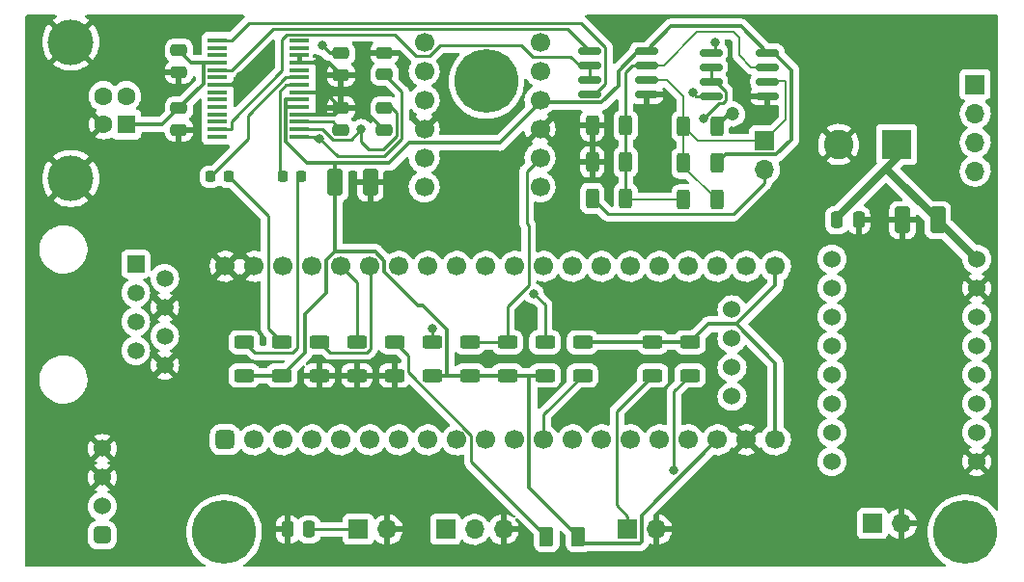
<source format=gtl>
G04 #@! TF.GenerationSoftware,KiCad,Pcbnew,(6.0.6)*
G04 #@! TF.CreationDate,2022-07-11T11:59:08+03:00*
G04 #@! TF.ProjectId,RegulusFocuser-V1.1,52656775-6c75-4734-966f-63757365722d,rev?*
G04 #@! TF.SameCoordinates,Original*
G04 #@! TF.FileFunction,Copper,L1,Top*
G04 #@! TF.FilePolarity,Positive*
%FSLAX46Y46*%
G04 Gerber Fmt 4.6, Leading zero omitted, Abs format (unit mm)*
G04 Created by KiCad (PCBNEW (6.0.6)) date 2022-07-11 11:59:08*
%MOMM*%
%LPD*%
G01*
G04 APERTURE LIST*
G04 Aperture macros list*
%AMRoundRect*
0 Rectangle with rounded corners*
0 $1 Rounding radius*
0 $2 $3 $4 $5 $6 $7 $8 $9 X,Y pos of 4 corners*
0 Add a 4 corners polygon primitive as box body*
4,1,4,$2,$3,$4,$5,$6,$7,$8,$9,$2,$3,0*
0 Add four circle primitives for the rounded corners*
1,1,$1+$1,$2,$3*
1,1,$1+$1,$4,$5*
1,1,$1+$1,$6,$7*
1,1,$1+$1,$8,$9*
0 Add four rect primitives between the rounded corners*
20,1,$1+$1,$2,$3,$4,$5,0*
20,1,$1+$1,$4,$5,$6,$7,0*
20,1,$1+$1,$6,$7,$8,$9,0*
20,1,$1+$1,$8,$9,$2,$3,0*%
G04 Aperture macros list end*
G04 #@! TA.AperFunction,SMDPad,CuDef*
%ADD10RoundRect,0.250000X-0.412500X-0.925000X0.412500X-0.925000X0.412500X0.925000X-0.412500X0.925000X0*%
G04 #@! TD*
G04 #@! TA.AperFunction,ComponentPad*
%ADD11RoundRect,0.425000X-0.425000X0.425000X-0.425000X-0.425000X0.425000X-0.425000X0.425000X0.425000X0*%
G04 #@! TD*
G04 #@! TA.AperFunction,ComponentPad*
%ADD12C,1.700000*%
G04 #@! TD*
G04 #@! TA.AperFunction,ComponentPad*
%ADD13C,1.524000*%
G04 #@! TD*
G04 #@! TA.AperFunction,SMDPad,CuDef*
%ADD14RoundRect,0.250000X0.625000X-0.312500X0.625000X0.312500X-0.625000X0.312500X-0.625000X-0.312500X0*%
G04 #@! TD*
G04 #@! TA.AperFunction,ComponentPad*
%ADD15C,5.600000*%
G04 #@! TD*
G04 #@! TA.AperFunction,SMDPad,CuDef*
%ADD16RoundRect,0.250000X-0.475000X0.250000X-0.475000X-0.250000X0.475000X-0.250000X0.475000X0.250000X0*%
G04 #@! TD*
G04 #@! TA.AperFunction,SMDPad,CuDef*
%ADD17RoundRect,0.250000X0.475000X-0.250000X0.475000X0.250000X-0.475000X0.250000X-0.475000X-0.250000X0*%
G04 #@! TD*
G04 #@! TA.AperFunction,SMDPad,CuDef*
%ADD18RoundRect,0.250000X0.312500X0.625000X-0.312500X0.625000X-0.312500X-0.625000X0.312500X-0.625000X0*%
G04 #@! TD*
G04 #@! TA.AperFunction,SMDPad,CuDef*
%ADD19RoundRect,0.218750X-0.218750X-0.256250X0.218750X-0.256250X0.218750X0.256250X-0.218750X0.256250X0*%
G04 #@! TD*
G04 #@! TA.AperFunction,SMDPad,CuDef*
%ADD20RoundRect,0.250000X-0.375000X-0.625000X0.375000X-0.625000X0.375000X0.625000X-0.375000X0.625000X0*%
G04 #@! TD*
G04 #@! TA.AperFunction,ComponentPad*
%ADD21R,1.600000X1.600000*%
G04 #@! TD*
G04 #@! TA.AperFunction,ComponentPad*
%ADD22C,1.600000*%
G04 #@! TD*
G04 #@! TA.AperFunction,ComponentPad*
%ADD23C,4.000000*%
G04 #@! TD*
G04 #@! TA.AperFunction,SMDPad,CuDef*
%ADD24RoundRect,0.250000X-0.625000X0.312500X-0.625000X-0.312500X0.625000X-0.312500X0.625000X0.312500X0*%
G04 #@! TD*
G04 #@! TA.AperFunction,ComponentPad*
%ADD25R,1.700000X1.700000*%
G04 #@! TD*
G04 #@! TA.AperFunction,ComponentPad*
%ADD26O,1.700000X1.700000*%
G04 #@! TD*
G04 #@! TA.AperFunction,SMDPad,CuDef*
%ADD27RoundRect,0.150000X-0.825000X-0.150000X0.825000X-0.150000X0.825000X0.150000X-0.825000X0.150000X0*%
G04 #@! TD*
G04 #@! TA.AperFunction,SMDPad,CuDef*
%ADD28RoundRect,0.250000X-0.312500X-0.625000X0.312500X-0.625000X0.312500X0.625000X-0.312500X0.625000X0*%
G04 #@! TD*
G04 #@! TA.AperFunction,SMDPad,CuDef*
%ADD29R,1.750000X0.450000*%
G04 #@! TD*
G04 #@! TA.AperFunction,ComponentPad*
%ADD30R,1.500000X1.500000*%
G04 #@! TD*
G04 #@! TA.AperFunction,ComponentPad*
%ADD31C,1.500000*%
G04 #@! TD*
G04 #@! TA.AperFunction,ComponentPad*
%ADD32R,2.600000X2.600000*%
G04 #@! TD*
G04 #@! TA.AperFunction,ComponentPad*
%ADD33C,2.600000*%
G04 #@! TD*
G04 #@! TA.AperFunction,SMDPad,CuDef*
%ADD34RoundRect,0.250000X0.250000X0.475000X-0.250000X0.475000X-0.250000X-0.475000X0.250000X-0.475000X0*%
G04 #@! TD*
G04 #@! TA.AperFunction,ComponentPad*
%ADD35RoundRect,0.381000X0.381000X0.381000X-0.381000X0.381000X-0.381000X-0.381000X0.381000X-0.381000X0*%
G04 #@! TD*
G04 #@! TA.AperFunction,ViaPad*
%ADD36C,1.200000*%
G04 #@! TD*
G04 #@! TA.AperFunction,ViaPad*
%ADD37C,0.800000*%
G04 #@! TD*
G04 #@! TA.AperFunction,Conductor*
%ADD38C,0.350000*%
G04 #@! TD*
G04 #@! TA.AperFunction,Conductor*
%ADD39C,0.250000*%
G04 #@! TD*
G04 #@! TA.AperFunction,Conductor*
%ADD40C,0.700000*%
G04 #@! TD*
G04 #@! TA.AperFunction,Conductor*
%ADD41C,0.200000*%
G04 #@! TD*
G04 APERTURE END LIST*
D10*
X176516500Y-84582000D03*
X179591500Y-84582000D03*
X126732500Y-81280000D03*
X129807500Y-81280000D03*
D11*
X117094000Y-103886000D03*
D12*
X119634000Y-103886000D03*
X122174000Y-103886000D03*
X124714000Y-103886000D03*
X127254000Y-103886000D03*
X129794000Y-103886000D03*
X132334000Y-103886000D03*
X134874000Y-103886000D03*
X137414000Y-103886000D03*
X139954000Y-103886000D03*
X142494000Y-103886000D03*
X145034000Y-103886000D03*
X147574000Y-103886000D03*
X150114000Y-103886000D03*
X152654000Y-103886000D03*
X155194000Y-103886000D03*
X157734000Y-103886000D03*
X160274000Y-103886000D03*
X162814000Y-103886000D03*
X165354000Y-103886000D03*
X165354000Y-88646000D03*
X162814000Y-88646000D03*
X160274000Y-88646000D03*
X157734000Y-88646000D03*
X155194000Y-88646000D03*
X152654000Y-88646000D03*
X150114000Y-88646000D03*
X147574000Y-88646000D03*
X145034000Y-88646000D03*
X142494000Y-88646000D03*
X139954000Y-88646000D03*
X137414000Y-88646000D03*
X134874000Y-88646000D03*
X132334000Y-88646000D03*
X129794000Y-88646000D03*
X127254000Y-88646000D03*
X124714000Y-88646000D03*
X122174000Y-88646000D03*
X119634000Y-88646000D03*
X117094000Y-88646000D03*
D13*
X161544000Y-100076000D03*
X161544000Y-97536000D03*
X161544000Y-94996000D03*
X161544000Y-92456000D03*
D14*
X138539300Y-98236500D03*
X138539300Y-95311500D03*
X135241700Y-98236500D03*
X135241700Y-95311500D03*
D15*
X140000000Y-72381000D03*
D16*
X131064000Y-74742000D03*
X131064000Y-76642000D03*
X113030000Y-74742000D03*
X113030000Y-76642000D03*
D17*
X131064000Y-71776000D03*
X131064000Y-69876000D03*
D18*
X160212500Y-79565500D03*
X157287500Y-79565500D03*
D12*
X134543800Y-68961000D03*
X134543800Y-71501000D03*
X134543800Y-74041000D03*
X134543800Y-76581000D03*
X134543800Y-79121000D03*
X134543800Y-81661000D03*
X144703800Y-81661000D03*
X144703800Y-79121000D03*
X144703800Y-76581000D03*
X144703800Y-74041000D03*
X144703800Y-71501000D03*
X144703800Y-68961000D03*
D15*
X117000000Y-112000000D03*
D18*
X152211500Y-76263500D03*
X149286500Y-76263500D03*
X152211500Y-79470200D03*
X149286500Y-79470200D03*
D19*
X115798500Y-80772000D03*
X117373500Y-80772000D03*
D20*
X145285000Y-112395000D03*
X148085000Y-112395000D03*
D21*
X108407500Y-76180000D03*
D22*
X108407500Y-73680000D03*
X106407500Y-73680000D03*
X106407500Y-76180000D03*
D23*
X103547500Y-80930000D03*
X103547500Y-68930000D03*
D24*
X157869800Y-95311500D03*
X157869800Y-98236500D03*
D25*
X164405000Y-77592000D03*
D26*
X164405000Y-80132000D03*
D25*
X128778000Y-111760000D03*
D26*
X131318000Y-111760000D03*
D14*
X145134500Y-98236500D03*
X145134500Y-95311500D03*
D27*
X149087900Y-69734800D03*
X149087900Y-71004800D03*
X149087900Y-72274800D03*
X149087900Y-73544800D03*
X154037900Y-73544800D03*
X154037900Y-72274800D03*
X154037900Y-71004800D03*
X154037900Y-69734800D03*
D28*
X149286500Y-82677000D03*
X152211500Y-82677000D03*
D24*
X154572200Y-95311500D03*
X154572200Y-98236500D03*
D25*
X173858000Y-111252000D03*
D26*
X176398000Y-111252000D03*
D24*
X125349000Y-95311500D03*
X125349000Y-98236500D03*
D29*
X116415000Y-68800000D03*
X116415000Y-69450000D03*
X116415000Y-70100000D03*
X116415000Y-70750000D03*
X116415000Y-71400000D03*
X116415000Y-72050000D03*
X116415000Y-72700000D03*
X116415000Y-73350000D03*
X116415000Y-74000000D03*
X116415000Y-74650000D03*
X116415000Y-75300000D03*
X116415000Y-75950000D03*
X116415000Y-76600000D03*
X116415000Y-77250000D03*
X123615000Y-77250000D03*
X123615000Y-76600000D03*
X123615000Y-75950000D03*
X123615000Y-75300000D03*
X123615000Y-74650000D03*
X123615000Y-74000000D03*
X123615000Y-73350000D03*
X123615000Y-72700000D03*
X123615000Y-72050000D03*
X123615000Y-71400000D03*
X123615000Y-70750000D03*
X123615000Y-70100000D03*
X123615000Y-69450000D03*
X123615000Y-68800000D03*
D30*
X109240000Y-88427500D03*
D31*
X111780000Y-89697500D03*
X109240000Y-90967500D03*
X111780000Y-92237500D03*
X109240000Y-93507500D03*
X111780000Y-94777500D03*
X109240000Y-96047500D03*
X111780000Y-97317500D03*
D13*
X170307000Y-88011000D03*
X170307000Y-90551000D03*
X170307000Y-93091000D03*
X170307000Y-95631000D03*
X170307000Y-98171000D03*
X170307000Y-100711000D03*
X170307000Y-103251000D03*
X170307000Y-105791000D03*
X183007000Y-105791000D03*
X183007000Y-103251000D03*
X183007000Y-100711000D03*
X183007000Y-98171000D03*
X183007000Y-95631000D03*
X183007000Y-93091000D03*
X183007000Y-90551000D03*
X183007000Y-88011000D03*
D32*
X175982000Y-77930000D03*
D33*
X170902000Y-77930000D03*
D24*
X148432100Y-95311500D03*
X148432100Y-98236500D03*
D28*
X157287500Y-82804000D03*
X160212500Y-82804000D03*
X157287500Y-76327000D03*
X160212500Y-76327000D03*
D14*
X141836900Y-98236500D03*
X141836900Y-95311500D03*
D17*
X127254000Y-76642000D03*
X127254000Y-74742000D03*
D16*
X113030000Y-69662000D03*
X113030000Y-71562000D03*
D24*
X122051400Y-95311500D03*
X122051400Y-98236500D03*
D27*
X159690900Y-69861800D03*
X159690900Y-71131800D03*
X159690900Y-72401800D03*
X159690900Y-73671800D03*
X164640900Y-73671800D03*
X164640900Y-72401800D03*
X164640900Y-71131800D03*
X164640900Y-69861800D03*
D24*
X128646600Y-95311500D03*
X128646600Y-98236500D03*
D34*
X172654000Y-84582000D03*
X170754000Y-84582000D03*
D24*
X118753800Y-95311500D03*
X118753800Y-98236500D03*
D16*
X127254000Y-69916000D03*
X127254000Y-71816000D03*
D15*
X182000000Y-112000000D03*
D24*
X131944200Y-95311500D03*
X131944200Y-98236500D03*
D34*
X124460000Y-111760000D03*
X122560000Y-111760000D03*
D25*
X152400000Y-111760000D03*
D26*
X154940000Y-111760000D03*
D19*
X122148500Y-80772000D03*
X123723500Y-80772000D03*
D25*
X136413000Y-111760000D03*
D26*
X138953000Y-111760000D03*
X141493000Y-111760000D03*
D13*
X106299000Y-109728000D03*
D35*
X106299000Y-112268000D03*
D13*
X106299000Y-107188000D03*
X106299000Y-104648000D03*
D25*
X182880000Y-72654000D03*
D26*
X182880000Y-75194000D03*
X182880000Y-77734000D03*
X182880000Y-80274000D03*
D36*
X164185600Y-75260200D03*
X154787600Y-76631800D03*
D37*
X118440200Y-71907400D03*
D36*
X129286000Y-73152000D03*
D37*
X125577600Y-69240400D03*
X158078200Y-73375700D03*
X144144900Y-91043800D03*
X159047600Y-75637900D03*
X160038700Y-68952100D03*
X135279600Y-94141700D03*
X156456100Y-106523200D03*
X129016200Y-76595200D03*
X125384300Y-77452900D03*
D36*
X161588500Y-75265400D03*
D38*
X126253200Y-69916000D02*
X125577600Y-69240400D01*
X127254000Y-69916000D02*
X126253200Y-69916000D01*
X117647600Y-72700000D02*
X118440200Y-71907400D01*
X116415000Y-72700000D02*
X117647600Y-72700000D01*
D39*
X148178100Y-71004800D02*
X149087900Y-71004800D01*
X147404300Y-70231000D02*
X148178100Y-71004800D01*
X144073600Y-70231000D02*
X147404300Y-70231000D01*
X143070100Y-69227500D02*
X144073600Y-70231000D01*
X135972500Y-69227500D02*
X143070100Y-69227500D01*
X135032800Y-70167200D02*
X135972500Y-69227500D01*
X131932200Y-68249600D02*
X133849800Y-70167200D01*
X133849800Y-70167200D02*
X135032800Y-70167200D01*
X122072400Y-71450200D02*
X122072400Y-68681600D01*
X122072400Y-68681600D02*
X122504400Y-68249600D01*
X122504400Y-68249600D02*
X131932200Y-68249600D01*
X117615300Y-75907300D02*
X122072400Y-71450200D01*
X117615300Y-76600000D02*
X117615300Y-75907300D01*
X116415000Y-76600000D02*
X117615300Y-76600000D01*
D38*
X129098000Y-74742000D02*
X127254000Y-74742000D01*
X130998000Y-76642000D02*
X129098000Y-74742000D01*
X131064000Y-76642000D02*
X130998000Y-76642000D01*
D39*
X130962400Y-78333600D02*
X129692400Y-78333600D01*
X132130800Y-77165200D02*
X130962400Y-78333600D01*
X132130800Y-75158600D02*
X132130800Y-77165200D01*
X131714200Y-74742000D02*
X132130800Y-75158600D01*
X129692400Y-78333600D02*
X129016200Y-77657400D01*
X131064000Y-74742000D02*
X131714200Y-74742000D01*
X129016200Y-77657400D02*
X129016200Y-76595200D01*
X132588000Y-73300000D02*
X131064000Y-71776000D01*
X132588000Y-77470000D02*
X132588000Y-73300000D01*
X131064000Y-78994000D02*
X132588000Y-77470000D01*
X126925400Y-78994000D02*
X131064000Y-78994000D01*
X125384300Y-77452900D02*
X126925400Y-78994000D01*
D38*
X126696000Y-75300000D02*
X127254000Y-74742000D01*
X123615000Y-75300000D02*
X126696000Y-75300000D01*
X125862000Y-73350000D02*
X127254000Y-74742000D01*
X123615000Y-73350000D02*
X125862000Y-73350000D01*
X126188000Y-70750000D02*
X127254000Y-71816000D01*
X123615000Y-70750000D02*
X126188000Y-70750000D01*
D40*
X175982000Y-77930000D02*
X175982000Y-78955100D01*
X179591500Y-84595500D02*
X179591500Y-84582000D01*
X183007000Y-88011000D02*
X179591500Y-84595500D01*
X175052200Y-80042700D02*
X179591500Y-84582000D01*
X170754000Y-84340900D02*
X175052200Y-80042700D01*
X170754000Y-84582000D02*
X170754000Y-84340900D01*
X175982000Y-79112900D02*
X175982000Y-78955100D01*
X175052200Y-80042700D02*
X175982000Y-79112900D01*
D39*
X149087900Y-72274800D02*
X149087900Y-71004800D01*
X147136100Y-67783000D02*
X149087900Y-69734800D01*
X121281500Y-67783000D02*
X147136100Y-67783000D01*
X117664500Y-71400000D02*
X121281500Y-67783000D01*
X116415000Y-71400000D02*
X117664500Y-71400000D01*
X149468600Y-73544800D02*
X149087900Y-73544800D01*
X150429700Y-72583700D02*
X149468600Y-73544800D01*
X150429700Y-69378800D02*
X150429700Y-72583700D01*
X148332600Y-67281700D02*
X150429700Y-69378800D01*
X119133600Y-67281700D02*
X148332600Y-67281700D01*
X117615300Y-68800000D02*
X119133600Y-67281700D01*
X116415000Y-68800000D02*
X117615300Y-68800000D01*
X158374300Y-73671800D02*
X158078200Y-73375700D01*
X159690900Y-73671800D02*
X158374300Y-73671800D01*
X145134500Y-92033400D02*
X144144900Y-91043800D01*
X145134500Y-95311500D02*
X145134500Y-92033400D01*
X159690900Y-72401800D02*
X159690900Y-71131800D01*
X141836900Y-95311500D02*
X138539300Y-95311500D01*
X160387700Y-74297800D02*
X159047600Y-75637900D01*
X160766600Y-74297800D02*
X160387700Y-74297800D01*
X160991900Y-74072500D02*
X160766600Y-74297800D01*
X160991900Y-73281900D02*
X160991900Y-74072500D01*
X160111800Y-72401800D02*
X160991900Y-73281900D01*
X159690900Y-72401800D02*
X160111800Y-72401800D01*
X141836900Y-92144500D02*
X141836900Y-95311500D01*
X143709400Y-90272000D02*
X141836900Y-92144500D01*
X143709400Y-85038600D02*
X143709400Y-90272000D01*
X143521500Y-84850700D02*
X143709400Y-85038600D01*
X143521500Y-80303300D02*
X143521500Y-84850700D01*
X144703800Y-79121000D02*
X143521500Y-80303300D01*
X160038700Y-69514000D02*
X160038700Y-68952100D01*
X159690900Y-69861800D02*
X160038700Y-69514000D01*
X135241700Y-94179600D02*
X135241700Y-95311500D01*
X135279600Y-94141700D02*
X135241700Y-94179600D01*
X145034000Y-101634600D02*
X145034000Y-103886000D01*
X148432100Y-98236500D02*
X145034000Y-101634600D01*
X151447500Y-101361200D02*
X154572200Y-98236500D01*
X151447500Y-109632200D02*
X151447500Y-101361200D01*
X152400000Y-110584700D02*
X151447500Y-109632200D01*
X152400000Y-111760000D02*
X152400000Y-110584700D01*
X124460000Y-111760000D02*
X128778000Y-111760000D01*
X156456100Y-99650200D02*
X156456100Y-106523200D01*
X157869800Y-98236500D02*
X156456100Y-99650200D01*
X161641900Y-84070400D02*
X164405000Y-81307300D01*
X150679900Y-84070400D02*
X161641900Y-84070400D01*
X149286500Y-82677000D02*
X150679900Y-84070400D01*
X164405000Y-80132000D02*
X164405000Y-81307300D01*
D38*
X148432100Y-95311500D02*
X154572200Y-95311500D01*
X154572200Y-95311500D02*
X157869800Y-95311500D01*
X165354000Y-97134700D02*
X165354000Y-103886000D01*
X161945300Y-93726000D02*
X165354000Y-97134700D01*
X159455300Y-93726000D02*
X161945300Y-93726000D01*
X157869800Y-95311500D02*
X159455300Y-93726000D01*
X165354000Y-90317300D02*
X165354000Y-88646000D01*
X161945300Y-93726000D02*
X165354000Y-90317300D01*
D39*
X126248600Y-96211100D02*
X125349000Y-95311500D01*
X129510500Y-96211100D02*
X126248600Y-96211100D01*
X129848200Y-95873400D02*
X129510500Y-96211100D01*
X129848200Y-88700200D02*
X129848200Y-95873400D01*
X129794000Y-88646000D02*
X129848200Y-88700200D01*
X128646600Y-90038600D02*
X127254000Y-88646000D01*
X128646600Y-95311500D02*
X128646600Y-90038600D01*
X164641200Y-72401800D02*
X164653000Y-72390000D01*
X164640900Y-72401800D02*
X164641200Y-72401800D01*
X157287500Y-76327000D02*
X157288000Y-76327000D01*
X160212500Y-82804000D02*
X160212000Y-82804000D01*
X154038200Y-72274800D02*
X154050000Y-72263000D01*
X154037900Y-72274800D02*
X154038200Y-72274800D01*
X157288000Y-79565500D02*
X157288000Y-79879000D01*
X157288000Y-79565500D02*
X157287500Y-79565500D01*
X152212000Y-71562500D02*
X152212000Y-71690000D01*
X152338500Y-82804000D02*
X152211500Y-82677000D01*
X152211500Y-76128800D02*
X152211500Y-76263500D01*
X152212000Y-76128300D02*
X152211500Y-76128800D01*
X152211500Y-79403100D02*
X152211500Y-79470200D01*
X152212000Y-79402600D02*
X152211500Y-79403100D01*
X152211500Y-81040300D02*
X152211500Y-82677000D01*
X152212000Y-81039800D02*
X152211500Y-81040300D01*
X120850000Y-84248500D02*
X117373500Y-80772000D01*
X120850000Y-94110100D02*
X120850000Y-84248500D01*
X122051400Y-95311500D02*
X120850000Y-94110100D01*
X119099400Y-77471100D02*
X115798500Y-80772000D01*
X119099400Y-75365300D02*
X119099400Y-77471100D01*
X122414700Y-72050000D02*
X119099400Y-75365300D01*
X123615000Y-72050000D02*
X122414700Y-72050000D01*
X119673300Y-96231000D02*
X118753800Y-95311500D01*
X122957400Y-96231000D02*
X119673300Y-96231000D01*
X123379800Y-95808600D02*
X122957400Y-96231000D01*
X123379800Y-81115700D02*
X123379800Y-95808600D01*
X123723500Y-80772000D02*
X123379800Y-81115700D01*
X121857100Y-80480600D02*
X122148500Y-80772000D01*
X121857100Y-73257600D02*
X121857100Y-80480600D01*
X122414700Y-72700000D02*
X121857100Y-73257600D01*
X123615000Y-72700000D02*
X122414700Y-72700000D01*
X138684000Y-105794000D02*
X145285000Y-112395000D01*
X138684000Y-103492100D02*
X138684000Y-105794000D01*
X133145600Y-97953700D02*
X138684000Y-103492100D01*
X133145600Y-96512900D02*
X133145600Y-97953700D01*
X131944200Y-95311500D02*
X133145600Y-96512900D01*
X126562000Y-75950000D02*
X123615000Y-75950000D01*
X127254000Y-76642000D02*
X126562000Y-75950000D01*
X129016200Y-76595200D02*
X129210800Y-76595200D01*
X125614600Y-76600000D02*
X123615000Y-76600000D01*
X126506000Y-77491400D02*
X125614600Y-76600000D01*
X128120000Y-77491400D02*
X126506000Y-77491400D01*
X129016200Y-76595200D02*
X128120000Y-77491400D01*
X123615000Y-77250000D02*
X124815300Y-77250000D01*
X125018200Y-77452900D02*
X125384300Y-77452900D01*
X124815300Y-77250000D02*
X125018200Y-77452900D01*
D38*
X118753800Y-98236500D02*
X122051400Y-98236500D01*
X141836900Y-98236500D02*
X138539300Y-98236500D01*
X153625400Y-110534600D02*
X160274000Y-103886000D01*
X153625400Y-112828600D02*
X153625400Y-110534600D01*
X153468600Y-112985400D02*
X153625400Y-112828600D01*
X148675400Y-112985400D02*
X153468600Y-112985400D01*
X148085000Y-112395000D02*
X148675400Y-112985400D01*
X123615000Y-74000000D02*
X122364700Y-74000000D01*
X143764000Y-108074000D02*
X148085000Y-112395000D01*
X143764000Y-98236500D02*
X143764000Y-108074000D01*
X145134500Y-98236500D02*
X143764000Y-98236500D01*
X143764000Y-98236500D02*
X141836900Y-98236500D01*
X126732500Y-79584100D02*
X126732500Y-81280000D01*
X115164700Y-72607300D02*
X115164700Y-70750000D01*
X113030000Y-74742000D02*
X115164700Y-72607300D01*
X116415000Y-70750000D02*
X115164700Y-70750000D01*
X114118000Y-70750000D02*
X115164700Y-70750000D01*
X113030000Y-69662000D02*
X114118000Y-70750000D01*
X122364700Y-74000000D02*
X122364700Y-74650000D01*
X123615000Y-74650000D02*
X122364700Y-74650000D01*
X153319300Y-69734800D02*
X154037900Y-69734800D01*
X151566900Y-71487200D02*
X153319300Y-69734800D01*
X151566900Y-72788400D02*
X151566900Y-71487200D01*
X150106800Y-74248500D02*
X151566900Y-72788400D01*
X144703800Y-74248500D02*
X150106800Y-74248500D01*
X141145900Y-77806400D02*
X144703800Y-74248500D01*
X133236800Y-77806400D02*
X141145900Y-77806400D01*
X131459100Y-79584100D02*
X133236800Y-77806400D01*
X126732500Y-79584100D02*
X131459100Y-79584100D01*
X144703800Y-74248500D02*
X144703800Y-74041000D01*
X126732500Y-87370900D02*
X126732500Y-81280000D01*
X125984000Y-88119400D02*
X126732500Y-87370900D01*
X125984000Y-90956200D02*
X125984000Y-88119400D01*
X124090800Y-92849400D02*
X125984000Y-90956200D01*
X124090800Y-96197100D02*
X124090800Y-92849400D01*
X122051400Y-98236500D02*
X124090800Y-96197100D01*
X162340300Y-67561200D02*
X164640900Y-69861800D01*
X156211500Y-67561200D02*
X162340300Y-67561200D01*
X154037900Y-69734800D02*
X156211500Y-67561200D01*
X160960600Y-78817400D02*
X160212500Y-79565500D01*
X165430900Y-78817400D02*
X160960600Y-78817400D01*
X166770700Y-77477600D02*
X165430900Y-78817400D01*
X166770700Y-71436500D02*
X166770700Y-77477600D01*
X165196000Y-69861800D02*
X166770700Y-71436500D01*
X164640900Y-69861800D02*
X165196000Y-69861800D01*
X161274100Y-75265400D02*
X160212500Y-76327000D01*
X161588500Y-75265400D02*
X161274100Y-75265400D01*
X136514200Y-94201900D02*
X136514200Y-98236500D01*
X134381800Y-92069500D02*
X136514200Y-94201900D01*
X134023700Y-92069500D02*
X134381800Y-92069500D01*
X131064000Y-89109800D02*
X134023700Y-92069500D01*
X131064000Y-88157800D02*
X131064000Y-89109800D01*
X130277100Y-87370900D02*
X131064000Y-88157800D01*
X126732500Y-87370900D02*
X130277100Y-87370900D01*
X135241700Y-98236500D02*
X136514200Y-98236500D01*
X136514200Y-98236500D02*
X138539300Y-98236500D01*
X111592000Y-76180000D02*
X113030000Y-74742000D01*
X108407500Y-76180000D02*
X111592000Y-76180000D01*
X122364700Y-77675700D02*
X122364700Y-74650000D01*
X124273100Y-79584100D02*
X122364700Y-77675700D01*
X126732500Y-79584100D02*
X124273100Y-79584100D01*
D39*
X152769200Y-71004800D02*
X154037900Y-71004800D01*
X152211500Y-71562500D02*
X152769200Y-71004800D01*
X152211500Y-76263500D02*
X152211500Y-82677000D01*
D41*
X155563200Y-71004800D02*
X154037900Y-71004800D01*
X158496000Y-68072000D02*
X155563200Y-71004800D01*
X161671000Y-68072000D02*
X158496000Y-68072000D01*
X162179000Y-68580000D02*
X161671000Y-68072000D01*
D39*
X152211500Y-76263500D02*
X152211500Y-71690000D01*
D41*
X157287500Y-82804000D02*
X152338500Y-82804000D01*
X163206800Y-71131800D02*
X162179000Y-70104000D01*
X164640900Y-71131800D02*
X163206800Y-71131800D01*
X162179000Y-70104000D02*
X162179000Y-68580000D01*
X154049700Y-72263000D02*
X155829000Y-72263000D01*
X157287500Y-73721500D02*
X157287500Y-76327000D01*
X157287500Y-79879000D02*
X160212500Y-82804000D01*
X157287500Y-76327000D02*
X157287500Y-79565500D01*
X166243000Y-75754000D02*
X164405000Y-77592000D01*
X166243000Y-72390000D02*
X166243000Y-75754000D01*
X155829000Y-72263000D02*
X157287500Y-73721500D01*
X158552500Y-77592000D02*
X164405000Y-77592000D01*
X164652700Y-72390000D02*
X166243000Y-72390000D01*
X157287500Y-76327000D02*
X158552500Y-77592000D01*
G04 #@! TA.AperFunction,Conductor*
G36*
X102250835Y-66568502D02*
G01*
X102297328Y-66622158D01*
X102307432Y-66692432D01*
X102277938Y-66757012D01*
X102243415Y-66784915D01*
X102204462Y-66806330D01*
X102197781Y-66810570D01*
X101974677Y-66972664D01*
X101966254Y-66983587D01*
X101973158Y-66996448D01*
X103534688Y-68557978D01*
X103548632Y-68565592D01*
X103550465Y-68565461D01*
X103557080Y-68561210D01*
X105122166Y-66996124D01*
X105128779Y-66984013D01*
X105119952Y-66972395D01*
X104897219Y-66810570D01*
X104890538Y-66806330D01*
X104851585Y-66784915D01*
X104801526Y-66734569D01*
X104786633Y-66665152D01*
X104811634Y-66598703D01*
X104868591Y-66556319D01*
X104912286Y-66548500D01*
X118670626Y-66548500D01*
X118738747Y-66568502D01*
X118785240Y-66622158D01*
X118795344Y-66692432D01*
X118765850Y-66757012D01*
X118748480Y-66773466D01*
X118742237Y-66777158D01*
X118727913Y-66791482D01*
X118712881Y-66804321D01*
X118696493Y-66816228D01*
X118668312Y-66850293D01*
X118660322Y-66859073D01*
X117484337Y-68035058D01*
X117422025Y-68069084D01*
X117381637Y-68071226D01*
X117338134Y-68066500D01*
X115491866Y-68066500D01*
X115429684Y-68073255D01*
X115293295Y-68124385D01*
X115176739Y-68211739D01*
X115089385Y-68328295D01*
X115038255Y-68464684D01*
X115031500Y-68526866D01*
X115031500Y-69073134D01*
X115031869Y-69076529D01*
X115031869Y-69076533D01*
X115035656Y-69111393D01*
X115035656Y-69138606D01*
X115031500Y-69176866D01*
X115031500Y-69723134D01*
X115031869Y-69726529D01*
X115031869Y-69726533D01*
X115035656Y-69761393D01*
X115035656Y-69788606D01*
X115031500Y-69826866D01*
X115031500Y-69940500D01*
X115011498Y-70008621D01*
X114957842Y-70055114D01*
X114905500Y-70066500D01*
X114453305Y-70066500D01*
X114385184Y-70046498D01*
X114364210Y-70029595D01*
X114300405Y-69965790D01*
X114266379Y-69903478D01*
X114263500Y-69876695D01*
X114263500Y-69361600D01*
X114262804Y-69354890D01*
X114253238Y-69262692D01*
X114253237Y-69262688D01*
X114252526Y-69255834D01*
X114244373Y-69231395D01*
X114198868Y-69095002D01*
X114196550Y-69088054D01*
X114103478Y-68937652D01*
X114092843Y-68927035D01*
X113983483Y-68817866D01*
X113978303Y-68812695D01*
X113883339Y-68754158D01*
X113833968Y-68723725D01*
X113833966Y-68723724D01*
X113827738Y-68719885D01*
X113717675Y-68683379D01*
X113666389Y-68666368D01*
X113666387Y-68666368D01*
X113659861Y-68664203D01*
X113653025Y-68663503D01*
X113653022Y-68663502D01*
X113609969Y-68659091D01*
X113555400Y-68653500D01*
X112504600Y-68653500D01*
X112501354Y-68653837D01*
X112501350Y-68653837D01*
X112405692Y-68663762D01*
X112405688Y-68663763D01*
X112398834Y-68664474D01*
X112392298Y-68666655D01*
X112392296Y-68666655D01*
X112290845Y-68700502D01*
X112231054Y-68720450D01*
X112080652Y-68813522D01*
X111955695Y-68938697D01*
X111951855Y-68944927D01*
X111951854Y-68944928D01*
X111876796Y-69066695D01*
X111862885Y-69089262D01*
X111851031Y-69125000D01*
X111809880Y-69249069D01*
X111807203Y-69257139D01*
X111806503Y-69263975D01*
X111806502Y-69263978D01*
X111803813Y-69290221D01*
X111796500Y-69361600D01*
X111796500Y-69962400D01*
X111796837Y-69965646D01*
X111796837Y-69965650D01*
X111806198Y-70055864D01*
X111807474Y-70068166D01*
X111809655Y-70074702D01*
X111809655Y-70074704D01*
X111834286Y-70148532D01*
X111863450Y-70235946D01*
X111956522Y-70386348D01*
X112081697Y-70511305D01*
X112086235Y-70514102D01*
X112126824Y-70571353D01*
X112130054Y-70642276D01*
X112094428Y-70703687D01*
X112085932Y-70711062D01*
X112075793Y-70719098D01*
X111961261Y-70833829D01*
X111952249Y-70845240D01*
X111867184Y-70983243D01*
X111861037Y-70996424D01*
X111809862Y-71150710D01*
X111806995Y-71164086D01*
X111797328Y-71258438D01*
X111797000Y-71264855D01*
X111797000Y-71289885D01*
X111801475Y-71305124D01*
X111802865Y-71306329D01*
X111810548Y-71308000D01*
X113158000Y-71308000D01*
X113226121Y-71328002D01*
X113272614Y-71381658D01*
X113284000Y-71434000D01*
X113284000Y-72551884D01*
X113288475Y-72567123D01*
X113289865Y-72568328D01*
X113297548Y-72569999D01*
X113552095Y-72569999D01*
X113558614Y-72569662D01*
X113654206Y-72559743D01*
X113667600Y-72556851D01*
X113821784Y-72505412D01*
X113834962Y-72499239D01*
X113972807Y-72413937D01*
X113984208Y-72404901D01*
X114098739Y-72290171D01*
X114107751Y-72278760D01*
X114192816Y-72140757D01*
X114198964Y-72127574D01*
X114235607Y-72017099D01*
X114276038Y-71958739D01*
X114341602Y-71931502D01*
X114411484Y-71944036D01*
X114463495Y-71992360D01*
X114481200Y-72056766D01*
X114481200Y-72271995D01*
X114461198Y-72340116D01*
X114444295Y-72361090D01*
X113108790Y-73696595D01*
X113046478Y-73730621D01*
X113019695Y-73733500D01*
X112504600Y-73733500D01*
X112501354Y-73733837D01*
X112501350Y-73733837D01*
X112405692Y-73743762D01*
X112405688Y-73743763D01*
X112398834Y-73744474D01*
X112392298Y-73746655D01*
X112392296Y-73746655D01*
X112290587Y-73780588D01*
X112231054Y-73800450D01*
X112080652Y-73893522D01*
X111955695Y-74018697D01*
X111951855Y-74024927D01*
X111951854Y-74024928D01*
X111869674Y-74158249D01*
X111862885Y-74169262D01*
X111860290Y-74177087D01*
X111809880Y-74329069D01*
X111807203Y-74337139D01*
X111806503Y-74343975D01*
X111806502Y-74343978D01*
X111802902Y-74379118D01*
X111796500Y-74441600D01*
X111796500Y-74956695D01*
X111776498Y-75024816D01*
X111759595Y-75045790D01*
X111345790Y-75459595D01*
X111283478Y-75493621D01*
X111256695Y-75496500D01*
X109842000Y-75496500D01*
X109773879Y-75476498D01*
X109727386Y-75422842D01*
X109716000Y-75370500D01*
X109716000Y-75331866D01*
X109709245Y-75269684D01*
X109658115Y-75133295D01*
X109570761Y-75016739D01*
X109454205Y-74929385D01*
X109317816Y-74878255D01*
X109318546Y-74876309D01*
X109266295Y-74846455D01*
X109233479Y-74783497D01*
X109239909Y-74712793D01*
X109267998Y-74670000D01*
X109413698Y-74524300D01*
X109430853Y-74499801D01*
X109500861Y-74399818D01*
X109545023Y-74336749D01*
X109547346Y-74331767D01*
X109547349Y-74331762D01*
X109639461Y-74134225D01*
X109639461Y-74134224D01*
X109641784Y-74129243D01*
X109655625Y-74077590D01*
X109699619Y-73913402D01*
X109699619Y-73913400D01*
X109701043Y-73908087D01*
X109720998Y-73680000D01*
X109701043Y-73451913D01*
X109693448Y-73423568D01*
X109643207Y-73236067D01*
X109643206Y-73236065D01*
X109641784Y-73230757D01*
X109630875Y-73207362D01*
X109547349Y-73028238D01*
X109547346Y-73028233D01*
X109545023Y-73023251D01*
X109452148Y-72890612D01*
X109416857Y-72840211D01*
X109416855Y-72840208D01*
X109413698Y-72835700D01*
X109251800Y-72673802D01*
X109247292Y-72670645D01*
X109247289Y-72670643D01*
X109154112Y-72605400D01*
X109064249Y-72542477D01*
X109059267Y-72540154D01*
X109059262Y-72540151D01*
X108861725Y-72448039D01*
X108861724Y-72448039D01*
X108856743Y-72445716D01*
X108851435Y-72444294D01*
X108851433Y-72444293D01*
X108640902Y-72387881D01*
X108640900Y-72387881D01*
X108635587Y-72386457D01*
X108407500Y-72366502D01*
X108179413Y-72386457D01*
X108174100Y-72387881D01*
X108174098Y-72387881D01*
X107963567Y-72444293D01*
X107963565Y-72444294D01*
X107958257Y-72445716D01*
X107953276Y-72448039D01*
X107953275Y-72448039D01*
X107755738Y-72540151D01*
X107755733Y-72540154D01*
X107750751Y-72542477D01*
X107660888Y-72605400D01*
X107567711Y-72670643D01*
X107567708Y-72670645D01*
X107563200Y-72673802D01*
X107496595Y-72740407D01*
X107434283Y-72774433D01*
X107363468Y-72769368D01*
X107318405Y-72740407D01*
X107251800Y-72673802D01*
X107247292Y-72670645D01*
X107247289Y-72670643D01*
X107154112Y-72605400D01*
X107064249Y-72542477D01*
X107059267Y-72540154D01*
X107059262Y-72540151D01*
X106861725Y-72448039D01*
X106861724Y-72448039D01*
X106856743Y-72445716D01*
X106851435Y-72444294D01*
X106851433Y-72444293D01*
X106640902Y-72387881D01*
X106640900Y-72387881D01*
X106635587Y-72386457D01*
X106407500Y-72366502D01*
X106179413Y-72386457D01*
X106174100Y-72387881D01*
X106174098Y-72387881D01*
X105963567Y-72444293D01*
X105963565Y-72444294D01*
X105958257Y-72445716D01*
X105953276Y-72448039D01*
X105953275Y-72448039D01*
X105755738Y-72540151D01*
X105755733Y-72540154D01*
X105750751Y-72542477D01*
X105660888Y-72605400D01*
X105567711Y-72670643D01*
X105567708Y-72670645D01*
X105563200Y-72673802D01*
X105401302Y-72835700D01*
X105398145Y-72840208D01*
X105398143Y-72840211D01*
X105362852Y-72890612D01*
X105269977Y-73023251D01*
X105267654Y-73028233D01*
X105267651Y-73028238D01*
X105184125Y-73207362D01*
X105173216Y-73230757D01*
X105171794Y-73236065D01*
X105171793Y-73236067D01*
X105121552Y-73423568D01*
X105113957Y-73451913D01*
X105094002Y-73680000D01*
X105113957Y-73908087D01*
X105115381Y-73913400D01*
X105115381Y-73913402D01*
X105159376Y-74077590D01*
X105173216Y-74129243D01*
X105175539Y-74134224D01*
X105175539Y-74134225D01*
X105267651Y-74331762D01*
X105267654Y-74331767D01*
X105269977Y-74336749D01*
X105314139Y-74399818D01*
X105384148Y-74499801D01*
X105401302Y-74524300D01*
X105563200Y-74686198D01*
X105567708Y-74689355D01*
X105567711Y-74689357D01*
X105654253Y-74749954D01*
X105750751Y-74817523D01*
X105755735Y-74819847D01*
X105758028Y-74821171D01*
X105807021Y-74872553D01*
X105820457Y-74942267D01*
X105794071Y-75008178D01*
X105758028Y-75039409D01*
X105746498Y-75046066D01*
X105694452Y-75082509D01*
X105686076Y-75092988D01*
X105693144Y-75106434D01*
X106677615Y-76090905D01*
X106711641Y-76153217D01*
X106706576Y-76224032D01*
X106677615Y-76269095D01*
X105692423Y-77254287D01*
X105685993Y-77266062D01*
X105695289Y-77278077D01*
X105746494Y-77313931D01*
X105755989Y-77319414D01*
X105953447Y-77411490D01*
X105963739Y-77415236D01*
X106174188Y-77471625D01*
X106184981Y-77473528D01*
X106402025Y-77492517D01*
X106412975Y-77492517D01*
X106630019Y-77473528D01*
X106640812Y-77471625D01*
X106851261Y-77415236D01*
X106861553Y-77411490D01*
X107059011Y-77319414D01*
X107068511Y-77313929D01*
X107069410Y-77313299D01*
X107069870Y-77313144D01*
X107073268Y-77311182D01*
X107073662Y-77311865D01*
X107136684Y-77290612D01*
X107205544Y-77307898D01*
X107231303Y-77330934D01*
X107232507Y-77329730D01*
X107238858Y-77336081D01*
X107244239Y-77343261D01*
X107251419Y-77348642D01*
X107251422Y-77348645D01*
X107313267Y-77394995D01*
X107360795Y-77430615D01*
X107497184Y-77481745D01*
X107559366Y-77488500D01*
X109255634Y-77488500D01*
X109317816Y-77481745D01*
X109454205Y-77430615D01*
X109570761Y-77343261D01*
X109658115Y-77226705D01*
X109709245Y-77090316D01*
X109716000Y-77028134D01*
X109716000Y-76989500D01*
X109736002Y-76921379D01*
X109789658Y-76874886D01*
X109842000Y-76863500D01*
X111563955Y-76863500D01*
X111572524Y-76863792D01*
X111620458Y-76867060D01*
X111620462Y-76867060D01*
X111628034Y-76867576D01*
X111653325Y-76863162D01*
X111723867Y-76871154D01*
X111778893Y-76916017D01*
X111800313Y-76974283D01*
X111807257Y-77041206D01*
X111810149Y-77054600D01*
X111861588Y-77208784D01*
X111867761Y-77221962D01*
X111953063Y-77359807D01*
X111962099Y-77371208D01*
X112076829Y-77485739D01*
X112088240Y-77494751D01*
X112226243Y-77579816D01*
X112239424Y-77585963D01*
X112393710Y-77637138D01*
X112407086Y-77640005D01*
X112501438Y-77649672D01*
X112507854Y-77650000D01*
X112757885Y-77650000D01*
X112773124Y-77645525D01*
X112774329Y-77644135D01*
X112776000Y-77636452D01*
X112776000Y-77631884D01*
X113284000Y-77631884D01*
X113288475Y-77647123D01*
X113289865Y-77648328D01*
X113297548Y-77649999D01*
X113552095Y-77649999D01*
X113558614Y-77649662D01*
X113654206Y-77639743D01*
X113667600Y-77636851D01*
X113821784Y-77585412D01*
X113834962Y-77579239D01*
X113972807Y-77493937D01*
X113984208Y-77484901D01*
X114098739Y-77370171D01*
X114107751Y-77358760D01*
X114192816Y-77220757D01*
X114198963Y-77207576D01*
X114250138Y-77053290D01*
X114253005Y-77039914D01*
X114262672Y-76945562D01*
X114263000Y-76939146D01*
X114263000Y-76914115D01*
X114258525Y-76898876D01*
X114257135Y-76897671D01*
X114249452Y-76896000D01*
X113302115Y-76896000D01*
X113286876Y-76900475D01*
X113285671Y-76901865D01*
X113284000Y-76909548D01*
X113284000Y-77631884D01*
X112776000Y-77631884D01*
X112776000Y-76514000D01*
X112796002Y-76445879D01*
X112849658Y-76399386D01*
X112902000Y-76388000D01*
X114244884Y-76388000D01*
X114260123Y-76383525D01*
X114261328Y-76382135D01*
X114262999Y-76374452D01*
X114262999Y-76344905D01*
X114262662Y-76338386D01*
X114252743Y-76242794D01*
X114249851Y-76229400D01*
X114198412Y-76075216D01*
X114192239Y-76062038D01*
X114106937Y-75924193D01*
X114097901Y-75912792D01*
X113983172Y-75798262D01*
X113974238Y-75791206D01*
X113933177Y-75733288D01*
X113929947Y-75662365D01*
X113965574Y-75600954D01*
X113973407Y-75594154D01*
X113979348Y-75590478D01*
X114104305Y-75465303D01*
X114110321Y-75455544D01*
X114193275Y-75320968D01*
X114193276Y-75320966D01*
X114197115Y-75314738D01*
X114226000Y-75227652D01*
X114250632Y-75153389D01*
X114250632Y-75153387D01*
X114252797Y-75146861D01*
X114253999Y-75135135D01*
X114261536Y-75061564D01*
X114263500Y-75042400D01*
X114263500Y-74527305D01*
X114283502Y-74459184D01*
X114300405Y-74438210D01*
X114816405Y-73922210D01*
X114878717Y-73888184D01*
X114949532Y-73893249D01*
X115006368Y-73935796D01*
X115031179Y-74002316D01*
X115031500Y-74011305D01*
X115031500Y-74273134D01*
X115031869Y-74276529D01*
X115031869Y-74276533D01*
X115035656Y-74311393D01*
X115035656Y-74338606D01*
X115035061Y-74344086D01*
X115032008Y-74372194D01*
X115031500Y-74376866D01*
X115031500Y-74923134D01*
X115031869Y-74926528D01*
X115031869Y-74926533D01*
X115035656Y-74961393D01*
X115035656Y-74988607D01*
X115033185Y-75011358D01*
X115031500Y-75026866D01*
X115031500Y-75573134D01*
X115031869Y-75576529D01*
X115031869Y-75576533D01*
X115035656Y-75611393D01*
X115035656Y-75638606D01*
X115031500Y-75676866D01*
X115031500Y-76223134D01*
X115031869Y-76226529D01*
X115031869Y-76226533D01*
X115035656Y-76261393D01*
X115035656Y-76288606D01*
X115031500Y-76326866D01*
X115031500Y-76873134D01*
X115035488Y-76909842D01*
X115035656Y-76911393D01*
X115035656Y-76938607D01*
X115033586Y-76957667D01*
X115031500Y-76976866D01*
X115031500Y-77523134D01*
X115038255Y-77585316D01*
X115089385Y-77721705D01*
X115176739Y-77838261D01*
X115293295Y-77925615D01*
X115429684Y-77976745D01*
X115491866Y-77983500D01*
X117338134Y-77983500D01*
X117341529Y-77983131D01*
X117341533Y-77983131D01*
X117378411Y-77979125D01*
X117448294Y-77991654D01*
X117500309Y-78039975D01*
X117517943Y-78108747D01*
X117495596Y-78176135D01*
X117481115Y-78193481D01*
X116701931Y-78972664D01*
X115923000Y-79751595D01*
X115860688Y-79785621D01*
X115833905Y-79788500D01*
X115531428Y-79788500D01*
X115528182Y-79788837D01*
X115528178Y-79788837D01*
X115497994Y-79791969D01*
X115430018Y-79799022D01*
X115269151Y-79852692D01*
X115124945Y-79941929D01*
X115005136Y-80061947D01*
X114916151Y-80206308D01*
X114913846Y-80213256D01*
X114913846Y-80213257D01*
X114870029Y-80345361D01*
X114862762Y-80367269D01*
X114852500Y-80467428D01*
X114852500Y-81076572D01*
X114852837Y-81079818D01*
X114852837Y-81079822D01*
X114855214Y-81102733D01*
X114863022Y-81177982D01*
X114916692Y-81338849D01*
X115005929Y-81483055D01*
X115125947Y-81602864D01*
X115132177Y-81606704D01*
X115132178Y-81606705D01*
X115157903Y-81622562D01*
X115270308Y-81691849D01*
X115277256Y-81694154D01*
X115277257Y-81694154D01*
X115424738Y-81743072D01*
X115424740Y-81743072D01*
X115431269Y-81745238D01*
X115531428Y-81755500D01*
X116065572Y-81755500D01*
X116068818Y-81755163D01*
X116068822Y-81755163D01*
X116102603Y-81751658D01*
X116166982Y-81744978D01*
X116327849Y-81691308D01*
X116472055Y-81602071D01*
X116496887Y-81577195D01*
X116559168Y-81543116D01*
X116629988Y-81548118D01*
X116675078Y-81577040D01*
X116700947Y-81602864D01*
X116707177Y-81606704D01*
X116707178Y-81606705D01*
X116732903Y-81622562D01*
X116845308Y-81691849D01*
X116852256Y-81694154D01*
X116852257Y-81694154D01*
X116999738Y-81743072D01*
X116999740Y-81743072D01*
X117006269Y-81745238D01*
X117106428Y-81755500D01*
X117408906Y-81755500D01*
X117477027Y-81775502D01*
X117498001Y-81792405D01*
X120179595Y-84473999D01*
X120213621Y-84536311D01*
X120216500Y-84563094D01*
X120216500Y-87233279D01*
X120196498Y-87301400D01*
X120142842Y-87347893D01*
X120072568Y-87357997D01*
X120048440Y-87352052D01*
X119986959Y-87330280D01*
X119976989Y-87327646D01*
X119767327Y-87290301D01*
X119757073Y-87289331D01*
X119544116Y-87286728D01*
X119533832Y-87287448D01*
X119323321Y-87319661D01*
X119313293Y-87322050D01*
X119110868Y-87388212D01*
X119101359Y-87392209D01*
X118912466Y-87490540D01*
X118903734Y-87496039D01*
X118883677Y-87511099D01*
X118875223Y-87522427D01*
X118881968Y-87534758D01*
X119904115Y-88556905D01*
X119938141Y-88619217D01*
X119933076Y-88690032D01*
X119904115Y-88735095D01*
X118880737Y-89758473D01*
X118873977Y-89770853D01*
X118879258Y-89777907D01*
X119040756Y-89872279D01*
X119050042Y-89876729D01*
X119249001Y-89952703D01*
X119258899Y-89955579D01*
X119467595Y-89998038D01*
X119477823Y-89999257D01*
X119690650Y-90007062D01*
X119700936Y-90006595D01*
X119912185Y-89979534D01*
X119922266Y-89977391D01*
X120054293Y-89937781D01*
X120125288Y-89937365D01*
X120185238Y-89975397D01*
X120215110Y-90039803D01*
X120216500Y-90058467D01*
X120216500Y-94031333D01*
X120215973Y-94042516D01*
X120214298Y-94050009D01*
X120214547Y-94057935D01*
X120214547Y-94057936D01*
X120216438Y-94118086D01*
X120216500Y-94122045D01*
X120216500Y-94149956D01*
X120216997Y-94153890D01*
X120216997Y-94153891D01*
X120217005Y-94153956D01*
X120217938Y-94165793D01*
X120219327Y-94209989D01*
X120224978Y-94229439D01*
X120228987Y-94248800D01*
X120231526Y-94268897D01*
X120234445Y-94276268D01*
X120234445Y-94276270D01*
X120247804Y-94310012D01*
X120251649Y-94321242D01*
X120263982Y-94363693D01*
X120268015Y-94370512D01*
X120268017Y-94370517D01*
X120274293Y-94381128D01*
X120282988Y-94398876D01*
X120290448Y-94417717D01*
X120295110Y-94424133D01*
X120295110Y-94424134D01*
X120316436Y-94453487D01*
X120322952Y-94463407D01*
X120331824Y-94478408D01*
X120345458Y-94501462D01*
X120359779Y-94515783D01*
X120372619Y-94530816D01*
X120384528Y-94547207D01*
X120409797Y-94568111D01*
X120418605Y-94575398D01*
X120427384Y-94583388D01*
X120637135Y-94793139D01*
X120671161Y-94855451D01*
X120673384Y-94895077D01*
X120667900Y-94948600D01*
X120667900Y-95471500D01*
X120647898Y-95539621D01*
X120594242Y-95586114D01*
X120541900Y-95597500D01*
X120263300Y-95597500D01*
X120195179Y-95577498D01*
X120148686Y-95523842D01*
X120137300Y-95471500D01*
X120137300Y-94948600D01*
X120136963Y-94945350D01*
X120127038Y-94849692D01*
X120127037Y-94849688D01*
X120126326Y-94842834D01*
X120117284Y-94815730D01*
X120072668Y-94682002D01*
X120070350Y-94675054D01*
X119977278Y-94524652D01*
X119852103Y-94399695D01*
X119804768Y-94370517D01*
X119707768Y-94310725D01*
X119707766Y-94310724D01*
X119701538Y-94306885D01*
X119541054Y-94253655D01*
X119540189Y-94253368D01*
X119540187Y-94253368D01*
X119533661Y-94251203D01*
X119526825Y-94250503D01*
X119526822Y-94250502D01*
X119483769Y-94246091D01*
X119429200Y-94240500D01*
X118078400Y-94240500D01*
X118075154Y-94240837D01*
X118075150Y-94240837D01*
X117979492Y-94250762D01*
X117979488Y-94250763D01*
X117972634Y-94251474D01*
X117966098Y-94253655D01*
X117966096Y-94253655D01*
X117858836Y-94289440D01*
X117804854Y-94307450D01*
X117654452Y-94400522D01*
X117529495Y-94525697D01*
X117525655Y-94531927D01*
X117525654Y-94531928D01*
X117443252Y-94665609D01*
X117436685Y-94676262D01*
X117434381Y-94683209D01*
X117393215Y-94807322D01*
X117381003Y-94844139D01*
X117380303Y-94850975D01*
X117380302Y-94850978D01*
X117379339Y-94860380D01*
X117370300Y-94948600D01*
X117370300Y-95674400D01*
X117370637Y-95677646D01*
X117370637Y-95677650D01*
X117379965Y-95767548D01*
X117381274Y-95780166D01*
X117437250Y-95947946D01*
X117530322Y-96098348D01*
X117655497Y-96223305D01*
X117661727Y-96227145D01*
X117661728Y-96227146D01*
X117798890Y-96311694D01*
X117806062Y-96316115D01*
X117857807Y-96333278D01*
X117967411Y-96369632D01*
X117967413Y-96369632D01*
X117973939Y-96371797D01*
X117980775Y-96372497D01*
X117980778Y-96372498D01*
X118023831Y-96376909D01*
X118078400Y-96382500D01*
X118876706Y-96382500D01*
X118944827Y-96402502D01*
X118965801Y-96419405D01*
X119169643Y-96623247D01*
X119177187Y-96631537D01*
X119181300Y-96638018D01*
X119187077Y-96643443D01*
X119230967Y-96684658D01*
X119233809Y-96687413D01*
X119253530Y-96707134D01*
X119256725Y-96709612D01*
X119265747Y-96717318D01*
X119297979Y-96747586D01*
X119304928Y-96751406D01*
X119315732Y-96757346D01*
X119332256Y-96768199D01*
X119348259Y-96780613D01*
X119388843Y-96798176D01*
X119399473Y-96803383D01*
X119438240Y-96824695D01*
X119445917Y-96826666D01*
X119445922Y-96826668D01*
X119457858Y-96829732D01*
X119476566Y-96836137D01*
X119495155Y-96844181D01*
X119502980Y-96845420D01*
X119502982Y-96845421D01*
X119538819Y-96851097D01*
X119550440Y-96853504D01*
X119585589Y-96862528D01*
X119593270Y-96864500D01*
X119613531Y-96864500D01*
X119633240Y-96866051D01*
X119653243Y-96869219D01*
X119661135Y-96868473D01*
X119666362Y-96867979D01*
X119697254Y-96865059D01*
X119709111Y-96864500D01*
X122152595Y-96864500D01*
X122220716Y-96884502D01*
X122267209Y-96938158D01*
X122277313Y-97008432D01*
X122247819Y-97073012D01*
X122241690Y-97079595D01*
X122192690Y-97128595D01*
X122130378Y-97162621D01*
X122103595Y-97165500D01*
X121376000Y-97165500D01*
X121372754Y-97165837D01*
X121372750Y-97165837D01*
X121277092Y-97175762D01*
X121277088Y-97175763D01*
X121270234Y-97176474D01*
X121263698Y-97178655D01*
X121263696Y-97178655D01*
X121139738Y-97220011D01*
X121102454Y-97232450D01*
X120952052Y-97325522D01*
X120827095Y-97450697D01*
X120823255Y-97456927D01*
X120823252Y-97456931D01*
X120800946Y-97493117D01*
X120748174Y-97540610D01*
X120693687Y-97553000D01*
X120111434Y-97553000D01*
X120043313Y-97532998D01*
X120004290Y-97493303D01*
X119981132Y-97455880D01*
X119977278Y-97449652D01*
X119852103Y-97324695D01*
X119845872Y-97320854D01*
X119707768Y-97235725D01*
X119707766Y-97235724D01*
X119701538Y-97231885D01*
X119577863Y-97190864D01*
X119540189Y-97178368D01*
X119540187Y-97178368D01*
X119533661Y-97176203D01*
X119526825Y-97175503D01*
X119526822Y-97175502D01*
X119483769Y-97171091D01*
X119429200Y-97165500D01*
X118078400Y-97165500D01*
X118075154Y-97165837D01*
X118075150Y-97165837D01*
X117979492Y-97175762D01*
X117979488Y-97175763D01*
X117972634Y-97176474D01*
X117966098Y-97178655D01*
X117966096Y-97178655D01*
X117842138Y-97220011D01*
X117804854Y-97232450D01*
X117654452Y-97325522D01*
X117529495Y-97450697D01*
X117525655Y-97456927D01*
X117525654Y-97456928D01*
X117474072Y-97540610D01*
X117436685Y-97601262D01*
X117381003Y-97769139D01*
X117380303Y-97775975D01*
X117380302Y-97775978D01*
X117376886Y-97809320D01*
X117370300Y-97873600D01*
X117370300Y-98599400D01*
X117370637Y-98602646D01*
X117370637Y-98602650D01*
X117380552Y-98698206D01*
X117381274Y-98705166D01*
X117383455Y-98711702D01*
X117383455Y-98711704D01*
X117395076Y-98746536D01*
X117437250Y-98872946D01*
X117530322Y-99023348D01*
X117655497Y-99148305D01*
X117661727Y-99152145D01*
X117661728Y-99152146D01*
X117799088Y-99236816D01*
X117806062Y-99241115D01*
X117865200Y-99260730D01*
X117967411Y-99294632D01*
X117967413Y-99294632D01*
X117973939Y-99296797D01*
X117980775Y-99297497D01*
X117980778Y-99297498D01*
X118018054Y-99301317D01*
X118078400Y-99307500D01*
X119429200Y-99307500D01*
X119432446Y-99307163D01*
X119432450Y-99307163D01*
X119528108Y-99297238D01*
X119528112Y-99297237D01*
X119534966Y-99296526D01*
X119541502Y-99294345D01*
X119541504Y-99294345D01*
X119673606Y-99250272D01*
X119702746Y-99240550D01*
X119853148Y-99147478D01*
X119978105Y-99022303D01*
X119982138Y-99015760D01*
X120004254Y-98979883D01*
X120057026Y-98932390D01*
X120111513Y-98920000D01*
X120693766Y-98920000D01*
X120761887Y-98940002D01*
X120800909Y-98979696D01*
X120827922Y-99023348D01*
X120953097Y-99148305D01*
X120959327Y-99152145D01*
X120959328Y-99152146D01*
X121096688Y-99236816D01*
X121103662Y-99241115D01*
X121162800Y-99260730D01*
X121265011Y-99294632D01*
X121265013Y-99294632D01*
X121271539Y-99296797D01*
X121278375Y-99297497D01*
X121278378Y-99297498D01*
X121315654Y-99301317D01*
X121376000Y-99307500D01*
X122726800Y-99307500D01*
X122730046Y-99307163D01*
X122730050Y-99307163D01*
X122825708Y-99297238D01*
X122825712Y-99297237D01*
X122832566Y-99296526D01*
X122839102Y-99294345D01*
X122839104Y-99294345D01*
X122971206Y-99250272D01*
X123000346Y-99240550D01*
X123150748Y-99147478D01*
X123275705Y-99022303D01*
X123288850Y-99000978D01*
X123364675Y-98877968D01*
X123364676Y-98877966D01*
X123368515Y-98871738D01*
X123407302Y-98754797D01*
X123422032Y-98710389D01*
X123422032Y-98710387D01*
X123424197Y-98703861D01*
X123434900Y-98599400D01*
X123434900Y-98596095D01*
X123966001Y-98596095D01*
X123966338Y-98602614D01*
X123976257Y-98698206D01*
X123979149Y-98711600D01*
X124030588Y-98865784D01*
X124036761Y-98878962D01*
X124122063Y-99016807D01*
X124131099Y-99028208D01*
X124245829Y-99142739D01*
X124257240Y-99151751D01*
X124395243Y-99236816D01*
X124408424Y-99242963D01*
X124562710Y-99294138D01*
X124576086Y-99297005D01*
X124670438Y-99306672D01*
X124676854Y-99307000D01*
X125076885Y-99307000D01*
X125092124Y-99302525D01*
X125093329Y-99301135D01*
X125095000Y-99293452D01*
X125095000Y-99288884D01*
X125603000Y-99288884D01*
X125607475Y-99304123D01*
X125608865Y-99305328D01*
X125616548Y-99306999D01*
X126021095Y-99306999D01*
X126027614Y-99306662D01*
X126123206Y-99296743D01*
X126136600Y-99293851D01*
X126290784Y-99242412D01*
X126303962Y-99236239D01*
X126441807Y-99150937D01*
X126453208Y-99141901D01*
X126567739Y-99027171D01*
X126576751Y-99015760D01*
X126661816Y-98877757D01*
X126667963Y-98864576D01*
X126719138Y-98710290D01*
X126722005Y-98696914D01*
X126731672Y-98602562D01*
X126732000Y-98596146D01*
X126732000Y-98596095D01*
X127263601Y-98596095D01*
X127263938Y-98602614D01*
X127273857Y-98698206D01*
X127276749Y-98711600D01*
X127328188Y-98865784D01*
X127334361Y-98878962D01*
X127419663Y-99016807D01*
X127428699Y-99028208D01*
X127543429Y-99142739D01*
X127554840Y-99151751D01*
X127692843Y-99236816D01*
X127706024Y-99242963D01*
X127860310Y-99294138D01*
X127873686Y-99297005D01*
X127968038Y-99306672D01*
X127974454Y-99307000D01*
X128374485Y-99307000D01*
X128389724Y-99302525D01*
X128390929Y-99301135D01*
X128392600Y-99293452D01*
X128392600Y-99288884D01*
X128900600Y-99288884D01*
X128905075Y-99304123D01*
X128906465Y-99305328D01*
X128914148Y-99306999D01*
X129318695Y-99306999D01*
X129325214Y-99306662D01*
X129420806Y-99296743D01*
X129434200Y-99293851D01*
X129588384Y-99242412D01*
X129601562Y-99236239D01*
X129739407Y-99150937D01*
X129750808Y-99141901D01*
X129865339Y-99027171D01*
X129874351Y-99015760D01*
X129959416Y-98877757D01*
X129965563Y-98864576D01*
X130016738Y-98710290D01*
X130019605Y-98696914D01*
X130029272Y-98602562D01*
X130029600Y-98596146D01*
X130029600Y-98596095D01*
X130561201Y-98596095D01*
X130561538Y-98602614D01*
X130571457Y-98698206D01*
X130574349Y-98711600D01*
X130625788Y-98865784D01*
X130631961Y-98878962D01*
X130717263Y-99016807D01*
X130726299Y-99028208D01*
X130841029Y-99142739D01*
X130852440Y-99151751D01*
X130990443Y-99236816D01*
X131003624Y-99242963D01*
X131157910Y-99294138D01*
X131171286Y-99297005D01*
X131265638Y-99306672D01*
X131272054Y-99307000D01*
X131672085Y-99307000D01*
X131687324Y-99302525D01*
X131688529Y-99301135D01*
X131690200Y-99293452D01*
X131690200Y-98508615D01*
X131685725Y-98493376D01*
X131684335Y-98492171D01*
X131676652Y-98490500D01*
X130579316Y-98490500D01*
X130564077Y-98494975D01*
X130562872Y-98496365D01*
X130561201Y-98504048D01*
X130561201Y-98596095D01*
X130029600Y-98596095D01*
X130029600Y-98508615D01*
X130025125Y-98493376D01*
X130023735Y-98492171D01*
X130016052Y-98490500D01*
X128918715Y-98490500D01*
X128903476Y-98494975D01*
X128902271Y-98496365D01*
X128900600Y-98504048D01*
X128900600Y-99288884D01*
X128392600Y-99288884D01*
X128392600Y-98508615D01*
X128388125Y-98493376D01*
X128386735Y-98492171D01*
X128379052Y-98490500D01*
X127281716Y-98490500D01*
X127266477Y-98494975D01*
X127265272Y-98496365D01*
X127263601Y-98504048D01*
X127263601Y-98596095D01*
X126732000Y-98596095D01*
X126732000Y-98508615D01*
X126727525Y-98493376D01*
X126726135Y-98492171D01*
X126718452Y-98490500D01*
X125621115Y-98490500D01*
X125605876Y-98494975D01*
X125604671Y-98496365D01*
X125603000Y-98504048D01*
X125603000Y-99288884D01*
X125095000Y-99288884D01*
X125095000Y-98508615D01*
X125090525Y-98493376D01*
X125089135Y-98492171D01*
X125081452Y-98490500D01*
X123984116Y-98490500D01*
X123968877Y-98494975D01*
X123967672Y-98496365D01*
X123966001Y-98504048D01*
X123966001Y-98596095D01*
X123434900Y-98596095D01*
X123434900Y-97873600D01*
X123436119Y-97873600D01*
X123451447Y-97809320D01*
X123471717Y-97782798D01*
X123880556Y-97373959D01*
X123942868Y-97339933D01*
X124013683Y-97344998D01*
X124070519Y-97387545D01*
X124095330Y-97454065D01*
X124076911Y-97529169D01*
X124036186Y-97595238D01*
X124030037Y-97608424D01*
X123978862Y-97762710D01*
X123975995Y-97776086D01*
X123966328Y-97870438D01*
X123966000Y-97876855D01*
X123966000Y-97964385D01*
X123970475Y-97979624D01*
X123971865Y-97980829D01*
X123979548Y-97982500D01*
X125076885Y-97982500D01*
X125092124Y-97978025D01*
X125093329Y-97976635D01*
X125095000Y-97968952D01*
X125095000Y-97964385D01*
X125603000Y-97964385D01*
X125607475Y-97979624D01*
X125608865Y-97980829D01*
X125616548Y-97982500D01*
X126713884Y-97982500D01*
X126729123Y-97978025D01*
X126730328Y-97976635D01*
X126731999Y-97968952D01*
X126731999Y-97964385D01*
X127263600Y-97964385D01*
X127268075Y-97979624D01*
X127269465Y-97980829D01*
X127277148Y-97982500D01*
X128374485Y-97982500D01*
X128389724Y-97978025D01*
X128390929Y-97976635D01*
X128392600Y-97968952D01*
X128392600Y-97964385D01*
X128900600Y-97964385D01*
X128905075Y-97979624D01*
X128906465Y-97980829D01*
X128914148Y-97982500D01*
X130011484Y-97982500D01*
X130026723Y-97978025D01*
X130027928Y-97976635D01*
X130029599Y-97968952D01*
X130029599Y-97964385D01*
X130561200Y-97964385D01*
X130565675Y-97979624D01*
X130567065Y-97980829D01*
X130574748Y-97982500D01*
X131672085Y-97982500D01*
X131687324Y-97978025D01*
X131688529Y-97976635D01*
X131690200Y-97968952D01*
X131690200Y-97184116D01*
X131685725Y-97168877D01*
X131684335Y-97167672D01*
X131676652Y-97166001D01*
X131272105Y-97166001D01*
X131265586Y-97166338D01*
X131169994Y-97176257D01*
X131156600Y-97179149D01*
X131002416Y-97230588D01*
X130989238Y-97236761D01*
X130851393Y-97322063D01*
X130839992Y-97331099D01*
X130725461Y-97445829D01*
X130716449Y-97457240D01*
X130631384Y-97595243D01*
X130625237Y-97608424D01*
X130574062Y-97762710D01*
X130571195Y-97776086D01*
X130561528Y-97870438D01*
X130561200Y-97876855D01*
X130561200Y-97964385D01*
X130029599Y-97964385D01*
X130029599Y-97876905D01*
X130029262Y-97870386D01*
X130019343Y-97774794D01*
X130016451Y-97761400D01*
X129965012Y-97607216D01*
X129958839Y-97594038D01*
X129873537Y-97456193D01*
X129864501Y-97444792D01*
X129749771Y-97330261D01*
X129738360Y-97321249D01*
X129600357Y-97236184D01*
X129587176Y-97230037D01*
X129432890Y-97178862D01*
X129419514Y-97175995D01*
X129325162Y-97166328D01*
X129318745Y-97166000D01*
X128918715Y-97166000D01*
X128903476Y-97170475D01*
X128902271Y-97171865D01*
X128900600Y-97179548D01*
X128900600Y-97964385D01*
X128392600Y-97964385D01*
X128392600Y-97184116D01*
X128388125Y-97168877D01*
X128386735Y-97167672D01*
X128379052Y-97166001D01*
X127974505Y-97166001D01*
X127967986Y-97166338D01*
X127872394Y-97176257D01*
X127859000Y-97179149D01*
X127704816Y-97230588D01*
X127691638Y-97236761D01*
X127553793Y-97322063D01*
X127542392Y-97331099D01*
X127427861Y-97445829D01*
X127418849Y-97457240D01*
X127333784Y-97595243D01*
X127327637Y-97608424D01*
X127276462Y-97762710D01*
X127273595Y-97776086D01*
X127263928Y-97870438D01*
X127263600Y-97876855D01*
X127263600Y-97964385D01*
X126731999Y-97964385D01*
X126731999Y-97876905D01*
X126731662Y-97870386D01*
X126721743Y-97774794D01*
X126718851Y-97761400D01*
X126667412Y-97607216D01*
X126661239Y-97594038D01*
X126575937Y-97456193D01*
X126566901Y-97444792D01*
X126452171Y-97330261D01*
X126440760Y-97321249D01*
X126302757Y-97236184D01*
X126289576Y-97230037D01*
X126135290Y-97178862D01*
X126121914Y-97175995D01*
X126027562Y-97166328D01*
X126021145Y-97166000D01*
X125621115Y-97166000D01*
X125605876Y-97170475D01*
X125604671Y-97171865D01*
X125603000Y-97179548D01*
X125603000Y-97964385D01*
X125095000Y-97964385D01*
X125095000Y-97184116D01*
X125090525Y-97168877D01*
X125089135Y-97167672D01*
X125081452Y-97166001D01*
X124676905Y-97166001D01*
X124670386Y-97166338D01*
X124574794Y-97176257D01*
X124561400Y-97179149D01*
X124407216Y-97230588D01*
X124394038Y-97236761D01*
X124329377Y-97276775D01*
X124260925Y-97295613D01*
X124193156Y-97274452D01*
X124147584Y-97220011D01*
X124138680Y-97149575D01*
X124173979Y-97080536D01*
X124554259Y-96700256D01*
X124560524Y-96694402D01*
X124565900Y-96689712D01*
X124602470Y-96657810D01*
X124637866Y-96607445D01*
X124641780Y-96602177D01*
X124656941Y-96582842D01*
X124679735Y-96553772D01*
X124682861Y-96546848D01*
X124685471Y-96542539D01*
X124690842Y-96533124D01*
X124693227Y-96528676D01*
X124697595Y-96522461D01*
X124719944Y-96465139D01*
X124722489Y-96459082D01*
X124723580Y-96456667D01*
X124769831Y-96402807D01*
X124838424Y-96382500D01*
X125471906Y-96382500D01*
X125540027Y-96402502D01*
X125561001Y-96419405D01*
X125744943Y-96603347D01*
X125752487Y-96611637D01*
X125756600Y-96618118D01*
X125762377Y-96623543D01*
X125806267Y-96664758D01*
X125809109Y-96667513D01*
X125828831Y-96687235D01*
X125831955Y-96689658D01*
X125831959Y-96689662D01*
X125832024Y-96689712D01*
X125841045Y-96697417D01*
X125873279Y-96727686D01*
X125880227Y-96731505D01*
X125880229Y-96731507D01*
X125891032Y-96737446D01*
X125907559Y-96748302D01*
X125917298Y-96755857D01*
X125917300Y-96755858D01*
X125923560Y-96760714D01*
X125964140Y-96778274D01*
X125974788Y-96783491D01*
X126006255Y-96800790D01*
X126013540Y-96804795D01*
X126021216Y-96806766D01*
X126021219Y-96806767D01*
X126033162Y-96809833D01*
X126051867Y-96816237D01*
X126070455Y-96824281D01*
X126078278Y-96825520D01*
X126078288Y-96825523D01*
X126114124Y-96831199D01*
X126125744Y-96833605D01*
X126157559Y-96841773D01*
X126168570Y-96844600D01*
X126188824Y-96844600D01*
X126208534Y-96846151D01*
X126228543Y-96849320D01*
X126236435Y-96848574D01*
X126255180Y-96846802D01*
X126272562Y-96845159D01*
X126284419Y-96844600D01*
X129431733Y-96844600D01*
X129442916Y-96845127D01*
X129450409Y-96846802D01*
X129458335Y-96846553D01*
X129458336Y-96846553D01*
X129518486Y-96844662D01*
X129522445Y-96844600D01*
X129550356Y-96844600D01*
X129554291Y-96844103D01*
X129554356Y-96844095D01*
X129566193Y-96843162D01*
X129598451Y-96842148D01*
X129602470Y-96842022D01*
X129610389Y-96841773D01*
X129629843Y-96836121D01*
X129649200Y-96832113D01*
X129661430Y-96830568D01*
X129661431Y-96830568D01*
X129669297Y-96829574D01*
X129676668Y-96826655D01*
X129676670Y-96826655D01*
X129710412Y-96813296D01*
X129721642Y-96809451D01*
X129756483Y-96799329D01*
X129756484Y-96799329D01*
X129764093Y-96797118D01*
X129770912Y-96793085D01*
X129770917Y-96793083D01*
X129781528Y-96786807D01*
X129799276Y-96778112D01*
X129818117Y-96770652D01*
X129829857Y-96762123D01*
X129853887Y-96744664D01*
X129863807Y-96738148D01*
X129868305Y-96735488D01*
X129901862Y-96715642D01*
X129907469Y-96710036D01*
X129916185Y-96701320D01*
X129931219Y-96688479D01*
X129941195Y-96681231D01*
X129941196Y-96681230D01*
X129947607Y-96676572D01*
X129975788Y-96642507D01*
X129983778Y-96633726D01*
X130240458Y-96377047D01*
X130248737Y-96369513D01*
X130255218Y-96365400D01*
X130301845Y-96315747D01*
X130304599Y-96312906D01*
X130324335Y-96293170D01*
X130326815Y-96289973D01*
X130334520Y-96280951D01*
X130364786Y-96248721D01*
X130368605Y-96241775D01*
X130368607Y-96241772D01*
X130374548Y-96230966D01*
X130385399Y-96214447D01*
X130392958Y-96204701D01*
X130397814Y-96198441D01*
X130400959Y-96191172D01*
X130400962Y-96191168D01*
X130415374Y-96157863D01*
X130420591Y-96147213D01*
X130441895Y-96108460D01*
X130444753Y-96097331D01*
X130445594Y-96094054D01*
X130446933Y-96088837D01*
X130453337Y-96070133D01*
X130459937Y-96054883D01*
X130460366Y-96053889D01*
X130505777Y-95999316D01*
X130573484Y-95977956D01*
X130641991Y-95996593D01*
X130683147Y-96037628D01*
X130701444Y-96067196D01*
X130720722Y-96098348D01*
X130845897Y-96223305D01*
X130852127Y-96227145D01*
X130852128Y-96227146D01*
X130989290Y-96311694D01*
X130996462Y-96316115D01*
X131048207Y-96333278D01*
X131157811Y-96369632D01*
X131157813Y-96369632D01*
X131164339Y-96371797D01*
X131171175Y-96372497D01*
X131171178Y-96372498D01*
X131214231Y-96376909D01*
X131268800Y-96382500D01*
X132067106Y-96382500D01*
X132135227Y-96402502D01*
X132156201Y-96419405D01*
X132475195Y-96738399D01*
X132509221Y-96800711D01*
X132512100Y-96827494D01*
X132512100Y-97040000D01*
X132492098Y-97108121D01*
X132438442Y-97154614D01*
X132386100Y-97166000D01*
X132216315Y-97166000D01*
X132201076Y-97170475D01*
X132199871Y-97171865D01*
X132198200Y-97179548D01*
X132198200Y-99288884D01*
X132202675Y-99304123D01*
X132204065Y-99305328D01*
X132211748Y-99306999D01*
X132616295Y-99306999D01*
X132622814Y-99306662D01*
X132718406Y-99296743D01*
X132731800Y-99293851D01*
X132885984Y-99242412D01*
X132899162Y-99236239D01*
X133037007Y-99150937D01*
X133048408Y-99141901D01*
X133153888Y-99036237D01*
X133216171Y-99002158D01*
X133286991Y-99007161D01*
X133332156Y-99036160D01*
X136790287Y-102494291D01*
X136824313Y-102556603D01*
X136819248Y-102627418D01*
X136776701Y-102684254D01*
X136759386Y-102695141D01*
X136687607Y-102732507D01*
X136683474Y-102735610D01*
X136683471Y-102735612D01*
X136513100Y-102863530D01*
X136508965Y-102866635D01*
X136354629Y-103028138D01*
X136247201Y-103185621D01*
X136192293Y-103230621D01*
X136121768Y-103238792D01*
X136058021Y-103207538D01*
X136037324Y-103183054D01*
X135956822Y-103058617D01*
X135956820Y-103058614D01*
X135954014Y-103054277D01*
X135803670Y-102889051D01*
X135799619Y-102885852D01*
X135799615Y-102885848D01*
X135632414Y-102753800D01*
X135632410Y-102753798D01*
X135628359Y-102750598D01*
X135623831Y-102748098D01*
X135531255Y-102696994D01*
X135432789Y-102642638D01*
X135427920Y-102640914D01*
X135427916Y-102640912D01*
X135227087Y-102569795D01*
X135227083Y-102569794D01*
X135222212Y-102568069D01*
X135217119Y-102567162D01*
X135217116Y-102567161D01*
X135007373Y-102529800D01*
X135007367Y-102529799D01*
X135002284Y-102528894D01*
X134928452Y-102527992D01*
X134784081Y-102526228D01*
X134784079Y-102526228D01*
X134778911Y-102526165D01*
X134558091Y-102559955D01*
X134345756Y-102629357D01*
X134300999Y-102652656D01*
X134171975Y-102719822D01*
X134147607Y-102732507D01*
X134143474Y-102735610D01*
X134143471Y-102735612D01*
X133973100Y-102863530D01*
X133968965Y-102866635D01*
X133814629Y-103028138D01*
X133707201Y-103185621D01*
X133652293Y-103230621D01*
X133581768Y-103238792D01*
X133518021Y-103207538D01*
X133497324Y-103183054D01*
X133416822Y-103058617D01*
X133416820Y-103058614D01*
X133414014Y-103054277D01*
X133263670Y-102889051D01*
X133259619Y-102885852D01*
X133259615Y-102885848D01*
X133092414Y-102753800D01*
X133092410Y-102753798D01*
X133088359Y-102750598D01*
X133083831Y-102748098D01*
X132991255Y-102696994D01*
X132892789Y-102642638D01*
X132887920Y-102640914D01*
X132887916Y-102640912D01*
X132687087Y-102569795D01*
X132687083Y-102569794D01*
X132682212Y-102568069D01*
X132677119Y-102567162D01*
X132677116Y-102567161D01*
X132467373Y-102529800D01*
X132467367Y-102529799D01*
X132462284Y-102528894D01*
X132388452Y-102527992D01*
X132244081Y-102526228D01*
X132244079Y-102526228D01*
X132238911Y-102526165D01*
X132018091Y-102559955D01*
X131805756Y-102629357D01*
X131760999Y-102652656D01*
X131631975Y-102719822D01*
X131607607Y-102732507D01*
X131603474Y-102735610D01*
X131603471Y-102735612D01*
X131433100Y-102863530D01*
X131428965Y-102866635D01*
X131274629Y-103028138D01*
X131167201Y-103185621D01*
X131112293Y-103230621D01*
X131041768Y-103238792D01*
X130978021Y-103207538D01*
X130957324Y-103183054D01*
X130876822Y-103058617D01*
X130876820Y-103058614D01*
X130874014Y-103054277D01*
X130723670Y-102889051D01*
X130719619Y-102885852D01*
X130719615Y-102885848D01*
X130552414Y-102753800D01*
X130552410Y-102753798D01*
X130548359Y-102750598D01*
X130543831Y-102748098D01*
X130451255Y-102696994D01*
X130352789Y-102642638D01*
X130347920Y-102640914D01*
X130347916Y-102640912D01*
X130147087Y-102569795D01*
X130147083Y-102569794D01*
X130142212Y-102568069D01*
X130137119Y-102567162D01*
X130137116Y-102567161D01*
X129927373Y-102529800D01*
X129927367Y-102529799D01*
X129922284Y-102528894D01*
X129848452Y-102527992D01*
X129704081Y-102526228D01*
X129704079Y-102526228D01*
X129698911Y-102526165D01*
X129478091Y-102559955D01*
X129265756Y-102629357D01*
X129220999Y-102652656D01*
X129091975Y-102719822D01*
X129067607Y-102732507D01*
X129063474Y-102735610D01*
X129063471Y-102735612D01*
X128893100Y-102863530D01*
X128888965Y-102866635D01*
X128734629Y-103028138D01*
X128627201Y-103185621D01*
X128572293Y-103230621D01*
X128501768Y-103238792D01*
X128438021Y-103207538D01*
X128417324Y-103183054D01*
X128336822Y-103058617D01*
X128336820Y-103058614D01*
X128334014Y-103054277D01*
X128183670Y-102889051D01*
X128179619Y-102885852D01*
X128179615Y-102885848D01*
X128012414Y-102753800D01*
X128012410Y-102753798D01*
X128008359Y-102750598D01*
X128003831Y-102748098D01*
X127911255Y-102696994D01*
X127812789Y-102642638D01*
X127807920Y-102640914D01*
X127807916Y-102640912D01*
X127607087Y-102569795D01*
X127607083Y-102569794D01*
X127602212Y-102568069D01*
X127597119Y-102567162D01*
X127597116Y-102567161D01*
X127387373Y-102529800D01*
X127387367Y-102529799D01*
X127382284Y-102528894D01*
X127308452Y-102527992D01*
X127164081Y-102526228D01*
X127164079Y-102526228D01*
X127158911Y-102526165D01*
X126938091Y-102559955D01*
X126725756Y-102629357D01*
X126680999Y-102652656D01*
X126551975Y-102719822D01*
X126527607Y-102732507D01*
X126523474Y-102735610D01*
X126523471Y-102735612D01*
X126353100Y-102863530D01*
X126348965Y-102866635D01*
X126194629Y-103028138D01*
X126087201Y-103185621D01*
X126032293Y-103230621D01*
X125961768Y-103238792D01*
X125898021Y-103207538D01*
X125877324Y-103183054D01*
X125796822Y-103058617D01*
X125796820Y-103058614D01*
X125794014Y-103054277D01*
X125643670Y-102889051D01*
X125639619Y-102885852D01*
X125639615Y-102885848D01*
X125472414Y-102753800D01*
X125472410Y-102753798D01*
X125468359Y-102750598D01*
X125463831Y-102748098D01*
X125371255Y-102696994D01*
X125272789Y-102642638D01*
X125267920Y-102640914D01*
X125267916Y-102640912D01*
X125067087Y-102569795D01*
X125067083Y-102569794D01*
X125062212Y-102568069D01*
X125057119Y-102567162D01*
X125057116Y-102567161D01*
X124847373Y-102529800D01*
X124847367Y-102529799D01*
X124842284Y-102528894D01*
X124768452Y-102527992D01*
X124624081Y-102526228D01*
X124624079Y-102526228D01*
X124618911Y-102526165D01*
X124398091Y-102559955D01*
X124185756Y-102629357D01*
X124140999Y-102652656D01*
X124011975Y-102719822D01*
X123987607Y-102732507D01*
X123983474Y-102735610D01*
X123983471Y-102735612D01*
X123813100Y-102863530D01*
X123808965Y-102866635D01*
X123654629Y-103028138D01*
X123547201Y-103185621D01*
X123492293Y-103230621D01*
X123421768Y-103238792D01*
X123358021Y-103207538D01*
X123337324Y-103183054D01*
X123256822Y-103058617D01*
X123256820Y-103058614D01*
X123254014Y-103054277D01*
X123103670Y-102889051D01*
X123099619Y-102885852D01*
X123099615Y-102885848D01*
X122932414Y-102753800D01*
X122932410Y-102753798D01*
X122928359Y-102750598D01*
X122923831Y-102748098D01*
X122831255Y-102696994D01*
X122732789Y-102642638D01*
X122727920Y-102640914D01*
X122727916Y-102640912D01*
X122527087Y-102569795D01*
X122527083Y-102569794D01*
X122522212Y-102568069D01*
X122517119Y-102567162D01*
X122517116Y-102567161D01*
X122307373Y-102529800D01*
X122307367Y-102529799D01*
X122302284Y-102528894D01*
X122228452Y-102527992D01*
X122084081Y-102526228D01*
X122084079Y-102526228D01*
X122078911Y-102526165D01*
X121858091Y-102559955D01*
X121645756Y-102629357D01*
X121600999Y-102652656D01*
X121471975Y-102719822D01*
X121447607Y-102732507D01*
X121443474Y-102735610D01*
X121443471Y-102735612D01*
X121273100Y-102863530D01*
X121268965Y-102866635D01*
X121114629Y-103028138D01*
X121007201Y-103185621D01*
X120952293Y-103230621D01*
X120881768Y-103238792D01*
X120818021Y-103207538D01*
X120797324Y-103183054D01*
X120716822Y-103058617D01*
X120716820Y-103058614D01*
X120714014Y-103054277D01*
X120563670Y-102889051D01*
X120559619Y-102885852D01*
X120559615Y-102885848D01*
X120392414Y-102753800D01*
X120392410Y-102753798D01*
X120388359Y-102750598D01*
X120383831Y-102748098D01*
X120291255Y-102696994D01*
X120192789Y-102642638D01*
X120187920Y-102640914D01*
X120187916Y-102640912D01*
X119987087Y-102569795D01*
X119987083Y-102569794D01*
X119982212Y-102568069D01*
X119977119Y-102567162D01*
X119977116Y-102567161D01*
X119767373Y-102529800D01*
X119767367Y-102529799D01*
X119762284Y-102528894D01*
X119688452Y-102527992D01*
X119544081Y-102526228D01*
X119544079Y-102526228D01*
X119538911Y-102526165D01*
X119318091Y-102559955D01*
X119105756Y-102629357D01*
X119060999Y-102652656D01*
X118931975Y-102719822D01*
X118907607Y-102732507D01*
X118903474Y-102735610D01*
X118903471Y-102735612D01*
X118733100Y-102863530D01*
X118728965Y-102866635D01*
X118574629Y-103028138D01*
X118563654Y-103044226D01*
X118508746Y-103089227D01*
X118438221Y-103097398D01*
X118374474Y-103066144D01*
X118347301Y-103030423D01*
X118309208Y-102955660D01*
X118309206Y-102955657D01*
X118306211Y-102949779D01*
X118182720Y-102797280D01*
X118030221Y-102673789D01*
X117855379Y-102584702D01*
X117833875Y-102578940D01*
X117671413Y-102535408D01*
X117671409Y-102535407D01*
X117665836Y-102533914D01*
X117660080Y-102533461D01*
X117586794Y-102527693D01*
X117586785Y-102527693D01*
X117584337Y-102527500D01*
X117094199Y-102527500D01*
X116603664Y-102527501D01*
X116553780Y-102531426D01*
X116527918Y-102533461D01*
X116527915Y-102533461D01*
X116522164Y-102533914D01*
X116417159Y-102562050D01*
X116386445Y-102570280D01*
X116332621Y-102584702D01*
X116157779Y-102673789D01*
X116005280Y-102797280D01*
X115881789Y-102949779D01*
X115792702Y-103124621D01*
X115790994Y-103130994D01*
X115790994Y-103130995D01*
X115757372Y-103256475D01*
X115741914Y-103314164D01*
X115735500Y-103395663D01*
X115735501Y-104376336D01*
X115741914Y-104457836D01*
X115792702Y-104647379D01*
X115881789Y-104822221D01*
X116005280Y-104974720D01*
X116157779Y-105098211D01*
X116332621Y-105187298D01*
X116338994Y-105189006D01*
X116338995Y-105189006D01*
X116516587Y-105236592D01*
X116516591Y-105236593D01*
X116522164Y-105238086D01*
X116527920Y-105238539D01*
X116601206Y-105244307D01*
X116601215Y-105244307D01*
X116603663Y-105244500D01*
X117093801Y-105244500D01*
X117584336Y-105244499D01*
X117634220Y-105240574D01*
X117660082Y-105238539D01*
X117660085Y-105238539D01*
X117665836Y-105238086D01*
X117809027Y-105199718D01*
X117849005Y-105189006D01*
X117849006Y-105189006D01*
X117855379Y-105187298D01*
X118030221Y-105098211D01*
X118182720Y-104974720D01*
X118306211Y-104822221D01*
X118331221Y-104773137D01*
X118347674Y-104740846D01*
X118396423Y-104689231D01*
X118465338Y-104672165D01*
X118532539Y-104695066D01*
X118555177Y-104715550D01*
X118580443Y-104744718D01*
X118676866Y-104856032D01*
X118676869Y-104856035D01*
X118680250Y-104859938D01*
X118852126Y-105002632D01*
X119045000Y-105115338D01*
X119253692Y-105195030D01*
X119258760Y-105196061D01*
X119258763Y-105196062D01*
X119337436Y-105212068D01*
X119472597Y-105239567D01*
X119477772Y-105239757D01*
X119477774Y-105239757D01*
X119690673Y-105247564D01*
X119690677Y-105247564D01*
X119695837Y-105247753D01*
X119700957Y-105247097D01*
X119700959Y-105247097D01*
X119912288Y-105220025D01*
X119912289Y-105220025D01*
X119917416Y-105219368D01*
X119922366Y-105217883D01*
X120126429Y-105156661D01*
X120126434Y-105156659D01*
X120131384Y-105155174D01*
X120331994Y-105056896D01*
X120513860Y-104927173D01*
X120672096Y-104769489D01*
X120710854Y-104715552D01*
X120802453Y-104588077D01*
X120803776Y-104589028D01*
X120850645Y-104545857D01*
X120920580Y-104533625D01*
X120986026Y-104561144D01*
X121013875Y-104592994D01*
X121073987Y-104691088D01*
X121220250Y-104859938D01*
X121392126Y-105002632D01*
X121585000Y-105115338D01*
X121793692Y-105195030D01*
X121798760Y-105196061D01*
X121798763Y-105196062D01*
X121877436Y-105212068D01*
X122012597Y-105239567D01*
X122017772Y-105239757D01*
X122017774Y-105239757D01*
X122230673Y-105247564D01*
X122230677Y-105247564D01*
X122235837Y-105247753D01*
X122240957Y-105247097D01*
X122240959Y-105247097D01*
X122452288Y-105220025D01*
X122452289Y-105220025D01*
X122457416Y-105219368D01*
X122462366Y-105217883D01*
X122666429Y-105156661D01*
X122666434Y-105156659D01*
X122671384Y-105155174D01*
X122871994Y-105056896D01*
X123053860Y-104927173D01*
X123212096Y-104769489D01*
X123250854Y-104715552D01*
X123342453Y-104588077D01*
X123343776Y-104589028D01*
X123390645Y-104545857D01*
X123460580Y-104533625D01*
X123526026Y-104561144D01*
X123553875Y-104592994D01*
X123613987Y-104691088D01*
X123760250Y-104859938D01*
X123932126Y-105002632D01*
X124125000Y-105115338D01*
X124333692Y-105195030D01*
X124338760Y-105196061D01*
X124338763Y-105196062D01*
X124417436Y-105212068D01*
X124552597Y-105239567D01*
X124557772Y-105239757D01*
X124557774Y-105239757D01*
X124770673Y-105247564D01*
X124770677Y-105247564D01*
X124775837Y-105247753D01*
X124780957Y-105247097D01*
X124780959Y-105247097D01*
X124992288Y-105220025D01*
X124992289Y-105220025D01*
X124997416Y-105219368D01*
X125002366Y-105217883D01*
X125206429Y-105156661D01*
X125206434Y-105156659D01*
X125211384Y-105155174D01*
X125411994Y-105056896D01*
X125593860Y-104927173D01*
X125752096Y-104769489D01*
X125790854Y-104715552D01*
X125882453Y-104588077D01*
X125883776Y-104589028D01*
X125930645Y-104545857D01*
X126000580Y-104533625D01*
X126066026Y-104561144D01*
X126093875Y-104592994D01*
X126153987Y-104691088D01*
X126300250Y-104859938D01*
X126472126Y-105002632D01*
X126665000Y-105115338D01*
X126873692Y-105195030D01*
X126878760Y-105196061D01*
X126878763Y-105196062D01*
X126957436Y-105212068D01*
X127092597Y-105239567D01*
X127097772Y-105239757D01*
X127097774Y-105239757D01*
X127310673Y-105247564D01*
X127310677Y-105247564D01*
X127315837Y-105247753D01*
X127320957Y-105247097D01*
X127320959Y-105247097D01*
X127532288Y-105220025D01*
X127532289Y-105220025D01*
X127537416Y-105219368D01*
X127542366Y-105217883D01*
X127746429Y-105156661D01*
X127746434Y-105156659D01*
X127751384Y-105155174D01*
X127951994Y-105056896D01*
X128133860Y-104927173D01*
X128292096Y-104769489D01*
X128330854Y-104715552D01*
X128422453Y-104588077D01*
X128423776Y-104589028D01*
X128470645Y-104545857D01*
X128540580Y-104533625D01*
X128606026Y-104561144D01*
X128633875Y-104592994D01*
X128693987Y-104691088D01*
X128840250Y-104859938D01*
X129012126Y-105002632D01*
X129205000Y-105115338D01*
X129413692Y-105195030D01*
X129418760Y-105196061D01*
X129418763Y-105196062D01*
X129497436Y-105212068D01*
X129632597Y-105239567D01*
X129637772Y-105239757D01*
X129637774Y-105239757D01*
X129850673Y-105247564D01*
X129850677Y-105247564D01*
X129855837Y-105247753D01*
X129860957Y-105247097D01*
X129860959Y-105247097D01*
X130072288Y-105220025D01*
X130072289Y-105220025D01*
X130077416Y-105219368D01*
X130082366Y-105217883D01*
X130286429Y-105156661D01*
X130286434Y-105156659D01*
X130291384Y-105155174D01*
X130491994Y-105056896D01*
X130673860Y-104927173D01*
X130832096Y-104769489D01*
X130870854Y-104715552D01*
X130962453Y-104588077D01*
X130963776Y-104589028D01*
X131010645Y-104545857D01*
X131080580Y-104533625D01*
X131146026Y-104561144D01*
X131173875Y-104592994D01*
X131233987Y-104691088D01*
X131380250Y-104859938D01*
X131552126Y-105002632D01*
X131745000Y-105115338D01*
X131953692Y-105195030D01*
X131958760Y-105196061D01*
X131958763Y-105196062D01*
X132037436Y-105212068D01*
X132172597Y-105239567D01*
X132177772Y-105239757D01*
X132177774Y-105239757D01*
X132390673Y-105247564D01*
X132390677Y-105247564D01*
X132395837Y-105247753D01*
X132400957Y-105247097D01*
X132400959Y-105247097D01*
X132612288Y-105220025D01*
X132612289Y-105220025D01*
X132617416Y-105219368D01*
X132622366Y-105217883D01*
X132826429Y-105156661D01*
X132826434Y-105156659D01*
X132831384Y-105155174D01*
X133031994Y-105056896D01*
X133213860Y-104927173D01*
X133372096Y-104769489D01*
X133410854Y-104715552D01*
X133502453Y-104588077D01*
X133503776Y-104589028D01*
X133550645Y-104545857D01*
X133620580Y-104533625D01*
X133686026Y-104561144D01*
X133713875Y-104592994D01*
X133773987Y-104691088D01*
X133920250Y-104859938D01*
X134092126Y-105002632D01*
X134285000Y-105115338D01*
X134493692Y-105195030D01*
X134498760Y-105196061D01*
X134498763Y-105196062D01*
X134577436Y-105212068D01*
X134712597Y-105239567D01*
X134717772Y-105239757D01*
X134717774Y-105239757D01*
X134930673Y-105247564D01*
X134930677Y-105247564D01*
X134935837Y-105247753D01*
X134940957Y-105247097D01*
X134940959Y-105247097D01*
X135152288Y-105220025D01*
X135152289Y-105220025D01*
X135157416Y-105219368D01*
X135162366Y-105217883D01*
X135366429Y-105156661D01*
X135366434Y-105156659D01*
X135371384Y-105155174D01*
X135571994Y-105056896D01*
X135753860Y-104927173D01*
X135912096Y-104769489D01*
X135950854Y-104715552D01*
X136042453Y-104588077D01*
X136043776Y-104589028D01*
X136090645Y-104545857D01*
X136160580Y-104533625D01*
X136226026Y-104561144D01*
X136253875Y-104592994D01*
X136313987Y-104691088D01*
X136460250Y-104859938D01*
X136632126Y-105002632D01*
X136825000Y-105115338D01*
X137033692Y-105195030D01*
X137038760Y-105196061D01*
X137038763Y-105196062D01*
X137117436Y-105212068D01*
X137252597Y-105239567D01*
X137257772Y-105239757D01*
X137257774Y-105239757D01*
X137470673Y-105247564D01*
X137470677Y-105247564D01*
X137475837Y-105247753D01*
X137480957Y-105247097D01*
X137480959Y-105247097D01*
X137692288Y-105220025D01*
X137692289Y-105220025D01*
X137697416Y-105219368D01*
X137704003Y-105217392D01*
X137888292Y-105162102D01*
X137959288Y-105161685D01*
X138019238Y-105199718D01*
X138049110Y-105264124D01*
X138050500Y-105282788D01*
X138050500Y-105715233D01*
X138049973Y-105726416D01*
X138048298Y-105733909D01*
X138048547Y-105741835D01*
X138048547Y-105741836D01*
X138050438Y-105801986D01*
X138050500Y-105805945D01*
X138050500Y-105833856D01*
X138050997Y-105837790D01*
X138050997Y-105837791D01*
X138051005Y-105837856D01*
X138051938Y-105849693D01*
X138053327Y-105893889D01*
X138058978Y-105913339D01*
X138062987Y-105932700D01*
X138065526Y-105952797D01*
X138068445Y-105960168D01*
X138068445Y-105960170D01*
X138081804Y-105993912D01*
X138085649Y-106005142D01*
X138095771Y-106039983D01*
X138097982Y-106047593D01*
X138102015Y-106054412D01*
X138102017Y-106054417D01*
X138108293Y-106065028D01*
X138116988Y-106082776D01*
X138124448Y-106101617D01*
X138129110Y-106108033D01*
X138129110Y-106108034D01*
X138150436Y-106137387D01*
X138156952Y-106147307D01*
X138164335Y-106159790D01*
X138179458Y-106185362D01*
X138193779Y-106199683D01*
X138206619Y-106214716D01*
X138218528Y-106231107D01*
X138224634Y-106236158D01*
X138252605Y-106259298D01*
X138261384Y-106267288D01*
X142494492Y-110500397D01*
X142528518Y-110562709D01*
X142523453Y-110633525D01*
X142480906Y-110690360D01*
X142414386Y-110715171D01*
X142345012Y-110700080D01*
X142327305Y-110688374D01*
X142251139Y-110628222D01*
X142242552Y-110622517D01*
X142056117Y-110519599D01*
X142046705Y-110515369D01*
X141845959Y-110444280D01*
X141835988Y-110441646D01*
X141764837Y-110428972D01*
X141751540Y-110430432D01*
X141747000Y-110444989D01*
X141747000Y-111487885D01*
X141751475Y-111503124D01*
X141752865Y-111504329D01*
X141760548Y-111506000D01*
X142811344Y-111506000D01*
X142824875Y-111502027D01*
X142826180Y-111492947D01*
X142784214Y-111325875D01*
X142780894Y-111316124D01*
X142695972Y-111120814D01*
X142691105Y-111111739D01*
X142576943Y-110935269D01*
X142556736Y-110867208D01*
X142576532Y-110799028D01*
X142630048Y-110752373D01*
X142700291Y-110742058D01*
X142764960Y-110771357D01*
X142771819Y-110777724D01*
X144114595Y-112120500D01*
X144148621Y-112182812D01*
X144151500Y-112209595D01*
X144151500Y-113070400D01*
X144151837Y-113073646D01*
X144151837Y-113073650D01*
X144159436Y-113146884D01*
X144162474Y-113176166D01*
X144218450Y-113343946D01*
X144311522Y-113494348D01*
X144436697Y-113619305D01*
X144442927Y-113623145D01*
X144442928Y-113623146D01*
X144580095Y-113707697D01*
X144587262Y-113712115D01*
X144667005Y-113738564D01*
X144748611Y-113765632D01*
X144748613Y-113765632D01*
X144755139Y-113767797D01*
X144761975Y-113768497D01*
X144761978Y-113768498D01*
X144805031Y-113772909D01*
X144859600Y-113778500D01*
X145710400Y-113778500D01*
X145713646Y-113778163D01*
X145713650Y-113778163D01*
X145809308Y-113768238D01*
X145809312Y-113768237D01*
X145816166Y-113767526D01*
X145822702Y-113765345D01*
X145822704Y-113765345D01*
X145954806Y-113721272D01*
X145983946Y-113711550D01*
X146134348Y-113618478D01*
X146259305Y-113493303D01*
X146308329Y-113413772D01*
X146348275Y-113348968D01*
X146348276Y-113348966D01*
X146352115Y-113342738D01*
X146388289Y-113233677D01*
X146405632Y-113181389D01*
X146405632Y-113181387D01*
X146407797Y-113174861D01*
X146409939Y-113153961D01*
X146413572Y-113118500D01*
X146418500Y-113070400D01*
X146418500Y-111999305D01*
X146438502Y-111931184D01*
X146492158Y-111884691D01*
X146562432Y-111874587D01*
X146627012Y-111904081D01*
X146633595Y-111910210D01*
X146914595Y-112191210D01*
X146948621Y-112253522D01*
X146951500Y-112280305D01*
X146951500Y-113070400D01*
X146951837Y-113073646D01*
X146951837Y-113073650D01*
X146959436Y-113146884D01*
X146962474Y-113176166D01*
X147018450Y-113343946D01*
X147111522Y-113494348D01*
X147236697Y-113619305D01*
X147242927Y-113623145D01*
X147242928Y-113623146D01*
X147380095Y-113707697D01*
X147387262Y-113712115D01*
X147467005Y-113738564D01*
X147548611Y-113765632D01*
X147548613Y-113765632D01*
X147555139Y-113767797D01*
X147561975Y-113768497D01*
X147561978Y-113768498D01*
X147605031Y-113772909D01*
X147659600Y-113778500D01*
X148510400Y-113778500D01*
X148513646Y-113778163D01*
X148513650Y-113778163D01*
X148609308Y-113768238D01*
X148609312Y-113768237D01*
X148616166Y-113767526D01*
X148622702Y-113765345D01*
X148622704Y-113765345D01*
X148754806Y-113721272D01*
X148783946Y-113711550D01*
X148822397Y-113687755D01*
X148888699Y-113668900D01*
X153440555Y-113668900D01*
X153449124Y-113669192D01*
X153497058Y-113672460D01*
X153497062Y-113672460D01*
X153504634Y-113672976D01*
X153512111Y-113671671D01*
X153512114Y-113671671D01*
X153565247Y-113662398D01*
X153571771Y-113661435D01*
X153625291Y-113654958D01*
X153632835Y-113654045D01*
X153639945Y-113651358D01*
X153644848Y-113650154D01*
X153655300Y-113647295D01*
X153660117Y-113645841D01*
X153667604Y-113644534D01*
X153723971Y-113619791D01*
X153730011Y-113617326D01*
X153787589Y-113595569D01*
X153793845Y-113591269D01*
X153798314Y-113588933D01*
X153807760Y-113583675D01*
X153812126Y-113581093D01*
X153819085Y-113578038D01*
X153867904Y-113540577D01*
X153873223Y-113536714D01*
X153917665Y-113506169D01*
X153923926Y-113501866D01*
X153963833Y-113457076D01*
X153968813Y-113451802D01*
X154088859Y-113331756D01*
X154095124Y-113325902D01*
X154131345Y-113294304D01*
X154137070Y-113289310D01*
X154172466Y-113238945D01*
X154176380Y-113233677D01*
X154209648Y-113191249D01*
X154214335Y-113185272D01*
X154217461Y-113178348D01*
X154220071Y-113174039D01*
X154225442Y-113164624D01*
X154227827Y-113160176D01*
X154232195Y-113153961D01*
X154254544Y-113096639D01*
X154257099Y-113090560D01*
X154261236Y-113081398D01*
X154307500Y-113027545D01*
X154375534Y-113007252D01*
X154421021Y-113015541D01*
X154555001Y-113066703D01*
X154564899Y-113069579D01*
X154668250Y-113090606D01*
X154682299Y-113089410D01*
X154686000Y-113079065D01*
X154686000Y-113078517D01*
X155194000Y-113078517D01*
X155198064Y-113092359D01*
X155211478Y-113094393D01*
X155218184Y-113093534D01*
X155228262Y-113091392D01*
X155432255Y-113030191D01*
X155441842Y-113026433D01*
X155633095Y-112932739D01*
X155641945Y-112927464D01*
X155815328Y-112803792D01*
X155823200Y-112797139D01*
X155974052Y-112646812D01*
X155980730Y-112638965D01*
X156105003Y-112466020D01*
X156110313Y-112457183D01*
X156204670Y-112266267D01*
X156208469Y-112256672D01*
X156240838Y-112150134D01*
X172499500Y-112150134D01*
X172506255Y-112212316D01*
X172557385Y-112348705D01*
X172644739Y-112465261D01*
X172761295Y-112552615D01*
X172897684Y-112603745D01*
X172959866Y-112610500D01*
X174756134Y-112610500D01*
X174818316Y-112603745D01*
X174954705Y-112552615D01*
X175071261Y-112465261D01*
X175158615Y-112348705D01*
X175164172Y-112333883D01*
X175202798Y-112230848D01*
X175245440Y-112174084D01*
X175312001Y-112149384D01*
X175381350Y-112164592D01*
X175416017Y-112192580D01*
X175441218Y-112221673D01*
X175448580Y-112228883D01*
X175612434Y-112364916D01*
X175620881Y-112370831D01*
X175804756Y-112478279D01*
X175814042Y-112482729D01*
X176013001Y-112558703D01*
X176022899Y-112561579D01*
X176126250Y-112582606D01*
X176140299Y-112581410D01*
X176144000Y-112571065D01*
X176144000Y-112570517D01*
X176652000Y-112570517D01*
X176656064Y-112584359D01*
X176669478Y-112586393D01*
X176676184Y-112585534D01*
X176686262Y-112583392D01*
X176890255Y-112522191D01*
X176899842Y-112518433D01*
X177091095Y-112424739D01*
X177099945Y-112419464D01*
X177273328Y-112295792D01*
X177281200Y-112289139D01*
X177432052Y-112138812D01*
X177438730Y-112130965D01*
X177563003Y-111958020D01*
X177568313Y-111949183D01*
X177662670Y-111758267D01*
X177666469Y-111748672D01*
X177728377Y-111544910D01*
X177730555Y-111534837D01*
X177731986Y-111523962D01*
X177729775Y-111509778D01*
X177716617Y-111506000D01*
X176670115Y-111506000D01*
X176654876Y-111510475D01*
X176653671Y-111511865D01*
X176652000Y-111519548D01*
X176652000Y-112570517D01*
X176144000Y-112570517D01*
X176144000Y-110979885D01*
X176652000Y-110979885D01*
X176656475Y-110995124D01*
X176657865Y-110996329D01*
X176665548Y-110998000D01*
X177716344Y-110998000D01*
X177729875Y-110994027D01*
X177731180Y-110984947D01*
X177689214Y-110817875D01*
X177685894Y-110808124D01*
X177600972Y-110612814D01*
X177596105Y-110603739D01*
X177480426Y-110424926D01*
X177474136Y-110416757D01*
X177330806Y-110259240D01*
X177323273Y-110252215D01*
X177156139Y-110120222D01*
X177147552Y-110114517D01*
X176961117Y-110011599D01*
X176951705Y-110007369D01*
X176750959Y-109936280D01*
X176740988Y-109933646D01*
X176669837Y-109920972D01*
X176656540Y-109922432D01*
X176652000Y-109936989D01*
X176652000Y-110979885D01*
X176144000Y-110979885D01*
X176144000Y-109935102D01*
X176140082Y-109921758D01*
X176125806Y-109919771D01*
X176087324Y-109925660D01*
X176077288Y-109928051D01*
X175874868Y-109994212D01*
X175865359Y-109998209D01*
X175676463Y-110096542D01*
X175667738Y-110102036D01*
X175497433Y-110229905D01*
X175489726Y-110236748D01*
X175412478Y-110317584D01*
X175350954Y-110353014D01*
X175280042Y-110349557D01*
X175222255Y-110308311D01*
X175203402Y-110274763D01*
X175161767Y-110163703D01*
X175158615Y-110155295D01*
X175071261Y-110038739D01*
X174954705Y-109951385D01*
X174818316Y-109900255D01*
X174756134Y-109893500D01*
X172959866Y-109893500D01*
X172897684Y-109900255D01*
X172761295Y-109951385D01*
X172644739Y-110038739D01*
X172557385Y-110155295D01*
X172506255Y-110291684D01*
X172499500Y-110353866D01*
X172499500Y-112150134D01*
X156240838Y-112150134D01*
X156270377Y-112052910D01*
X156272555Y-112042837D01*
X156273986Y-112031962D01*
X156271775Y-112017778D01*
X156258617Y-112014000D01*
X155212115Y-112014000D01*
X155196876Y-112018475D01*
X155195671Y-112019865D01*
X155194000Y-112027548D01*
X155194000Y-113078517D01*
X154686000Y-113078517D01*
X154686000Y-111487885D01*
X155194000Y-111487885D01*
X155198475Y-111503124D01*
X155199865Y-111504329D01*
X155207548Y-111506000D01*
X156258344Y-111506000D01*
X156271875Y-111502027D01*
X156273180Y-111492947D01*
X156231214Y-111325875D01*
X156227894Y-111316124D01*
X156142972Y-111120814D01*
X156138105Y-111111739D01*
X156022426Y-110932926D01*
X156016136Y-110924757D01*
X155872806Y-110767240D01*
X155865273Y-110760215D01*
X155698139Y-110628222D01*
X155689552Y-110622517D01*
X155503117Y-110519599D01*
X155493705Y-110515369D01*
X155292959Y-110444280D01*
X155282988Y-110441646D01*
X155211837Y-110428972D01*
X155198540Y-110430432D01*
X155194000Y-110444989D01*
X155194000Y-111487885D01*
X154686000Y-111487885D01*
X154686000Y-110492805D01*
X154706002Y-110424684D01*
X154722905Y-110403710D01*
X159335614Y-105791000D01*
X169031647Y-105791000D01*
X169051022Y-106012463D01*
X169079088Y-106117207D01*
X169097351Y-106185362D01*
X169108560Y-106227196D01*
X169110882Y-106232177D01*
X169110883Y-106232178D01*
X169200186Y-106423689D01*
X169200189Y-106423694D01*
X169202512Y-106428676D01*
X169205668Y-106433183D01*
X169205669Y-106433185D01*
X169284711Y-106546068D01*
X169330023Y-106610781D01*
X169487219Y-106767977D01*
X169491727Y-106771134D01*
X169491730Y-106771136D01*
X169555771Y-106815978D01*
X169669323Y-106895488D01*
X169674305Y-106897811D01*
X169674310Y-106897814D01*
X169864810Y-106986645D01*
X169870804Y-106989440D01*
X169876112Y-106990862D01*
X169876114Y-106990863D01*
X169941949Y-107008503D01*
X170085537Y-107046978D01*
X170307000Y-107066353D01*
X170528463Y-107046978D01*
X170672051Y-107008503D01*
X170737886Y-106990863D01*
X170737888Y-106990862D01*
X170743196Y-106989440D01*
X170749190Y-106986645D01*
X170939690Y-106897814D01*
X170939695Y-106897811D01*
X170944677Y-106895488D01*
X171009959Y-106849777D01*
X182312777Y-106849777D01*
X182322074Y-106861793D01*
X182365069Y-106891898D01*
X182374555Y-106897376D01*
X182565993Y-106986645D01*
X182576285Y-106990391D01*
X182780309Y-107045059D01*
X182791104Y-107046962D01*
X183001525Y-107065372D01*
X183012475Y-107065372D01*
X183222896Y-107046962D01*
X183233691Y-107045059D01*
X183437715Y-106990391D01*
X183448007Y-106986645D01*
X183639445Y-106897376D01*
X183648931Y-106891898D01*
X183692764Y-106861207D01*
X183701139Y-106850729D01*
X183694071Y-106837281D01*
X183019812Y-106163022D01*
X183005868Y-106155408D01*
X183004035Y-106155539D01*
X182997420Y-106159790D01*
X182319207Y-106838003D01*
X182312777Y-106849777D01*
X171009959Y-106849777D01*
X171058229Y-106815978D01*
X171122270Y-106771136D01*
X171122273Y-106771134D01*
X171126781Y-106767977D01*
X171283977Y-106610781D01*
X171329290Y-106546068D01*
X171408331Y-106433185D01*
X171408332Y-106433183D01*
X171411488Y-106428676D01*
X171413811Y-106423694D01*
X171413814Y-106423689D01*
X171503117Y-106232178D01*
X171503118Y-106232177D01*
X171505440Y-106227196D01*
X171516650Y-106185362D01*
X171534912Y-106117207D01*
X171562978Y-106012463D01*
X171581874Y-105796475D01*
X181732628Y-105796475D01*
X181751038Y-106006896D01*
X181752941Y-106017691D01*
X181807609Y-106221715D01*
X181811355Y-106232007D01*
X181900623Y-106423441D01*
X181906103Y-106432932D01*
X181936794Y-106476765D01*
X181947271Y-106485140D01*
X181960718Y-106478072D01*
X182634978Y-105803812D01*
X182641356Y-105792132D01*
X183371408Y-105792132D01*
X183371539Y-105793965D01*
X183375790Y-105800580D01*
X184054003Y-106478793D01*
X184065777Y-106485223D01*
X184077793Y-106475926D01*
X184107897Y-106432932D01*
X184113377Y-106423441D01*
X184202645Y-106232007D01*
X184206391Y-106221715D01*
X184261059Y-106017691D01*
X184262962Y-106006896D01*
X184281372Y-105796475D01*
X184281372Y-105785525D01*
X184262962Y-105575104D01*
X184261059Y-105564309D01*
X184206391Y-105360285D01*
X184202645Y-105349993D01*
X184113377Y-105158559D01*
X184107897Y-105149068D01*
X184077206Y-105105235D01*
X184066729Y-105096860D01*
X184053282Y-105103928D01*
X183379022Y-105778188D01*
X183371408Y-105792132D01*
X182641356Y-105792132D01*
X182642592Y-105789868D01*
X182642461Y-105788035D01*
X182638210Y-105781420D01*
X181959997Y-105103207D01*
X181948223Y-105096777D01*
X181936207Y-105106074D01*
X181906103Y-105149068D01*
X181900623Y-105158559D01*
X181811355Y-105349993D01*
X181807609Y-105360285D01*
X181752941Y-105564309D01*
X181751038Y-105575104D01*
X181732628Y-105785525D01*
X181732628Y-105796475D01*
X171581874Y-105796475D01*
X171582353Y-105791000D01*
X171562978Y-105569537D01*
X171505440Y-105354804D01*
X171503117Y-105349822D01*
X171413814Y-105158311D01*
X171413811Y-105158306D01*
X171411488Y-105153324D01*
X171405517Y-105144796D01*
X171287136Y-104975730D01*
X171287134Y-104975727D01*
X171283977Y-104971219D01*
X171126781Y-104814023D01*
X171122273Y-104810866D01*
X171122270Y-104810864D01*
X171046505Y-104757813D01*
X170944677Y-104686512D01*
X170939695Y-104684189D01*
X170939690Y-104684186D01*
X170835219Y-104635471D01*
X170834627Y-104635195D01*
X170781342Y-104588278D01*
X170761881Y-104520001D01*
X170782423Y-104452041D01*
X170834627Y-104406805D01*
X170939690Y-104357814D01*
X170939695Y-104357811D01*
X170944677Y-104355488D01*
X171058229Y-104275978D01*
X171122270Y-104231136D01*
X171122273Y-104231134D01*
X171126781Y-104227977D01*
X171283977Y-104070781D01*
X171329290Y-104006068D01*
X171408331Y-103893185D01*
X171408332Y-103893183D01*
X171411488Y-103888676D01*
X171413811Y-103883694D01*
X171413814Y-103883689D01*
X171503117Y-103692178D01*
X171503118Y-103692177D01*
X171505440Y-103687196D01*
X171513172Y-103658342D01*
X171561554Y-103477776D01*
X171562978Y-103472463D01*
X171582353Y-103251000D01*
X181731647Y-103251000D01*
X181751022Y-103472463D01*
X181752446Y-103477776D01*
X181800829Y-103658342D01*
X181808560Y-103687196D01*
X181810882Y-103692177D01*
X181810883Y-103692178D01*
X181900186Y-103883689D01*
X181900189Y-103883694D01*
X181902512Y-103888676D01*
X181905668Y-103893183D01*
X181905669Y-103893185D01*
X181984711Y-104006068D01*
X182030023Y-104070781D01*
X182187219Y-104227977D01*
X182191727Y-104231134D01*
X182191730Y-104231136D01*
X182255771Y-104275978D01*
X182369323Y-104355488D01*
X182374305Y-104357811D01*
X182374310Y-104357814D01*
X182479965Y-104407081D01*
X182533250Y-104453998D01*
X182552711Y-104522275D01*
X182532169Y-104590235D01*
X182479965Y-104635471D01*
X182374559Y-104684623D01*
X182365068Y-104690103D01*
X182321235Y-104720794D01*
X182312860Y-104731271D01*
X182319928Y-104744718D01*
X182994188Y-105418978D01*
X183008132Y-105426592D01*
X183009965Y-105426461D01*
X183016580Y-105422210D01*
X183694793Y-104743997D01*
X183701223Y-104732223D01*
X183691926Y-104720207D01*
X183648931Y-104690102D01*
X183639445Y-104684624D01*
X183534035Y-104635471D01*
X183480750Y-104588554D01*
X183461289Y-104520277D01*
X183481831Y-104452317D01*
X183534035Y-104407081D01*
X183639690Y-104357814D01*
X183639695Y-104357811D01*
X183644677Y-104355488D01*
X183758229Y-104275978D01*
X183822270Y-104231136D01*
X183822273Y-104231134D01*
X183826781Y-104227977D01*
X183983977Y-104070781D01*
X184029290Y-104006068D01*
X184108331Y-103893185D01*
X184108332Y-103893183D01*
X184111488Y-103888676D01*
X184113811Y-103883694D01*
X184113814Y-103883689D01*
X184203117Y-103692178D01*
X184203118Y-103692177D01*
X184205440Y-103687196D01*
X184213172Y-103658342D01*
X184261554Y-103477776D01*
X184262978Y-103472463D01*
X184282353Y-103251000D01*
X184262978Y-103029537D01*
X184215256Y-102851437D01*
X184206863Y-102820114D01*
X184206862Y-102820112D01*
X184205440Y-102814804D01*
X184199661Y-102802411D01*
X184113814Y-102618311D01*
X184113811Y-102618306D01*
X184111488Y-102613324D01*
X184108331Y-102608815D01*
X183987136Y-102435730D01*
X183987134Y-102435727D01*
X183983977Y-102431219D01*
X183826781Y-102274023D01*
X183822273Y-102270866D01*
X183822270Y-102270864D01*
X183746505Y-102217813D01*
X183644677Y-102146512D01*
X183639695Y-102144189D01*
X183639690Y-102144186D01*
X183534627Y-102095195D01*
X183481342Y-102048278D01*
X183461881Y-101980001D01*
X183482423Y-101912041D01*
X183534627Y-101866805D01*
X183639690Y-101817814D01*
X183639695Y-101817811D01*
X183644677Y-101815488D01*
X183746505Y-101744187D01*
X183822270Y-101691136D01*
X183822273Y-101691134D01*
X183826781Y-101687977D01*
X183983977Y-101530781D01*
X184106648Y-101355589D01*
X184108331Y-101353185D01*
X184108332Y-101353183D01*
X184111488Y-101348676D01*
X184113811Y-101343694D01*
X184113814Y-101343689D01*
X184203117Y-101152178D01*
X184203118Y-101152177D01*
X184205440Y-101147196D01*
X184262978Y-100932463D01*
X184282353Y-100711000D01*
X184262978Y-100489537D01*
X184211512Y-100297463D01*
X184206863Y-100280114D01*
X184206862Y-100280112D01*
X184205440Y-100274804D01*
X184203117Y-100269822D01*
X184113814Y-100078311D01*
X184113811Y-100078306D01*
X184111488Y-100073324D01*
X184108331Y-100068815D01*
X183987136Y-99895730D01*
X183987134Y-99895727D01*
X183983977Y-99891219D01*
X183826781Y-99734023D01*
X183822273Y-99730866D01*
X183822270Y-99730864D01*
X183699806Y-99645114D01*
X183644677Y-99606512D01*
X183639695Y-99604189D01*
X183639690Y-99604186D01*
X183534627Y-99555195D01*
X183481342Y-99508278D01*
X183461881Y-99440001D01*
X183482423Y-99372041D01*
X183534627Y-99326805D01*
X183639690Y-99277814D01*
X183639695Y-99277811D01*
X183644677Y-99275488D01*
X183803931Y-99163977D01*
X183822270Y-99151136D01*
X183822273Y-99151134D01*
X183826781Y-99147977D01*
X183983977Y-98990781D01*
X183997470Y-98971512D01*
X184108331Y-98813185D01*
X184108332Y-98813183D01*
X184111488Y-98808676D01*
X184113811Y-98803694D01*
X184113814Y-98803689D01*
X184203117Y-98612178D01*
X184203118Y-98612177D01*
X184205440Y-98607196D01*
X184262978Y-98392463D01*
X184282353Y-98171000D01*
X184262978Y-97949537D01*
X184214640Y-97769139D01*
X184206863Y-97740114D01*
X184206862Y-97740112D01*
X184205440Y-97734804D01*
X184203117Y-97729822D01*
X184113814Y-97538311D01*
X184113811Y-97538306D01*
X184111488Y-97533324D01*
X184057995Y-97456928D01*
X183987136Y-97355730D01*
X183987134Y-97355727D01*
X183983977Y-97351219D01*
X183826781Y-97194023D01*
X183822273Y-97190866D01*
X183822270Y-97190864D01*
X183733340Y-97128595D01*
X183644677Y-97066512D01*
X183639695Y-97064189D01*
X183639690Y-97064186D01*
X183534627Y-97015195D01*
X183481342Y-96968278D01*
X183461881Y-96900001D01*
X183482423Y-96832041D01*
X183534627Y-96786805D01*
X183639690Y-96737814D01*
X183639695Y-96737811D01*
X183644677Y-96735488D01*
X183759178Y-96655313D01*
X183822270Y-96611136D01*
X183822273Y-96611134D01*
X183826781Y-96607977D01*
X183983977Y-96450781D01*
X183997470Y-96431512D01*
X184108331Y-96273185D01*
X184108332Y-96273183D01*
X184111488Y-96268676D01*
X184113811Y-96263694D01*
X184113814Y-96263689D01*
X184203117Y-96072178D01*
X184203118Y-96072177D01*
X184205440Y-96067196D01*
X184209006Y-96053890D01*
X184228671Y-95980498D01*
X184262978Y-95852463D01*
X184282353Y-95631000D01*
X184262978Y-95409537D01*
X184210734Y-95214561D01*
X184206863Y-95200114D01*
X184206862Y-95200112D01*
X184205440Y-95194804D01*
X184150317Y-95076592D01*
X184113814Y-94998311D01*
X184113811Y-94998306D01*
X184111488Y-94993324D01*
X184108331Y-94988815D01*
X183987136Y-94815730D01*
X183987134Y-94815727D01*
X183983977Y-94811219D01*
X183826781Y-94654023D01*
X183822273Y-94650866D01*
X183822270Y-94650864D01*
X183725904Y-94583388D01*
X183644677Y-94526512D01*
X183639695Y-94524189D01*
X183639690Y-94524186D01*
X183534627Y-94475195D01*
X183481342Y-94428278D01*
X183461881Y-94360001D01*
X183482423Y-94292041D01*
X183534627Y-94246805D01*
X183639690Y-94197814D01*
X183639695Y-94197811D01*
X183644677Y-94195488D01*
X183755218Y-94118086D01*
X183822270Y-94071136D01*
X183822273Y-94071134D01*
X183826781Y-94067977D01*
X183983977Y-93910781D01*
X183998516Y-93890018D01*
X184108331Y-93733185D01*
X184108332Y-93733183D01*
X184111488Y-93728676D01*
X184113811Y-93723694D01*
X184113814Y-93723689D01*
X184203117Y-93532178D01*
X184203118Y-93532177D01*
X184205440Y-93527196D01*
X184211060Y-93506224D01*
X184261554Y-93317776D01*
X184262978Y-93312463D01*
X184282353Y-93091000D01*
X184262978Y-92869537D01*
X184217508Y-92699841D01*
X184206863Y-92660114D01*
X184206862Y-92660112D01*
X184205440Y-92654804D01*
X184203117Y-92649822D01*
X184113814Y-92458311D01*
X184113811Y-92458306D01*
X184111488Y-92453324D01*
X184108331Y-92448815D01*
X183987136Y-92275730D01*
X183987134Y-92275727D01*
X183983977Y-92271219D01*
X183826781Y-92114023D01*
X183822273Y-92110866D01*
X183822270Y-92110864D01*
X183697781Y-92023696D01*
X183644677Y-91986512D01*
X183639695Y-91984189D01*
X183639690Y-91984186D01*
X183534035Y-91934919D01*
X183480750Y-91888002D01*
X183461289Y-91819725D01*
X183481831Y-91751765D01*
X183534035Y-91706529D01*
X183639445Y-91657376D01*
X183648931Y-91651898D01*
X183692764Y-91621207D01*
X183701139Y-91610729D01*
X183694071Y-91597281D01*
X183019812Y-90923022D01*
X183005868Y-90915408D01*
X183004035Y-90915539D01*
X182997420Y-90919790D01*
X182319207Y-91598003D01*
X182312777Y-91609777D01*
X182322074Y-91621793D01*
X182365069Y-91651898D01*
X182374555Y-91657376D01*
X182479965Y-91706529D01*
X182533250Y-91753446D01*
X182552711Y-91821723D01*
X182532169Y-91889683D01*
X182479965Y-91934919D01*
X182374311Y-91984186D01*
X182374306Y-91984189D01*
X182369324Y-91986512D01*
X182364817Y-91989668D01*
X182364815Y-91989669D01*
X182191730Y-92110864D01*
X182191727Y-92110866D01*
X182187219Y-92114023D01*
X182030023Y-92271219D01*
X182026866Y-92275727D01*
X182026864Y-92275730D01*
X181905669Y-92448815D01*
X181902512Y-92453324D01*
X181900189Y-92458306D01*
X181900186Y-92458311D01*
X181810883Y-92649822D01*
X181808560Y-92654804D01*
X181807138Y-92660112D01*
X181807137Y-92660114D01*
X181796492Y-92699841D01*
X181751022Y-92869537D01*
X181731647Y-93091000D01*
X181751022Y-93312463D01*
X181752446Y-93317776D01*
X181802941Y-93506224D01*
X181808560Y-93527196D01*
X181810882Y-93532177D01*
X181810883Y-93532178D01*
X181900186Y-93723689D01*
X181900189Y-93723694D01*
X181902512Y-93728676D01*
X181905668Y-93733183D01*
X181905669Y-93733185D01*
X182015485Y-93890018D01*
X182030023Y-93910781D01*
X182187219Y-94067977D01*
X182191727Y-94071134D01*
X182191730Y-94071136D01*
X182258782Y-94118086D01*
X182369323Y-94195488D01*
X182374305Y-94197811D01*
X182374310Y-94197814D01*
X182479373Y-94246805D01*
X182532658Y-94293722D01*
X182552119Y-94361999D01*
X182531577Y-94429959D01*
X182479373Y-94475195D01*
X182374311Y-94524186D01*
X182374306Y-94524189D01*
X182369324Y-94526512D01*
X182364817Y-94529668D01*
X182364815Y-94529669D01*
X182191730Y-94650864D01*
X182191727Y-94650866D01*
X182187219Y-94654023D01*
X182030023Y-94811219D01*
X182026866Y-94815727D01*
X182026864Y-94815730D01*
X181905669Y-94988815D01*
X181902512Y-94993324D01*
X181900189Y-94998306D01*
X181900186Y-94998311D01*
X181863683Y-95076592D01*
X181808560Y-95194804D01*
X181807138Y-95200112D01*
X181807137Y-95200114D01*
X181803266Y-95214561D01*
X181751022Y-95409537D01*
X181731647Y-95631000D01*
X181751022Y-95852463D01*
X181785329Y-95980498D01*
X181804995Y-96053890D01*
X181808560Y-96067196D01*
X181810882Y-96072177D01*
X181810883Y-96072178D01*
X181900186Y-96263689D01*
X181900189Y-96263694D01*
X181902512Y-96268676D01*
X181905668Y-96273183D01*
X181905669Y-96273185D01*
X182016531Y-96431512D01*
X182030023Y-96450781D01*
X182187219Y-96607977D01*
X182191727Y-96611134D01*
X182191730Y-96611136D01*
X182254822Y-96655313D01*
X182369323Y-96735488D01*
X182374305Y-96737811D01*
X182374310Y-96737814D01*
X182479373Y-96786805D01*
X182532658Y-96833722D01*
X182552119Y-96901999D01*
X182531577Y-96969959D01*
X182479373Y-97015195D01*
X182374311Y-97064186D01*
X182374306Y-97064189D01*
X182369324Y-97066512D01*
X182364817Y-97069668D01*
X182364815Y-97069669D01*
X182191730Y-97190864D01*
X182191727Y-97190866D01*
X182187219Y-97194023D01*
X182030023Y-97351219D01*
X182026866Y-97355727D01*
X182026864Y-97355730D01*
X181956005Y-97456928D01*
X181902512Y-97533324D01*
X181900189Y-97538306D01*
X181900186Y-97538311D01*
X181810883Y-97729822D01*
X181808560Y-97734804D01*
X181807138Y-97740112D01*
X181807137Y-97740114D01*
X181799360Y-97769139D01*
X181751022Y-97949537D01*
X181731647Y-98171000D01*
X181751022Y-98392463D01*
X181808560Y-98607196D01*
X181810882Y-98612177D01*
X181810883Y-98612178D01*
X181900186Y-98803689D01*
X181900189Y-98803694D01*
X181902512Y-98808676D01*
X181905668Y-98813183D01*
X181905669Y-98813185D01*
X182016531Y-98971512D01*
X182030023Y-98990781D01*
X182187219Y-99147977D01*
X182191727Y-99151134D01*
X182191730Y-99151136D01*
X182210069Y-99163977D01*
X182369323Y-99275488D01*
X182374305Y-99277811D01*
X182374310Y-99277814D01*
X182479373Y-99326805D01*
X182532658Y-99373722D01*
X182552119Y-99441999D01*
X182531577Y-99509959D01*
X182479373Y-99555195D01*
X182374311Y-99604186D01*
X182374306Y-99604189D01*
X182369324Y-99606512D01*
X182364817Y-99609668D01*
X182364815Y-99609669D01*
X182191730Y-99730864D01*
X182191727Y-99730866D01*
X182187219Y-99734023D01*
X182030023Y-99891219D01*
X182026866Y-99895727D01*
X182026864Y-99895730D01*
X181905669Y-100068815D01*
X181902512Y-100073324D01*
X181900189Y-100078306D01*
X181900186Y-100078311D01*
X181810883Y-100269822D01*
X181808560Y-100274804D01*
X181807138Y-100280112D01*
X181807137Y-100280114D01*
X181802488Y-100297463D01*
X181751022Y-100489537D01*
X181731647Y-100711000D01*
X181751022Y-100932463D01*
X181808560Y-101147196D01*
X181810882Y-101152177D01*
X181810883Y-101152178D01*
X181900186Y-101343689D01*
X181900189Y-101343694D01*
X181902512Y-101348676D01*
X181905668Y-101353183D01*
X181905669Y-101353185D01*
X181907353Y-101355589D01*
X182030023Y-101530781D01*
X182187219Y-101687977D01*
X182191727Y-101691134D01*
X182191730Y-101691136D01*
X182267495Y-101744187D01*
X182369323Y-101815488D01*
X182374305Y-101817811D01*
X182374310Y-101817814D01*
X182479373Y-101866805D01*
X182532658Y-101913722D01*
X182552119Y-101981999D01*
X182531577Y-102049959D01*
X182479373Y-102095195D01*
X182374311Y-102144186D01*
X182374306Y-102144189D01*
X182369324Y-102146512D01*
X182364817Y-102149668D01*
X182364815Y-102149669D01*
X182191730Y-102270864D01*
X182191727Y-102270866D01*
X182187219Y-102274023D01*
X182030023Y-102431219D01*
X182026866Y-102435727D01*
X182026864Y-102435730D01*
X181905669Y-102608815D01*
X181902512Y-102613324D01*
X181900189Y-102618306D01*
X181900186Y-102618311D01*
X181814339Y-102802411D01*
X181808560Y-102814804D01*
X181807138Y-102820112D01*
X181807137Y-102820114D01*
X181798744Y-102851437D01*
X181751022Y-103029537D01*
X181731647Y-103251000D01*
X171582353Y-103251000D01*
X171562978Y-103029537D01*
X171515256Y-102851437D01*
X171506863Y-102820114D01*
X171506862Y-102820112D01*
X171505440Y-102814804D01*
X171499661Y-102802411D01*
X171413814Y-102618311D01*
X171413811Y-102618306D01*
X171411488Y-102613324D01*
X171408331Y-102608815D01*
X171287136Y-102435730D01*
X171287134Y-102435727D01*
X171283977Y-102431219D01*
X171126781Y-102274023D01*
X171122273Y-102270866D01*
X171122270Y-102270864D01*
X171046505Y-102217813D01*
X170944677Y-102146512D01*
X170939695Y-102144189D01*
X170939690Y-102144186D01*
X170834627Y-102095195D01*
X170781342Y-102048278D01*
X170761881Y-101980001D01*
X170782423Y-101912041D01*
X170834627Y-101866805D01*
X170939690Y-101817814D01*
X170939695Y-101817811D01*
X170944677Y-101815488D01*
X171046505Y-101744187D01*
X171122270Y-101691136D01*
X171122273Y-101691134D01*
X171126781Y-101687977D01*
X171283977Y-101530781D01*
X171406648Y-101355589D01*
X171408331Y-101353185D01*
X171408332Y-101353183D01*
X171411488Y-101348676D01*
X171413811Y-101343694D01*
X171413814Y-101343689D01*
X171503117Y-101152178D01*
X171503118Y-101152177D01*
X171505440Y-101147196D01*
X171562978Y-100932463D01*
X171582353Y-100711000D01*
X171562978Y-100489537D01*
X171511512Y-100297463D01*
X171506863Y-100280114D01*
X171506862Y-100280112D01*
X171505440Y-100274804D01*
X171503117Y-100269822D01*
X171413814Y-100078311D01*
X171413811Y-100078306D01*
X171411488Y-100073324D01*
X171408331Y-100068815D01*
X171287136Y-99895730D01*
X171287134Y-99895727D01*
X171283977Y-99891219D01*
X171126781Y-99734023D01*
X171122273Y-99730866D01*
X171122270Y-99730864D01*
X170999806Y-99645114D01*
X170944677Y-99606512D01*
X170939695Y-99604189D01*
X170939690Y-99604186D01*
X170834627Y-99555195D01*
X170781342Y-99508278D01*
X170761881Y-99440001D01*
X170782423Y-99372041D01*
X170834627Y-99326805D01*
X170939690Y-99277814D01*
X170939695Y-99277811D01*
X170944677Y-99275488D01*
X171103931Y-99163977D01*
X171122270Y-99151136D01*
X171122273Y-99151134D01*
X171126781Y-99147977D01*
X171283977Y-98990781D01*
X171297470Y-98971512D01*
X171408331Y-98813185D01*
X171408332Y-98813183D01*
X171411488Y-98808676D01*
X171413811Y-98803694D01*
X171413814Y-98803689D01*
X171503117Y-98612178D01*
X171503118Y-98612177D01*
X171505440Y-98607196D01*
X171562978Y-98392463D01*
X171582353Y-98171000D01*
X171562978Y-97949537D01*
X171514640Y-97769139D01*
X171506863Y-97740114D01*
X171506862Y-97740112D01*
X171505440Y-97734804D01*
X171503117Y-97729822D01*
X171413814Y-97538311D01*
X171413811Y-97538306D01*
X171411488Y-97533324D01*
X171357995Y-97456928D01*
X171287136Y-97355730D01*
X171287134Y-97355727D01*
X171283977Y-97351219D01*
X171126781Y-97194023D01*
X171122273Y-97190866D01*
X171122270Y-97190864D01*
X171033340Y-97128595D01*
X170944677Y-97066512D01*
X170939695Y-97064189D01*
X170939690Y-97064186D01*
X170834627Y-97015195D01*
X170781342Y-96968278D01*
X170761881Y-96900001D01*
X170782423Y-96832041D01*
X170834627Y-96786805D01*
X170939690Y-96737814D01*
X170939695Y-96737811D01*
X170944677Y-96735488D01*
X171059178Y-96655313D01*
X171122270Y-96611136D01*
X171122273Y-96611134D01*
X171126781Y-96607977D01*
X171283977Y-96450781D01*
X171297470Y-96431512D01*
X171408331Y-96273185D01*
X171408332Y-96273183D01*
X171411488Y-96268676D01*
X171413811Y-96263694D01*
X171413814Y-96263689D01*
X171503117Y-96072178D01*
X171503118Y-96072177D01*
X171505440Y-96067196D01*
X171509006Y-96053890D01*
X171528671Y-95980498D01*
X171562978Y-95852463D01*
X171582353Y-95631000D01*
X171562978Y-95409537D01*
X171510734Y-95214561D01*
X171506863Y-95200114D01*
X171506862Y-95200112D01*
X171505440Y-95194804D01*
X171450317Y-95076592D01*
X171413814Y-94998311D01*
X171413811Y-94998306D01*
X171411488Y-94993324D01*
X171408331Y-94988815D01*
X171287136Y-94815730D01*
X171287134Y-94815727D01*
X171283977Y-94811219D01*
X171126781Y-94654023D01*
X171122273Y-94650866D01*
X171122270Y-94650864D01*
X171025904Y-94583388D01*
X170944677Y-94526512D01*
X170939695Y-94524189D01*
X170939690Y-94524186D01*
X170834627Y-94475195D01*
X170781342Y-94428278D01*
X170761881Y-94360001D01*
X170782423Y-94292041D01*
X170834627Y-94246805D01*
X170939690Y-94197814D01*
X170939695Y-94197811D01*
X170944677Y-94195488D01*
X171055218Y-94118086D01*
X171122270Y-94071136D01*
X171122273Y-94071134D01*
X171126781Y-94067977D01*
X171283977Y-93910781D01*
X171298516Y-93890018D01*
X171408331Y-93733185D01*
X171408332Y-93733183D01*
X171411488Y-93728676D01*
X171413811Y-93723694D01*
X171413814Y-93723689D01*
X171503117Y-93532178D01*
X171503118Y-93532177D01*
X171505440Y-93527196D01*
X171511060Y-93506224D01*
X171561554Y-93317776D01*
X171562978Y-93312463D01*
X171582353Y-93091000D01*
X171562978Y-92869537D01*
X171517508Y-92699841D01*
X171506863Y-92660114D01*
X171506862Y-92660112D01*
X171505440Y-92654804D01*
X171503117Y-92649822D01*
X171413814Y-92458311D01*
X171413811Y-92458306D01*
X171411488Y-92453324D01*
X171408331Y-92448815D01*
X171287136Y-92275730D01*
X171287134Y-92275727D01*
X171283977Y-92271219D01*
X171126781Y-92114023D01*
X171122273Y-92110866D01*
X171122270Y-92110864D01*
X170997781Y-92023696D01*
X170944677Y-91986512D01*
X170939695Y-91984189D01*
X170939690Y-91984186D01*
X170834627Y-91935195D01*
X170781342Y-91888278D01*
X170761881Y-91820001D01*
X170782423Y-91752041D01*
X170834627Y-91706805D01*
X170939690Y-91657814D01*
X170939695Y-91657811D01*
X170944677Y-91655488D01*
X171075971Y-91563555D01*
X171122270Y-91531136D01*
X171122273Y-91531134D01*
X171126781Y-91527977D01*
X171283977Y-91370781D01*
X171297470Y-91351512D01*
X171408331Y-91193185D01*
X171408332Y-91193183D01*
X171411488Y-91188676D01*
X171413811Y-91183694D01*
X171413814Y-91183689D01*
X171503117Y-90992178D01*
X171503118Y-90992177D01*
X171505440Y-90987196D01*
X171517654Y-90941615D01*
X171528671Y-90900498D01*
X171562978Y-90772463D01*
X171581874Y-90556475D01*
X181732628Y-90556475D01*
X181751038Y-90766896D01*
X181752941Y-90777691D01*
X181807609Y-90981715D01*
X181811355Y-90992007D01*
X181900623Y-91183441D01*
X181906103Y-91192932D01*
X181936794Y-91236765D01*
X181947271Y-91245140D01*
X181960718Y-91238072D01*
X182634978Y-90563812D01*
X182641356Y-90552132D01*
X183371408Y-90552132D01*
X183371539Y-90553965D01*
X183375790Y-90560580D01*
X184054003Y-91238793D01*
X184065777Y-91245223D01*
X184077793Y-91235926D01*
X184107897Y-91192932D01*
X184113377Y-91183441D01*
X184202645Y-90992007D01*
X184206391Y-90981715D01*
X184261059Y-90777691D01*
X184262962Y-90766896D01*
X184281372Y-90556475D01*
X184281372Y-90545525D01*
X184262962Y-90335104D01*
X184261059Y-90324309D01*
X184206391Y-90120285D01*
X184202645Y-90109993D01*
X184113377Y-89918559D01*
X184107897Y-89909068D01*
X184077206Y-89865235D01*
X184066729Y-89856860D01*
X184053282Y-89863928D01*
X183379022Y-90538188D01*
X183371408Y-90552132D01*
X182641356Y-90552132D01*
X182642592Y-90549868D01*
X182642461Y-90548035D01*
X182638210Y-90541420D01*
X181959997Y-89863207D01*
X181948223Y-89856777D01*
X181936207Y-89866074D01*
X181906103Y-89909068D01*
X181900623Y-89918559D01*
X181811355Y-90109993D01*
X181807609Y-90120285D01*
X181752941Y-90324309D01*
X181751038Y-90335104D01*
X181732628Y-90545525D01*
X181732628Y-90556475D01*
X171581874Y-90556475D01*
X171582353Y-90551000D01*
X171562978Y-90329537D01*
X171505440Y-90114804D01*
X171495453Y-90093386D01*
X171413814Y-89918311D01*
X171413811Y-89918306D01*
X171411488Y-89913324D01*
X171405806Y-89905209D01*
X171287136Y-89735730D01*
X171287134Y-89735727D01*
X171283977Y-89731219D01*
X171126781Y-89574023D01*
X171122273Y-89570866D01*
X171122270Y-89570864D01*
X171046505Y-89517813D01*
X170944677Y-89446512D01*
X170939695Y-89444189D01*
X170939690Y-89444186D01*
X170835110Y-89395420D01*
X170834627Y-89395195D01*
X170781342Y-89348278D01*
X170761881Y-89280001D01*
X170782423Y-89212041D01*
X170834627Y-89166805D01*
X170939690Y-89117814D01*
X170939695Y-89117811D01*
X170944677Y-89115488D01*
X171072763Y-89025801D01*
X171122270Y-88991136D01*
X171122273Y-88991134D01*
X171126781Y-88987977D01*
X171283977Y-88830781D01*
X171305572Y-88799941D01*
X171408331Y-88653185D01*
X171408332Y-88653183D01*
X171411488Y-88648676D01*
X171413811Y-88643694D01*
X171413814Y-88643689D01*
X171503117Y-88452178D01*
X171503118Y-88452177D01*
X171505440Y-88447196D01*
X171513172Y-88418342D01*
X171561554Y-88237776D01*
X171562978Y-88232463D01*
X171582353Y-88011000D01*
X171562978Y-87789537D01*
X171505440Y-87574804D01*
X171496516Y-87555666D01*
X171413814Y-87378311D01*
X171413811Y-87378306D01*
X171411488Y-87373324D01*
X171396073Y-87351309D01*
X171287136Y-87195730D01*
X171287134Y-87195727D01*
X171283977Y-87191219D01*
X171126781Y-87034023D01*
X171122273Y-87030866D01*
X171122270Y-87030864D01*
X171046505Y-86977813D01*
X170944677Y-86906512D01*
X170939695Y-86904189D01*
X170939690Y-86904186D01*
X170748178Y-86814883D01*
X170748177Y-86814882D01*
X170743196Y-86812560D01*
X170737888Y-86811138D01*
X170737886Y-86811137D01*
X170646507Y-86786652D01*
X170528463Y-86755022D01*
X170307000Y-86735647D01*
X170085537Y-86755022D01*
X169967493Y-86786652D01*
X169876114Y-86811137D01*
X169876112Y-86811138D01*
X169870804Y-86812560D01*
X169865823Y-86814882D01*
X169865822Y-86814883D01*
X169674311Y-86904186D01*
X169674306Y-86904189D01*
X169669324Y-86906512D01*
X169664817Y-86909668D01*
X169664815Y-86909669D01*
X169491730Y-87030864D01*
X169491727Y-87030866D01*
X169487219Y-87034023D01*
X169330023Y-87191219D01*
X169326866Y-87195727D01*
X169326864Y-87195730D01*
X169217927Y-87351309D01*
X169202512Y-87373324D01*
X169200189Y-87378306D01*
X169200186Y-87378311D01*
X169117484Y-87555666D01*
X169108560Y-87574804D01*
X169051022Y-87789537D01*
X169031647Y-88011000D01*
X169051022Y-88232463D01*
X169052446Y-88237776D01*
X169100829Y-88418342D01*
X169108560Y-88447196D01*
X169110882Y-88452177D01*
X169110883Y-88452178D01*
X169200186Y-88643689D01*
X169200189Y-88643694D01*
X169202512Y-88648676D01*
X169205668Y-88653183D01*
X169205669Y-88653185D01*
X169308429Y-88799941D01*
X169330023Y-88830781D01*
X169487219Y-88987977D01*
X169491727Y-88991134D01*
X169491730Y-88991136D01*
X169541237Y-89025801D01*
X169669323Y-89115488D01*
X169674305Y-89117811D01*
X169674310Y-89117814D01*
X169779373Y-89166805D01*
X169832658Y-89213722D01*
X169852119Y-89281999D01*
X169831577Y-89349959D01*
X169779373Y-89395195D01*
X169674311Y-89444186D01*
X169674306Y-89444189D01*
X169669324Y-89446512D01*
X169664817Y-89449668D01*
X169664815Y-89449669D01*
X169491730Y-89570864D01*
X169491727Y-89570866D01*
X169487219Y-89574023D01*
X169330023Y-89731219D01*
X169326866Y-89735727D01*
X169326864Y-89735730D01*
X169208194Y-89905209D01*
X169202512Y-89913324D01*
X169200189Y-89918306D01*
X169200186Y-89918311D01*
X169118547Y-90093386D01*
X169108560Y-90114804D01*
X169051022Y-90329537D01*
X169031647Y-90551000D01*
X169051022Y-90772463D01*
X169085329Y-90900498D01*
X169096347Y-90941615D01*
X169108560Y-90987196D01*
X169110882Y-90992177D01*
X169110883Y-90992178D01*
X169200186Y-91183689D01*
X169200189Y-91183694D01*
X169202512Y-91188676D01*
X169205668Y-91193183D01*
X169205669Y-91193185D01*
X169316531Y-91351512D01*
X169330023Y-91370781D01*
X169487219Y-91527977D01*
X169491727Y-91531134D01*
X169491730Y-91531136D01*
X169538029Y-91563555D01*
X169669323Y-91655488D01*
X169674305Y-91657811D01*
X169674310Y-91657814D01*
X169779373Y-91706805D01*
X169832658Y-91753722D01*
X169852119Y-91821999D01*
X169831577Y-91889959D01*
X169779373Y-91935195D01*
X169674311Y-91984186D01*
X169674306Y-91984189D01*
X169669324Y-91986512D01*
X169664817Y-91989668D01*
X169664815Y-91989669D01*
X169491730Y-92110864D01*
X169491727Y-92110866D01*
X169487219Y-92114023D01*
X169330023Y-92271219D01*
X169326866Y-92275727D01*
X169326864Y-92275730D01*
X169205669Y-92448815D01*
X169202512Y-92453324D01*
X169200189Y-92458306D01*
X169200186Y-92458311D01*
X169110883Y-92649822D01*
X169108560Y-92654804D01*
X169107138Y-92660112D01*
X169107137Y-92660114D01*
X169096492Y-92699841D01*
X169051022Y-92869537D01*
X169031647Y-93091000D01*
X169051022Y-93312463D01*
X169052446Y-93317776D01*
X169102941Y-93506224D01*
X169108560Y-93527196D01*
X169110882Y-93532177D01*
X169110883Y-93532178D01*
X169200186Y-93723689D01*
X169200189Y-93723694D01*
X169202512Y-93728676D01*
X169205668Y-93733183D01*
X169205669Y-93733185D01*
X169315485Y-93890018D01*
X169330023Y-93910781D01*
X169487219Y-94067977D01*
X169491727Y-94071134D01*
X169491730Y-94071136D01*
X169558782Y-94118086D01*
X169669323Y-94195488D01*
X169674305Y-94197811D01*
X169674310Y-94197814D01*
X169779373Y-94246805D01*
X169832658Y-94293722D01*
X169852119Y-94361999D01*
X169831577Y-94429959D01*
X169779373Y-94475195D01*
X169674311Y-94524186D01*
X169674306Y-94524189D01*
X169669324Y-94526512D01*
X169664817Y-94529668D01*
X169664815Y-94529669D01*
X169491730Y-94650864D01*
X169491727Y-94650866D01*
X169487219Y-94654023D01*
X169330023Y-94811219D01*
X169326866Y-94815727D01*
X169326864Y-94815730D01*
X169205669Y-94988815D01*
X169202512Y-94993324D01*
X169200189Y-94998306D01*
X169200186Y-94998311D01*
X169163683Y-95076592D01*
X169108560Y-95194804D01*
X169107138Y-95200112D01*
X169107137Y-95200114D01*
X169103266Y-95214561D01*
X169051022Y-95409537D01*
X169031647Y-95631000D01*
X169051022Y-95852463D01*
X169085329Y-95980498D01*
X169104995Y-96053890D01*
X169108560Y-96067196D01*
X169110882Y-96072177D01*
X169110883Y-96072178D01*
X169200186Y-96263689D01*
X169200189Y-96263694D01*
X169202512Y-96268676D01*
X169205668Y-96273183D01*
X169205669Y-96273185D01*
X169316531Y-96431512D01*
X169330023Y-96450781D01*
X169487219Y-96607977D01*
X169491727Y-96611134D01*
X169491730Y-96611136D01*
X169554822Y-96655313D01*
X169669323Y-96735488D01*
X169674305Y-96737811D01*
X169674310Y-96737814D01*
X169779373Y-96786805D01*
X169832658Y-96833722D01*
X169852119Y-96901999D01*
X169831577Y-96969959D01*
X169779373Y-97015195D01*
X169674311Y-97064186D01*
X169674306Y-97064189D01*
X169669324Y-97066512D01*
X169664817Y-97069668D01*
X169664815Y-97069669D01*
X169491730Y-97190864D01*
X169491727Y-97190866D01*
X169487219Y-97194023D01*
X169330023Y-97351219D01*
X169326866Y-97355727D01*
X169326864Y-97355730D01*
X169256005Y-97456928D01*
X169202512Y-97533324D01*
X169200189Y-97538306D01*
X169200186Y-97538311D01*
X169110883Y-97729822D01*
X169108560Y-97734804D01*
X169107138Y-97740112D01*
X169107137Y-97740114D01*
X169099360Y-97769139D01*
X169051022Y-97949537D01*
X169031647Y-98171000D01*
X169051022Y-98392463D01*
X169108560Y-98607196D01*
X169110882Y-98612177D01*
X169110883Y-98612178D01*
X169200186Y-98803689D01*
X169200189Y-98803694D01*
X169202512Y-98808676D01*
X169205668Y-98813183D01*
X169205669Y-98813185D01*
X169316531Y-98971512D01*
X169330023Y-98990781D01*
X169487219Y-99147977D01*
X169491727Y-99151134D01*
X169491730Y-99151136D01*
X169510069Y-99163977D01*
X169669323Y-99275488D01*
X169674305Y-99277811D01*
X169674310Y-99277814D01*
X169779373Y-99326805D01*
X169832658Y-99373722D01*
X169852119Y-99441999D01*
X169831577Y-99509959D01*
X169779373Y-99555195D01*
X169674311Y-99604186D01*
X169674306Y-99604189D01*
X169669324Y-99606512D01*
X169664817Y-99609668D01*
X169664815Y-99609669D01*
X169491730Y-99730864D01*
X169491727Y-99730866D01*
X169487219Y-99734023D01*
X169330023Y-99891219D01*
X169326866Y-99895727D01*
X169326864Y-99895730D01*
X169205669Y-100068815D01*
X169202512Y-100073324D01*
X169200189Y-100078306D01*
X169200186Y-100078311D01*
X169110883Y-100269822D01*
X169108560Y-100274804D01*
X169107138Y-100280112D01*
X169107137Y-100280114D01*
X169102488Y-100297463D01*
X169051022Y-100489537D01*
X169031647Y-100711000D01*
X169051022Y-100932463D01*
X169108560Y-101147196D01*
X169110882Y-101152177D01*
X169110883Y-101152178D01*
X169200186Y-101343689D01*
X169200189Y-101343694D01*
X169202512Y-101348676D01*
X169205668Y-101353183D01*
X169205669Y-101353185D01*
X169207353Y-101355589D01*
X169330023Y-101530781D01*
X169487219Y-101687977D01*
X169491727Y-101691134D01*
X169491730Y-101691136D01*
X169567495Y-101744187D01*
X169669323Y-101815488D01*
X169674305Y-101817811D01*
X169674310Y-101817814D01*
X169779373Y-101866805D01*
X169832658Y-101913722D01*
X169852119Y-101981999D01*
X169831577Y-102049959D01*
X169779373Y-102095195D01*
X169674311Y-102144186D01*
X169674306Y-102144189D01*
X169669324Y-102146512D01*
X169664817Y-102149668D01*
X169664815Y-102149669D01*
X169491730Y-102270864D01*
X169491727Y-102270866D01*
X169487219Y-102274023D01*
X169330023Y-102431219D01*
X169326866Y-102435727D01*
X169326864Y-102435730D01*
X169205669Y-102608815D01*
X169202512Y-102613324D01*
X169200189Y-102618306D01*
X169200186Y-102618311D01*
X169114339Y-102802411D01*
X169108560Y-102814804D01*
X169107138Y-102820112D01*
X169107137Y-102820114D01*
X169098744Y-102851437D01*
X169051022Y-103029537D01*
X169031647Y-103251000D01*
X169051022Y-103472463D01*
X169052446Y-103477776D01*
X169100829Y-103658342D01*
X169108560Y-103687196D01*
X169110882Y-103692177D01*
X169110883Y-103692178D01*
X169200186Y-103883689D01*
X169200189Y-103883694D01*
X169202512Y-103888676D01*
X169205668Y-103893183D01*
X169205669Y-103893185D01*
X169284711Y-104006068D01*
X169330023Y-104070781D01*
X169487219Y-104227977D01*
X169491727Y-104231134D01*
X169491730Y-104231136D01*
X169555771Y-104275978D01*
X169669323Y-104355488D01*
X169674305Y-104357811D01*
X169674310Y-104357814D01*
X169779373Y-104406805D01*
X169832658Y-104453722D01*
X169852119Y-104521999D01*
X169831577Y-104589959D01*
X169779373Y-104635195D01*
X169674311Y-104684186D01*
X169674306Y-104684189D01*
X169669324Y-104686512D01*
X169664817Y-104689668D01*
X169664815Y-104689669D01*
X169491730Y-104810864D01*
X169491727Y-104810866D01*
X169487219Y-104814023D01*
X169330023Y-104971219D01*
X169326866Y-104975727D01*
X169326864Y-104975730D01*
X169208483Y-105144796D01*
X169202512Y-105153324D01*
X169200189Y-105158306D01*
X169200186Y-105158311D01*
X169110883Y-105349822D01*
X169108560Y-105354804D01*
X169051022Y-105569537D01*
X169031647Y-105791000D01*
X159335614Y-105791000D01*
X159877305Y-105249309D01*
X159939617Y-105215283D01*
X159991518Y-105214933D01*
X160112597Y-105239567D01*
X160117773Y-105239757D01*
X160117775Y-105239757D01*
X160330673Y-105247564D01*
X160330677Y-105247564D01*
X160335837Y-105247753D01*
X160340957Y-105247097D01*
X160340959Y-105247097D01*
X160552288Y-105220025D01*
X160552289Y-105220025D01*
X160557416Y-105219368D01*
X160562366Y-105217883D01*
X160766429Y-105156661D01*
X160766434Y-105156659D01*
X160771384Y-105155174D01*
X160971994Y-105056896D01*
X161036544Y-105010853D01*
X162053977Y-105010853D01*
X162059258Y-105017907D01*
X162220756Y-105112279D01*
X162230042Y-105116729D01*
X162429001Y-105192703D01*
X162438899Y-105195579D01*
X162647595Y-105238038D01*
X162657823Y-105239257D01*
X162870650Y-105247062D01*
X162880936Y-105246595D01*
X163092185Y-105219534D01*
X163102262Y-105217392D01*
X163306255Y-105156191D01*
X163315842Y-105152433D01*
X163507098Y-105058738D01*
X163515944Y-105053465D01*
X163563247Y-105019723D01*
X163571648Y-105009023D01*
X163564660Y-104995870D01*
X162826812Y-104258022D01*
X162812868Y-104250408D01*
X162811035Y-104250539D01*
X162804420Y-104254790D01*
X162060737Y-104998473D01*
X162053977Y-105010853D01*
X161036544Y-105010853D01*
X161153860Y-104927173D01*
X161312096Y-104769489D01*
X161350854Y-104715552D01*
X161442453Y-104588077D01*
X161443640Y-104588930D01*
X161490960Y-104545362D01*
X161560897Y-104533145D01*
X161626338Y-104560678D01*
X161654166Y-104592512D01*
X161680459Y-104635419D01*
X161690916Y-104644880D01*
X161699694Y-104641096D01*
X162441978Y-103898812D01*
X162449592Y-103884868D01*
X162449461Y-103883035D01*
X162445210Y-103876420D01*
X161703849Y-103135059D01*
X161692313Y-103128759D01*
X161680031Y-103138382D01*
X161647499Y-103186072D01*
X161592587Y-103231075D01*
X161522063Y-103239246D01*
X161458316Y-103207992D01*
X161437618Y-103183508D01*
X161356822Y-103058617D01*
X161356820Y-103058614D01*
X161354014Y-103054277D01*
X161203670Y-102889051D01*
X161199619Y-102885852D01*
X161199615Y-102885848D01*
X161043338Y-102762427D01*
X162055223Y-102762427D01*
X162061968Y-102774758D01*
X162801188Y-103513978D01*
X162815132Y-103521592D01*
X162816965Y-103521461D01*
X162823580Y-103517210D01*
X163567389Y-102773401D01*
X163574410Y-102760544D01*
X163567611Y-102751213D01*
X163563554Y-102748518D01*
X163377117Y-102645599D01*
X163367705Y-102641369D01*
X163166959Y-102570280D01*
X163156989Y-102567646D01*
X162947327Y-102530301D01*
X162937073Y-102529331D01*
X162724116Y-102526728D01*
X162713832Y-102527448D01*
X162503321Y-102559661D01*
X162493293Y-102562050D01*
X162290868Y-102628212D01*
X162281359Y-102632209D01*
X162092466Y-102730540D01*
X162083734Y-102736039D01*
X162063677Y-102751099D01*
X162055223Y-102762427D01*
X161043338Y-102762427D01*
X161032414Y-102753800D01*
X161032410Y-102753798D01*
X161028359Y-102750598D01*
X161023831Y-102748098D01*
X160931255Y-102696994D01*
X160832789Y-102642638D01*
X160827920Y-102640914D01*
X160827916Y-102640912D01*
X160627087Y-102569795D01*
X160627083Y-102569794D01*
X160622212Y-102568069D01*
X160617119Y-102567162D01*
X160617116Y-102567161D01*
X160407373Y-102529800D01*
X160407367Y-102529799D01*
X160402284Y-102528894D01*
X160328452Y-102527992D01*
X160184081Y-102526228D01*
X160184079Y-102526228D01*
X160178911Y-102526165D01*
X159958091Y-102559955D01*
X159745756Y-102629357D01*
X159700999Y-102652656D01*
X159571975Y-102719822D01*
X159547607Y-102732507D01*
X159543474Y-102735610D01*
X159543471Y-102735612D01*
X159373100Y-102863530D01*
X159368965Y-102866635D01*
X159214629Y-103028138D01*
X159107201Y-103185621D01*
X159052293Y-103230621D01*
X158981768Y-103238792D01*
X158918021Y-103207538D01*
X158897324Y-103183054D01*
X158816822Y-103058617D01*
X158816820Y-103058614D01*
X158814014Y-103054277D01*
X158663670Y-102889051D01*
X158659619Y-102885852D01*
X158659615Y-102885848D01*
X158492414Y-102753800D01*
X158492410Y-102753798D01*
X158488359Y-102750598D01*
X158483831Y-102748098D01*
X158391255Y-102696994D01*
X158292789Y-102642638D01*
X158287920Y-102640914D01*
X158287916Y-102640912D01*
X158087087Y-102569795D01*
X158087083Y-102569794D01*
X158082212Y-102568069D01*
X158077119Y-102567162D01*
X158077116Y-102567161D01*
X157867373Y-102529800D01*
X157867367Y-102529799D01*
X157862284Y-102528894D01*
X157788452Y-102527992D01*
X157644081Y-102526228D01*
X157644079Y-102526228D01*
X157638911Y-102526165D01*
X157418091Y-102559955D01*
X157266469Y-102609513D01*
X157254745Y-102613345D01*
X157183781Y-102615496D01*
X157122920Y-102578940D01*
X157091483Y-102515283D01*
X157089600Y-102493580D01*
X157089600Y-99964794D01*
X157109602Y-99896673D01*
X157126505Y-99875699D01*
X157657799Y-99344405D01*
X157720111Y-99310379D01*
X157746894Y-99307500D01*
X158545200Y-99307500D01*
X158548446Y-99307163D01*
X158548450Y-99307163D01*
X158644108Y-99297238D01*
X158644112Y-99297237D01*
X158650966Y-99296526D01*
X158657502Y-99294345D01*
X158657504Y-99294345D01*
X158789606Y-99250272D01*
X158818746Y-99240550D01*
X158969148Y-99147478D01*
X159094105Y-99022303D01*
X159107250Y-99000978D01*
X159183075Y-98877968D01*
X159183076Y-98877966D01*
X159186915Y-98871738D01*
X159225702Y-98754797D01*
X159240432Y-98710389D01*
X159240432Y-98710387D01*
X159242597Y-98703861D01*
X159253300Y-98599400D01*
X159253300Y-97873600D01*
X159252685Y-97867670D01*
X159243038Y-97774692D01*
X159243037Y-97774688D01*
X159242326Y-97767834D01*
X159216791Y-97691295D01*
X159188668Y-97607002D01*
X159186350Y-97600054D01*
X159093278Y-97449652D01*
X158968103Y-97324695D01*
X158961872Y-97320854D01*
X158823768Y-97235725D01*
X158823766Y-97235724D01*
X158817538Y-97231885D01*
X158693863Y-97190864D01*
X158656189Y-97178368D01*
X158656187Y-97178368D01*
X158649661Y-97176203D01*
X158642825Y-97175503D01*
X158642822Y-97175502D01*
X158599769Y-97171091D01*
X158545200Y-97165500D01*
X157194400Y-97165500D01*
X157191154Y-97165837D01*
X157191150Y-97165837D01*
X157095492Y-97175762D01*
X157095488Y-97175763D01*
X157088634Y-97176474D01*
X157082098Y-97178655D01*
X157082096Y-97178655D01*
X156958138Y-97220011D01*
X156920854Y-97232450D01*
X156770452Y-97325522D01*
X156645495Y-97450697D01*
X156641655Y-97456927D01*
X156641654Y-97456928D01*
X156590072Y-97540610D01*
X156552685Y-97601262D01*
X156497003Y-97769139D01*
X156496303Y-97775975D01*
X156496302Y-97775978D01*
X156492886Y-97809320D01*
X156486300Y-97873600D01*
X156486300Y-98599400D01*
X156486637Y-98602644D01*
X156486637Y-98602652D01*
X156491830Y-98652699D01*
X156478965Y-98722520D01*
X156455598Y-98754797D01*
X156063847Y-99146548D01*
X156055561Y-99154088D01*
X156049082Y-99158200D01*
X156043657Y-99163977D01*
X156002457Y-99207851D01*
X155999702Y-99210693D01*
X155979965Y-99230430D01*
X155977485Y-99233627D01*
X155969782Y-99242647D01*
X155939514Y-99274879D01*
X155935695Y-99281825D01*
X155935693Y-99281828D01*
X155929752Y-99292634D01*
X155918901Y-99309153D01*
X155906486Y-99325159D01*
X155903341Y-99332428D01*
X155903338Y-99332432D01*
X155888926Y-99365737D01*
X155883709Y-99376387D01*
X155862405Y-99415140D01*
X155860434Y-99422815D01*
X155860434Y-99422816D01*
X155857367Y-99434762D01*
X155850963Y-99453466D01*
X155842919Y-99472055D01*
X155841680Y-99479878D01*
X155841677Y-99479888D01*
X155836001Y-99515724D01*
X155833595Y-99527344D01*
X155828555Y-99546976D01*
X155822600Y-99570170D01*
X155822600Y-99590424D01*
X155821049Y-99610134D01*
X155817880Y-99630143D01*
X155818626Y-99638035D01*
X155822041Y-99674161D01*
X155822600Y-99686019D01*
X155822600Y-102489073D01*
X155802598Y-102557194D01*
X155748942Y-102603687D01*
X155678668Y-102613791D01*
X155654541Y-102607846D01*
X155547091Y-102569796D01*
X155547083Y-102569794D01*
X155542212Y-102568069D01*
X155537119Y-102567162D01*
X155537116Y-102567161D01*
X155327373Y-102529800D01*
X155327367Y-102529799D01*
X155322284Y-102528894D01*
X155248452Y-102527992D01*
X155104081Y-102526228D01*
X155104079Y-102526228D01*
X155098911Y-102526165D01*
X154878091Y-102559955D01*
X154665756Y-102629357D01*
X154620999Y-102652656D01*
X154491975Y-102719822D01*
X154467607Y-102732507D01*
X154463474Y-102735610D01*
X154463471Y-102735612D01*
X154293100Y-102863530D01*
X154288965Y-102866635D01*
X154134629Y-103028138D01*
X154027201Y-103185621D01*
X153972293Y-103230621D01*
X153901768Y-103238792D01*
X153838021Y-103207538D01*
X153817324Y-103183054D01*
X153736822Y-103058617D01*
X153736820Y-103058614D01*
X153734014Y-103054277D01*
X153583670Y-102889051D01*
X153579619Y-102885852D01*
X153579615Y-102885848D01*
X153412414Y-102753800D01*
X153412410Y-102753798D01*
X153408359Y-102750598D01*
X153403831Y-102748098D01*
X153311255Y-102696994D01*
X153212789Y-102642638D01*
X153207920Y-102640914D01*
X153207916Y-102640912D01*
X153007087Y-102569795D01*
X153007083Y-102569794D01*
X153002212Y-102568069D01*
X152997119Y-102567162D01*
X152997116Y-102567161D01*
X152787373Y-102529800D01*
X152787367Y-102529799D01*
X152782284Y-102528894D01*
X152708452Y-102527992D01*
X152564081Y-102526228D01*
X152564079Y-102526228D01*
X152558911Y-102526165D01*
X152338091Y-102559955D01*
X152246144Y-102590008D01*
X152175182Y-102592159D01*
X152114320Y-102555603D01*
X152082883Y-102491946D01*
X152081000Y-102470243D01*
X152081000Y-101675794D01*
X152101002Y-101607673D01*
X152117905Y-101586699D01*
X154360200Y-99344405D01*
X154422512Y-99310379D01*
X154449295Y-99307500D01*
X155247600Y-99307500D01*
X155250846Y-99307163D01*
X155250850Y-99307163D01*
X155346508Y-99297238D01*
X155346512Y-99297237D01*
X155353366Y-99296526D01*
X155359902Y-99294345D01*
X155359904Y-99294345D01*
X155492006Y-99250272D01*
X155521146Y-99240550D01*
X155671548Y-99147478D01*
X155796505Y-99022303D01*
X155809650Y-99000978D01*
X155885475Y-98877968D01*
X155885476Y-98877966D01*
X155889315Y-98871738D01*
X155928102Y-98754797D01*
X155942832Y-98710389D01*
X155942832Y-98710387D01*
X155944997Y-98703861D01*
X155955700Y-98599400D01*
X155955700Y-97873600D01*
X155955085Y-97867670D01*
X155945438Y-97774692D01*
X155945437Y-97774688D01*
X155944726Y-97767834D01*
X155919191Y-97691295D01*
X155891068Y-97607002D01*
X155888750Y-97600054D01*
X155795678Y-97449652D01*
X155670503Y-97324695D01*
X155664272Y-97320854D01*
X155526168Y-97235725D01*
X155526166Y-97235724D01*
X155519938Y-97231885D01*
X155396263Y-97190864D01*
X155358589Y-97178368D01*
X155358587Y-97178368D01*
X155352061Y-97176203D01*
X155345225Y-97175503D01*
X155345222Y-97175502D01*
X155302169Y-97171091D01*
X155247600Y-97165500D01*
X153896800Y-97165500D01*
X153893554Y-97165837D01*
X153893550Y-97165837D01*
X153797892Y-97175762D01*
X153797888Y-97175763D01*
X153791034Y-97176474D01*
X153784498Y-97178655D01*
X153784496Y-97178655D01*
X153660538Y-97220011D01*
X153623254Y-97232450D01*
X153472852Y-97325522D01*
X153347895Y-97450697D01*
X153344055Y-97456927D01*
X153344054Y-97456928D01*
X153292472Y-97540610D01*
X153255085Y-97601262D01*
X153199403Y-97769139D01*
X153198703Y-97775975D01*
X153198702Y-97775978D01*
X153195286Y-97809320D01*
X153188700Y-97873600D01*
X153188700Y-98599400D01*
X153189037Y-98602644D01*
X153189037Y-98602652D01*
X153194230Y-98652699D01*
X153181365Y-98722520D01*
X153157998Y-98754797D01*
X151055247Y-100857548D01*
X151046961Y-100865088D01*
X151040482Y-100869200D01*
X151035057Y-100874977D01*
X150993857Y-100918851D01*
X150991102Y-100921693D01*
X150971365Y-100941430D01*
X150968885Y-100944627D01*
X150961182Y-100953647D01*
X150930914Y-100985879D01*
X150927095Y-100992825D01*
X150927093Y-100992828D01*
X150921152Y-101003634D01*
X150910301Y-101020153D01*
X150897886Y-101036159D01*
X150894741Y-101043428D01*
X150894738Y-101043432D01*
X150880326Y-101076737D01*
X150875109Y-101087387D01*
X150853805Y-101126140D01*
X150851834Y-101133815D01*
X150851834Y-101133816D01*
X150848767Y-101145762D01*
X150842363Y-101164466D01*
X150834319Y-101183055D01*
X150833080Y-101190878D01*
X150833077Y-101190888D01*
X150827401Y-101226724D01*
X150824995Y-101238344D01*
X150814000Y-101281170D01*
X150814000Y-101301424D01*
X150812449Y-101321134D01*
X150809280Y-101341143D01*
X150810026Y-101349035D01*
X150813441Y-101385161D01*
X150814000Y-101397019D01*
X150814000Y-102514357D01*
X150793998Y-102582478D01*
X150740342Y-102628971D01*
X150670068Y-102639075D01*
X150645941Y-102633130D01*
X150467091Y-102569796D01*
X150467083Y-102569794D01*
X150462212Y-102568069D01*
X150457119Y-102567162D01*
X150457116Y-102567161D01*
X150247373Y-102529800D01*
X150247367Y-102529799D01*
X150242284Y-102528894D01*
X150168452Y-102527992D01*
X150024081Y-102526228D01*
X150024079Y-102526228D01*
X150018911Y-102526165D01*
X149798091Y-102559955D01*
X149585756Y-102629357D01*
X149540999Y-102652656D01*
X149411975Y-102719822D01*
X149387607Y-102732507D01*
X149383474Y-102735610D01*
X149383471Y-102735612D01*
X149213100Y-102863530D01*
X149208965Y-102866635D01*
X149054629Y-103028138D01*
X148947201Y-103185621D01*
X148892293Y-103230621D01*
X148821768Y-103238792D01*
X148758021Y-103207538D01*
X148737324Y-103183054D01*
X148656822Y-103058617D01*
X148656820Y-103058614D01*
X148654014Y-103054277D01*
X148503670Y-102889051D01*
X148499619Y-102885852D01*
X148499615Y-102885848D01*
X148332414Y-102753800D01*
X148332410Y-102753798D01*
X148328359Y-102750598D01*
X148323831Y-102748098D01*
X148231255Y-102696994D01*
X148132789Y-102642638D01*
X148127920Y-102640914D01*
X148127916Y-102640912D01*
X147927087Y-102569795D01*
X147927083Y-102569794D01*
X147922212Y-102568069D01*
X147917119Y-102567162D01*
X147917116Y-102567161D01*
X147707373Y-102529800D01*
X147707367Y-102529799D01*
X147702284Y-102528894D01*
X147628452Y-102527992D01*
X147484081Y-102526228D01*
X147484079Y-102526228D01*
X147478911Y-102526165D01*
X147258091Y-102559955D01*
X147045756Y-102629357D01*
X147000999Y-102652656D01*
X146871975Y-102719822D01*
X146847607Y-102732507D01*
X146843474Y-102735610D01*
X146843471Y-102735612D01*
X146673100Y-102863530D01*
X146668965Y-102866635D01*
X146514629Y-103028138D01*
X146407201Y-103185621D01*
X146352293Y-103230621D01*
X146281768Y-103238792D01*
X146218021Y-103207538D01*
X146197324Y-103183054D01*
X146116822Y-103058617D01*
X146116820Y-103058614D01*
X146114014Y-103054277D01*
X145963670Y-102889051D01*
X145959619Y-102885852D01*
X145959615Y-102885848D01*
X145792414Y-102753800D01*
X145792410Y-102753798D01*
X145788359Y-102750598D01*
X145783835Y-102748101D01*
X145783831Y-102748098D01*
X145732608Y-102719822D01*
X145682636Y-102669390D01*
X145667500Y-102609513D01*
X145667500Y-101949194D01*
X145687502Y-101881073D01*
X145704405Y-101860099D01*
X148220100Y-99344405D01*
X148282412Y-99310379D01*
X148309195Y-99307500D01*
X149107500Y-99307500D01*
X149110746Y-99307163D01*
X149110750Y-99307163D01*
X149206408Y-99297238D01*
X149206412Y-99297237D01*
X149213266Y-99296526D01*
X149219802Y-99294345D01*
X149219804Y-99294345D01*
X149351906Y-99250272D01*
X149381046Y-99240550D01*
X149531448Y-99147478D01*
X149656405Y-99022303D01*
X149669550Y-99000978D01*
X149745375Y-98877968D01*
X149745376Y-98877966D01*
X149749215Y-98871738D01*
X149788002Y-98754797D01*
X149802732Y-98710389D01*
X149802732Y-98710387D01*
X149804897Y-98703861D01*
X149815600Y-98599400D01*
X149815600Y-97873600D01*
X149814985Y-97867670D01*
X149805338Y-97774692D01*
X149805337Y-97774688D01*
X149804626Y-97767834D01*
X149779091Y-97691295D01*
X149750968Y-97607002D01*
X149748650Y-97600054D01*
X149655578Y-97449652D01*
X149530403Y-97324695D01*
X149524172Y-97320854D01*
X149386068Y-97235725D01*
X149386066Y-97235724D01*
X149379838Y-97231885D01*
X149256163Y-97190864D01*
X149218489Y-97178368D01*
X149218487Y-97178368D01*
X149211961Y-97176203D01*
X149205125Y-97175503D01*
X149205122Y-97175502D01*
X149162069Y-97171091D01*
X149107500Y-97165500D01*
X147756700Y-97165500D01*
X147753454Y-97165837D01*
X147753450Y-97165837D01*
X147657792Y-97175762D01*
X147657788Y-97175763D01*
X147650934Y-97176474D01*
X147644398Y-97178655D01*
X147644396Y-97178655D01*
X147520438Y-97220011D01*
X147483154Y-97232450D01*
X147332752Y-97325522D01*
X147207795Y-97450697D01*
X147203955Y-97456927D01*
X147203954Y-97456928D01*
X147152372Y-97540610D01*
X147114985Y-97601262D01*
X147059303Y-97769139D01*
X147058603Y-97775975D01*
X147058602Y-97775978D01*
X147055186Y-97809320D01*
X147048600Y-97873600D01*
X147048600Y-98599400D01*
X147048937Y-98602644D01*
X147048937Y-98602652D01*
X147054130Y-98652699D01*
X147041265Y-98722520D01*
X147017898Y-98754797D01*
X144662595Y-101110100D01*
X144600283Y-101144126D01*
X144529468Y-101139061D01*
X144472632Y-101096514D01*
X144447821Y-101029994D01*
X144447500Y-101021005D01*
X144447500Y-99433500D01*
X144467502Y-99365379D01*
X144521158Y-99318886D01*
X144573500Y-99307500D01*
X145809900Y-99307500D01*
X145813146Y-99307163D01*
X145813150Y-99307163D01*
X145908808Y-99297238D01*
X145908812Y-99297237D01*
X145915666Y-99296526D01*
X145922202Y-99294345D01*
X145922204Y-99294345D01*
X146054306Y-99250272D01*
X146083446Y-99240550D01*
X146233848Y-99147478D01*
X146358805Y-99022303D01*
X146371950Y-99000978D01*
X146447775Y-98877968D01*
X146447776Y-98877966D01*
X146451615Y-98871738D01*
X146490402Y-98754797D01*
X146505132Y-98710389D01*
X146505132Y-98710387D01*
X146507297Y-98703861D01*
X146518000Y-98599400D01*
X146518000Y-97873600D01*
X146517385Y-97867670D01*
X146507738Y-97774692D01*
X146507737Y-97774688D01*
X146507026Y-97767834D01*
X146481491Y-97691295D01*
X146453368Y-97607002D01*
X146451050Y-97600054D01*
X146357978Y-97449652D01*
X146232803Y-97324695D01*
X146226572Y-97320854D01*
X146088468Y-97235725D01*
X146088466Y-97235724D01*
X146082238Y-97231885D01*
X145958563Y-97190864D01*
X145920889Y-97178368D01*
X145920887Y-97178368D01*
X145914361Y-97176203D01*
X145907525Y-97175503D01*
X145907522Y-97175502D01*
X145864469Y-97171091D01*
X145809900Y-97165500D01*
X144459100Y-97165500D01*
X144455854Y-97165837D01*
X144455850Y-97165837D01*
X144360192Y-97175762D01*
X144360188Y-97175763D01*
X144353334Y-97176474D01*
X144346798Y-97178655D01*
X144346796Y-97178655D01*
X144222838Y-97220011D01*
X144185554Y-97232450D01*
X144035152Y-97325522D01*
X143910195Y-97450697D01*
X143906355Y-97456927D01*
X143906352Y-97456931D01*
X143884046Y-97493117D01*
X143831274Y-97540610D01*
X143776787Y-97553000D01*
X143772441Y-97553000D01*
X143771781Y-97552998D01*
X143689128Y-97552565D01*
X143689123Y-97552565D01*
X143684863Y-97552543D01*
X143683392Y-97552896D01*
X143681590Y-97553000D01*
X143194534Y-97553000D01*
X143126413Y-97532998D01*
X143087390Y-97493303D01*
X143064232Y-97455880D01*
X143060378Y-97449652D01*
X142935203Y-97324695D01*
X142928972Y-97320854D01*
X142790868Y-97235725D01*
X142790866Y-97235724D01*
X142784638Y-97231885D01*
X142660963Y-97190864D01*
X142623289Y-97178368D01*
X142623287Y-97178368D01*
X142616761Y-97176203D01*
X142609925Y-97175503D01*
X142609922Y-97175502D01*
X142566869Y-97171091D01*
X142512300Y-97165500D01*
X141161500Y-97165500D01*
X141158254Y-97165837D01*
X141158250Y-97165837D01*
X141062592Y-97175762D01*
X141062588Y-97175763D01*
X141055734Y-97176474D01*
X141049198Y-97178655D01*
X141049196Y-97178655D01*
X140925238Y-97220011D01*
X140887954Y-97232450D01*
X140737552Y-97325522D01*
X140612595Y-97450697D01*
X140608755Y-97456927D01*
X140608752Y-97456931D01*
X140586446Y-97493117D01*
X140533674Y-97540610D01*
X140479187Y-97553000D01*
X139896934Y-97553000D01*
X139828813Y-97532998D01*
X139789790Y-97493303D01*
X139766632Y-97455880D01*
X139762778Y-97449652D01*
X139637603Y-97324695D01*
X139631372Y-97320854D01*
X139493268Y-97235725D01*
X139493266Y-97235724D01*
X139487038Y-97231885D01*
X139363363Y-97190864D01*
X139325689Y-97178368D01*
X139325687Y-97178368D01*
X139319161Y-97176203D01*
X139312325Y-97175503D01*
X139312322Y-97175502D01*
X139269269Y-97171091D01*
X139214700Y-97165500D01*
X137863900Y-97165500D01*
X137860654Y-97165837D01*
X137860650Y-97165837D01*
X137764992Y-97175762D01*
X137764988Y-97175763D01*
X137758134Y-97176474D01*
X137751598Y-97178655D01*
X137751596Y-97178655D01*
X137627638Y-97220011D01*
X137590354Y-97232450D01*
X137439952Y-97325522D01*
X137434779Y-97330704D01*
X137412873Y-97352648D01*
X137350590Y-97386727D01*
X137279770Y-97381724D01*
X137222897Y-97339226D01*
X137198029Y-97272728D01*
X137197700Y-97263630D01*
X137197700Y-96284248D01*
X137217702Y-96216127D01*
X137271358Y-96169634D01*
X137341632Y-96159530D01*
X137406212Y-96189024D01*
X137412714Y-96195072D01*
X137440997Y-96223305D01*
X137447227Y-96227145D01*
X137447228Y-96227146D01*
X137584390Y-96311694D01*
X137591562Y-96316115D01*
X137643307Y-96333278D01*
X137752911Y-96369632D01*
X137752913Y-96369632D01*
X137759439Y-96371797D01*
X137766275Y-96372497D01*
X137766278Y-96372498D01*
X137809331Y-96376909D01*
X137863900Y-96382500D01*
X139214700Y-96382500D01*
X139217946Y-96382163D01*
X139217950Y-96382163D01*
X139313608Y-96372238D01*
X139313612Y-96372237D01*
X139320466Y-96371526D01*
X139327002Y-96369345D01*
X139327004Y-96369345D01*
X139459106Y-96325272D01*
X139488246Y-96315550D01*
X139638648Y-96222478D01*
X139763605Y-96097303D01*
X139820573Y-96004884D01*
X139873345Y-95957391D01*
X139927833Y-95945000D01*
X140448325Y-95945000D01*
X140516446Y-95965002D01*
X140555468Y-96004696D01*
X140613422Y-96098348D01*
X140738597Y-96223305D01*
X140744827Y-96227145D01*
X140744828Y-96227146D01*
X140881990Y-96311694D01*
X140889162Y-96316115D01*
X140940907Y-96333278D01*
X141050511Y-96369632D01*
X141050513Y-96369632D01*
X141057039Y-96371797D01*
X141063875Y-96372497D01*
X141063878Y-96372498D01*
X141106931Y-96376909D01*
X141161500Y-96382500D01*
X142512300Y-96382500D01*
X142515546Y-96382163D01*
X142515550Y-96382163D01*
X142611208Y-96372238D01*
X142611212Y-96372237D01*
X142618066Y-96371526D01*
X142624602Y-96369345D01*
X142624604Y-96369345D01*
X142756706Y-96325272D01*
X142785846Y-96315550D01*
X142936248Y-96222478D01*
X143061205Y-96097303D01*
X143079763Y-96067196D01*
X143150175Y-95952968D01*
X143150176Y-95952966D01*
X143154015Y-95946738D01*
X143191539Y-95833606D01*
X143207532Y-95785389D01*
X143207532Y-95785387D01*
X143209697Y-95778861D01*
X143220400Y-95674400D01*
X143220400Y-94948600D01*
X143220063Y-94945350D01*
X143210138Y-94849692D01*
X143210137Y-94849688D01*
X143209426Y-94842834D01*
X143200384Y-94815730D01*
X143155768Y-94682002D01*
X143153450Y-94675054D01*
X143060378Y-94524652D01*
X142935203Y-94399695D01*
X142887868Y-94370517D01*
X142790868Y-94310725D01*
X142790866Y-94310724D01*
X142784638Y-94306885D01*
X142624154Y-94253655D01*
X142623289Y-94253368D01*
X142623287Y-94253368D01*
X142616761Y-94251203D01*
X142609923Y-94250502D01*
X142609921Y-94250502D01*
X142583558Y-94247801D01*
X142517830Y-94220960D01*
X142477048Y-94162845D01*
X142470400Y-94122457D01*
X142470400Y-92459095D01*
X142490402Y-92390974D01*
X142507305Y-92369999D01*
X143260188Y-91617117D01*
X143322500Y-91583092D01*
X143393316Y-91588157D01*
X143442918Y-91621902D01*
X143533647Y-91722666D01*
X143607231Y-91776128D01*
X143678588Y-91827972D01*
X143688148Y-91834918D01*
X143694176Y-91837602D01*
X143694178Y-91837603D01*
X143855528Y-91909440D01*
X143862612Y-91912594D01*
X143950861Y-91931352D01*
X144042956Y-91950928D01*
X144042961Y-91950928D01*
X144049413Y-91952300D01*
X144105305Y-91952300D01*
X144173426Y-91972302D01*
X144194401Y-91989205D01*
X144464096Y-92258901D01*
X144498121Y-92321213D01*
X144501000Y-92347996D01*
X144501000Y-94122550D01*
X144480998Y-94190671D01*
X144427342Y-94237164D01*
X144388004Y-94247877D01*
X144382566Y-94248441D01*
X144360192Y-94250762D01*
X144360188Y-94250763D01*
X144353334Y-94251474D01*
X144346798Y-94253655D01*
X144346796Y-94253655D01*
X144239536Y-94289440D01*
X144185554Y-94307450D01*
X144035152Y-94400522D01*
X143910195Y-94525697D01*
X143906355Y-94531927D01*
X143906354Y-94531928D01*
X143823952Y-94665609D01*
X143817385Y-94676262D01*
X143815081Y-94683209D01*
X143773915Y-94807322D01*
X143761703Y-94844139D01*
X143761003Y-94850975D01*
X143761002Y-94850978D01*
X143760039Y-94860380D01*
X143751000Y-94948600D01*
X143751000Y-95674400D01*
X143751337Y-95677646D01*
X143751337Y-95677650D01*
X143760665Y-95767548D01*
X143761974Y-95780166D01*
X143817950Y-95947946D01*
X143911022Y-96098348D01*
X144036197Y-96223305D01*
X144042427Y-96227145D01*
X144042428Y-96227146D01*
X144179590Y-96311694D01*
X144186762Y-96316115D01*
X144238507Y-96333278D01*
X144348111Y-96369632D01*
X144348113Y-96369632D01*
X144354639Y-96371797D01*
X144361475Y-96372497D01*
X144361478Y-96372498D01*
X144404531Y-96376909D01*
X144459100Y-96382500D01*
X145809900Y-96382500D01*
X145813146Y-96382163D01*
X145813150Y-96382163D01*
X145908808Y-96372238D01*
X145908812Y-96372237D01*
X145915666Y-96371526D01*
X145922202Y-96369345D01*
X145922204Y-96369345D01*
X146054306Y-96325272D01*
X146083446Y-96315550D01*
X146233848Y-96222478D01*
X146358805Y-96097303D01*
X146377363Y-96067196D01*
X146447775Y-95952968D01*
X146447776Y-95952966D01*
X146451615Y-95946738D01*
X146489139Y-95833606D01*
X146505132Y-95785389D01*
X146505132Y-95785387D01*
X146507297Y-95778861D01*
X146518000Y-95674400D01*
X146518000Y-94948600D01*
X146517663Y-94945350D01*
X146507738Y-94849692D01*
X146507737Y-94849688D01*
X146507026Y-94842834D01*
X146497984Y-94815730D01*
X146453368Y-94682002D01*
X146451050Y-94675054D01*
X146357978Y-94524652D01*
X146232803Y-94399695D01*
X146185468Y-94370517D01*
X146088468Y-94310725D01*
X146088466Y-94310724D01*
X146082238Y-94306885D01*
X145921754Y-94253655D01*
X145920889Y-94253368D01*
X145920887Y-94253368D01*
X145914361Y-94251203D01*
X145907523Y-94250502D01*
X145907521Y-94250502D01*
X145881158Y-94247801D01*
X145815430Y-94220960D01*
X145774648Y-94162845D01*
X145768000Y-94122457D01*
X145768000Y-92112168D01*
X145768527Y-92100985D01*
X145770202Y-92093492D01*
X145769927Y-92084724D01*
X145768062Y-92025402D01*
X145768000Y-92021444D01*
X145768000Y-91993544D01*
X145767496Y-91989553D01*
X145766563Y-91977711D01*
X145766453Y-91974188D01*
X145765174Y-91933511D01*
X145762962Y-91925897D01*
X145762961Y-91925892D01*
X145759523Y-91914059D01*
X145755512Y-91894695D01*
X145753967Y-91882464D01*
X145752974Y-91874603D01*
X145750057Y-91867236D01*
X145750056Y-91867231D01*
X145736698Y-91833492D01*
X145732854Y-91822265D01*
X145722730Y-91787422D01*
X145720518Y-91779807D01*
X145716197Y-91772500D01*
X145710207Y-91762372D01*
X145701512Y-91744624D01*
X145694052Y-91725783D01*
X145678948Y-91704993D01*
X145668064Y-91690013D01*
X145661548Y-91680093D01*
X145643080Y-91648865D01*
X145643078Y-91648862D01*
X145639042Y-91642038D01*
X145624721Y-91627717D01*
X145611880Y-91612683D01*
X145599972Y-91596293D01*
X145565895Y-91568102D01*
X145557116Y-91560112D01*
X145092022Y-91095018D01*
X145057996Y-91032706D01*
X145055807Y-91019093D01*
X145050309Y-90966776D01*
X145038442Y-90853872D01*
X144979427Y-90672244D01*
X144975389Y-90665249D01*
X144925744Y-90579262D01*
X144883940Y-90506856D01*
X144867438Y-90488528D01*
X144760575Y-90369845D01*
X144760574Y-90369844D01*
X144756153Y-90364934D01*
X144657057Y-90292936D01*
X144606994Y-90256563D01*
X144606993Y-90256562D01*
X144601652Y-90252682D01*
X144595624Y-90249998D01*
X144595622Y-90249997D01*
X144433215Y-90177689D01*
X144433212Y-90177688D01*
X144428323Y-90175511D01*
X144428321Y-90175510D01*
X144427188Y-90175006D01*
X144427280Y-90174799D01*
X144371356Y-90136557D01*
X144343721Y-90071160D01*
X144342900Y-90056800D01*
X144342900Y-90019339D01*
X144362902Y-89951218D01*
X144416558Y-89904725D01*
X144486832Y-89894621D01*
X144513849Y-89901629D01*
X144653692Y-89955030D01*
X144658760Y-89956061D01*
X144658763Y-89956062D01*
X144750466Y-89974719D01*
X144872597Y-89999567D01*
X144877772Y-89999757D01*
X144877774Y-89999757D01*
X145090673Y-90007564D01*
X145090677Y-90007564D01*
X145095837Y-90007753D01*
X145100957Y-90007097D01*
X145100959Y-90007097D01*
X145312288Y-89980025D01*
X145312289Y-89980025D01*
X145317416Y-89979368D01*
X145322376Y-89977880D01*
X145526429Y-89916661D01*
X145526434Y-89916659D01*
X145531384Y-89915174D01*
X145731994Y-89816896D01*
X145913860Y-89687173D01*
X145921441Y-89679619D01*
X146058577Y-89542961D01*
X146072096Y-89529489D01*
X146168596Y-89395195D01*
X146202453Y-89348077D01*
X146203776Y-89349028D01*
X146250645Y-89305857D01*
X146320580Y-89293625D01*
X146386026Y-89321144D01*
X146413875Y-89352994D01*
X146473987Y-89451088D01*
X146620250Y-89619938D01*
X146792126Y-89762632D01*
X146985000Y-89875338D01*
X146989825Y-89877180D01*
X146989826Y-89877181D01*
X147035497Y-89894621D01*
X147193692Y-89955030D01*
X147198760Y-89956061D01*
X147198763Y-89956062D01*
X147290466Y-89974719D01*
X147412597Y-89999567D01*
X147417772Y-89999757D01*
X147417774Y-89999757D01*
X147630673Y-90007564D01*
X147630677Y-90007564D01*
X147635837Y-90007753D01*
X147640957Y-90007097D01*
X147640959Y-90007097D01*
X147852288Y-89980025D01*
X147852289Y-89980025D01*
X147857416Y-89979368D01*
X147862376Y-89977880D01*
X148066429Y-89916661D01*
X148066434Y-89916659D01*
X148071384Y-89915174D01*
X148271994Y-89816896D01*
X148453860Y-89687173D01*
X148461441Y-89679619D01*
X148598577Y-89542961D01*
X148612096Y-89529489D01*
X148708596Y-89395195D01*
X148742453Y-89348077D01*
X148743776Y-89349028D01*
X148790645Y-89305857D01*
X148860580Y-89293625D01*
X148926026Y-89321144D01*
X148953875Y-89352994D01*
X149013987Y-89451088D01*
X149160250Y-89619938D01*
X149332126Y-89762632D01*
X149525000Y-89875338D01*
X149529825Y-89877180D01*
X149529826Y-89877181D01*
X149575497Y-89894621D01*
X149733692Y-89955030D01*
X149738760Y-89956061D01*
X149738763Y-89956062D01*
X149830466Y-89974719D01*
X149952597Y-89999567D01*
X149957772Y-89999757D01*
X149957774Y-89999757D01*
X150170673Y-90007564D01*
X150170677Y-90007564D01*
X150175837Y-90007753D01*
X150180957Y-90007097D01*
X150180959Y-90007097D01*
X150392288Y-89980025D01*
X150392289Y-89980025D01*
X150397416Y-89979368D01*
X150402376Y-89977880D01*
X150606429Y-89916661D01*
X150606434Y-89916659D01*
X150611384Y-89915174D01*
X150811994Y-89816896D01*
X150993860Y-89687173D01*
X151001441Y-89679619D01*
X151138577Y-89542961D01*
X151152096Y-89529489D01*
X151248596Y-89395195D01*
X151282453Y-89348077D01*
X151283776Y-89349028D01*
X151330645Y-89305857D01*
X151400580Y-89293625D01*
X151466026Y-89321144D01*
X151493875Y-89352994D01*
X151553987Y-89451088D01*
X151700250Y-89619938D01*
X151872126Y-89762632D01*
X152065000Y-89875338D01*
X152069825Y-89877180D01*
X152069826Y-89877181D01*
X152115497Y-89894621D01*
X152273692Y-89955030D01*
X152278760Y-89956061D01*
X152278763Y-89956062D01*
X152370466Y-89974719D01*
X152492597Y-89999567D01*
X152497772Y-89999757D01*
X152497774Y-89999757D01*
X152710673Y-90007564D01*
X152710677Y-90007564D01*
X152715837Y-90007753D01*
X152720957Y-90007097D01*
X152720959Y-90007097D01*
X152932288Y-89980025D01*
X152932289Y-89980025D01*
X152937416Y-89979368D01*
X152942376Y-89977880D01*
X153146429Y-89916661D01*
X153146434Y-89916659D01*
X153151384Y-89915174D01*
X153351994Y-89816896D01*
X153533860Y-89687173D01*
X153541441Y-89679619D01*
X153678577Y-89542961D01*
X153692096Y-89529489D01*
X153788596Y-89395195D01*
X153822453Y-89348077D01*
X153823776Y-89349028D01*
X153870645Y-89305857D01*
X153940580Y-89293625D01*
X154006026Y-89321144D01*
X154033875Y-89352994D01*
X154093987Y-89451088D01*
X154240250Y-89619938D01*
X154412126Y-89762632D01*
X154605000Y-89875338D01*
X154609825Y-89877180D01*
X154609826Y-89877181D01*
X154655497Y-89894621D01*
X154813692Y-89955030D01*
X154818760Y-89956061D01*
X154818763Y-89956062D01*
X154910466Y-89974719D01*
X155032597Y-89999567D01*
X155037772Y-89999757D01*
X155037774Y-89999757D01*
X155250673Y-90007564D01*
X155250677Y-90007564D01*
X155255837Y-90007753D01*
X155260957Y-90007097D01*
X155260959Y-90007097D01*
X155472288Y-89980025D01*
X155472289Y-89980025D01*
X155477416Y-89979368D01*
X155482376Y-89977880D01*
X155686429Y-89916661D01*
X155686434Y-89916659D01*
X155691384Y-89915174D01*
X155891994Y-89816896D01*
X156073860Y-89687173D01*
X156081441Y-89679619D01*
X156218577Y-89542961D01*
X156232096Y-89529489D01*
X156328596Y-89395195D01*
X156362453Y-89348077D01*
X156363776Y-89349028D01*
X156410645Y-89305857D01*
X156480580Y-89293625D01*
X156546026Y-89321144D01*
X156573875Y-89352994D01*
X156633987Y-89451088D01*
X156780250Y-89619938D01*
X156952126Y-89762632D01*
X157145000Y-89875338D01*
X157149825Y-89877180D01*
X157149826Y-89877181D01*
X157195497Y-89894621D01*
X157353692Y-89955030D01*
X157358760Y-89956061D01*
X157358763Y-89956062D01*
X157450466Y-89974719D01*
X157572597Y-89999567D01*
X157577772Y-89999757D01*
X157577774Y-89999757D01*
X157790673Y-90007564D01*
X157790677Y-90007564D01*
X157795837Y-90007753D01*
X157800957Y-90007097D01*
X157800959Y-90007097D01*
X158012288Y-89980025D01*
X158012289Y-89980025D01*
X158017416Y-89979368D01*
X158022376Y-89977880D01*
X158226429Y-89916661D01*
X158226434Y-89916659D01*
X158231384Y-89915174D01*
X158431994Y-89816896D01*
X158613860Y-89687173D01*
X158621441Y-89679619D01*
X158758577Y-89542961D01*
X158772096Y-89529489D01*
X158868596Y-89395195D01*
X158902453Y-89348077D01*
X158903776Y-89349028D01*
X158950645Y-89305857D01*
X159020580Y-89293625D01*
X159086026Y-89321144D01*
X159113875Y-89352994D01*
X159173987Y-89451088D01*
X159320250Y-89619938D01*
X159492126Y-89762632D01*
X159685000Y-89875338D01*
X159689825Y-89877180D01*
X159689826Y-89877181D01*
X159735497Y-89894621D01*
X159893692Y-89955030D01*
X159898760Y-89956061D01*
X159898763Y-89956062D01*
X159990466Y-89974719D01*
X160112597Y-89999567D01*
X160117772Y-89999757D01*
X160117774Y-89999757D01*
X160330673Y-90007564D01*
X160330677Y-90007564D01*
X160335837Y-90007753D01*
X160340957Y-90007097D01*
X160340959Y-90007097D01*
X160552288Y-89980025D01*
X160552289Y-89980025D01*
X160557416Y-89979368D01*
X160562376Y-89977880D01*
X160766429Y-89916661D01*
X160766434Y-89916659D01*
X160771384Y-89915174D01*
X160971994Y-89816896D01*
X161153860Y-89687173D01*
X161161441Y-89679619D01*
X161298577Y-89542961D01*
X161312096Y-89529489D01*
X161408596Y-89395195D01*
X161442453Y-89348077D01*
X161443776Y-89349028D01*
X161490645Y-89305857D01*
X161560580Y-89293625D01*
X161626026Y-89321144D01*
X161653875Y-89352994D01*
X161713987Y-89451088D01*
X161860250Y-89619938D01*
X162032126Y-89762632D01*
X162225000Y-89875338D01*
X162229825Y-89877180D01*
X162229826Y-89877181D01*
X162275497Y-89894621D01*
X162433692Y-89955030D01*
X162438760Y-89956061D01*
X162438763Y-89956062D01*
X162530466Y-89974719D01*
X162652597Y-89999567D01*
X162657772Y-89999757D01*
X162657774Y-89999757D01*
X162870673Y-90007564D01*
X162870677Y-90007564D01*
X162875837Y-90007753D01*
X162880957Y-90007097D01*
X162880959Y-90007097D01*
X163092288Y-89980025D01*
X163092289Y-89980025D01*
X163097416Y-89979368D01*
X163102376Y-89977880D01*
X163306429Y-89916661D01*
X163306434Y-89916659D01*
X163311384Y-89915174D01*
X163511994Y-89816896D01*
X163693860Y-89687173D01*
X163701441Y-89679619D01*
X163838577Y-89542961D01*
X163852096Y-89529489D01*
X163948596Y-89395195D01*
X163982453Y-89348077D01*
X163983776Y-89349028D01*
X164030645Y-89305857D01*
X164100580Y-89293625D01*
X164166026Y-89321144D01*
X164193875Y-89352994D01*
X164253987Y-89451088D01*
X164400250Y-89619938D01*
X164572126Y-89762632D01*
X164608072Y-89783637D01*
X164656794Y-89835275D01*
X164670500Y-89892424D01*
X164670500Y-89981995D01*
X164650498Y-90050116D01*
X164633595Y-90071090D01*
X162851316Y-91853369D01*
X162789004Y-91887395D01*
X162718189Y-91882330D01*
X162661353Y-91839783D01*
X162653102Y-91827274D01*
X162650812Y-91823307D01*
X162648488Y-91818324D01*
X162570402Y-91706805D01*
X162524136Y-91640730D01*
X162524134Y-91640727D01*
X162520977Y-91636219D01*
X162363781Y-91479023D01*
X162359273Y-91475866D01*
X162359270Y-91475864D01*
X162260376Y-91406618D01*
X162181677Y-91351512D01*
X162176695Y-91349189D01*
X162176690Y-91349186D01*
X161985178Y-91259883D01*
X161985177Y-91259882D01*
X161980196Y-91257560D01*
X161974888Y-91256138D01*
X161974886Y-91256137D01*
X161844380Y-91221168D01*
X161765463Y-91200022D01*
X161544000Y-91180647D01*
X161322537Y-91200022D01*
X161243620Y-91221168D01*
X161113114Y-91256137D01*
X161113112Y-91256138D01*
X161107804Y-91257560D01*
X161102823Y-91259882D01*
X161102822Y-91259883D01*
X160911311Y-91349186D01*
X160911306Y-91349189D01*
X160906324Y-91351512D01*
X160901817Y-91354668D01*
X160901815Y-91354669D01*
X160728730Y-91475864D01*
X160728727Y-91475866D01*
X160724219Y-91479023D01*
X160567023Y-91636219D01*
X160563866Y-91640727D01*
X160563864Y-91640730D01*
X160442669Y-91813815D01*
X160439512Y-91818324D01*
X160437189Y-91823306D01*
X160437186Y-91823311D01*
X160348779Y-92012901D01*
X160345560Y-92019804D01*
X160288022Y-92234537D01*
X160268647Y-92456000D01*
X160288022Y-92677463D01*
X160318167Y-92789965D01*
X160343334Y-92883889D01*
X160341644Y-92954865D01*
X160301850Y-93013661D01*
X160236586Y-93041609D01*
X160221627Y-93042500D01*
X159483356Y-93042500D01*
X159474786Y-93042208D01*
X159473743Y-93042137D01*
X159419266Y-93038423D01*
X159411789Y-93039728D01*
X159411786Y-93039728D01*
X159358642Y-93049003D01*
X159352119Y-93049966D01*
X159298608Y-93056442D01*
X159298607Y-93056442D01*
X159291065Y-93057355D01*
X159283955Y-93060041D01*
X159279052Y-93061246D01*
X159268566Y-93064114D01*
X159263774Y-93065561D01*
X159256296Y-93066866D01*
X159249344Y-93069918D01*
X159249343Y-93069918D01*
X159199959Y-93091595D01*
X159193854Y-93094086D01*
X159143418Y-93113145D01*
X159143415Y-93113147D01*
X159136311Y-93115831D01*
X159130054Y-93120131D01*
X159125586Y-93122467D01*
X159116140Y-93127725D01*
X159111774Y-93130307D01*
X159104815Y-93133362D01*
X159055996Y-93170823D01*
X159050677Y-93174686D01*
X159036100Y-93184705D01*
X158999974Y-93209534D01*
X158994923Y-93215203D01*
X158960068Y-93254323D01*
X158955087Y-93259598D01*
X158011090Y-94203595D01*
X157948778Y-94237621D01*
X157921995Y-94240500D01*
X157194400Y-94240500D01*
X157191154Y-94240837D01*
X157191150Y-94240837D01*
X157095492Y-94250762D01*
X157095488Y-94250763D01*
X157088634Y-94251474D01*
X157082098Y-94253655D01*
X157082096Y-94253655D01*
X156974836Y-94289440D01*
X156920854Y-94307450D01*
X156770452Y-94400522D01*
X156645495Y-94525697D01*
X156641654Y-94531928D01*
X156641652Y-94531931D01*
X156619346Y-94568117D01*
X156566574Y-94615610D01*
X156512087Y-94628000D01*
X155929834Y-94628000D01*
X155861713Y-94607998D01*
X155822690Y-94568303D01*
X155820242Y-94564346D01*
X155795678Y-94524652D01*
X155670503Y-94399695D01*
X155623168Y-94370517D01*
X155526168Y-94310725D01*
X155526166Y-94310724D01*
X155519938Y-94306885D01*
X155359454Y-94253655D01*
X155358589Y-94253368D01*
X155358587Y-94253368D01*
X155352061Y-94251203D01*
X155345225Y-94250503D01*
X155345222Y-94250502D01*
X155302169Y-94246091D01*
X155247600Y-94240500D01*
X153896800Y-94240500D01*
X153893554Y-94240837D01*
X153893550Y-94240837D01*
X153797892Y-94250762D01*
X153797888Y-94250763D01*
X153791034Y-94251474D01*
X153784498Y-94253655D01*
X153784496Y-94253655D01*
X153677236Y-94289440D01*
X153623254Y-94307450D01*
X153472852Y-94400522D01*
X153347895Y-94525697D01*
X153344054Y-94531928D01*
X153344052Y-94531931D01*
X153321746Y-94568117D01*
X153268974Y-94615610D01*
X153214487Y-94628000D01*
X149789734Y-94628000D01*
X149721613Y-94607998D01*
X149682590Y-94568303D01*
X149680142Y-94564346D01*
X149655578Y-94524652D01*
X149530403Y-94399695D01*
X149483068Y-94370517D01*
X149386068Y-94310725D01*
X149386066Y-94310724D01*
X149379838Y-94306885D01*
X149219354Y-94253655D01*
X149218489Y-94253368D01*
X149218487Y-94253368D01*
X149211961Y-94251203D01*
X149205125Y-94250503D01*
X149205122Y-94250502D01*
X149162069Y-94246091D01*
X149107500Y-94240500D01*
X147756700Y-94240500D01*
X147753454Y-94240837D01*
X147753450Y-94240837D01*
X147657792Y-94250762D01*
X147657788Y-94250763D01*
X147650934Y-94251474D01*
X147644398Y-94253655D01*
X147644396Y-94253655D01*
X147537136Y-94289440D01*
X147483154Y-94307450D01*
X147332752Y-94400522D01*
X147207795Y-94525697D01*
X147203955Y-94531927D01*
X147203954Y-94531928D01*
X147121552Y-94665609D01*
X147114985Y-94676262D01*
X147112681Y-94683209D01*
X147071515Y-94807322D01*
X147059303Y-94844139D01*
X147058603Y-94850975D01*
X147058602Y-94850978D01*
X147057639Y-94860380D01*
X147048600Y-94948600D01*
X147048600Y-95674400D01*
X147048937Y-95677646D01*
X147048937Y-95677650D01*
X147058265Y-95767548D01*
X147059574Y-95780166D01*
X147115550Y-95947946D01*
X147208622Y-96098348D01*
X147333797Y-96223305D01*
X147340027Y-96227145D01*
X147340028Y-96227146D01*
X147477190Y-96311694D01*
X147484362Y-96316115D01*
X147536107Y-96333278D01*
X147645711Y-96369632D01*
X147645713Y-96369632D01*
X147652239Y-96371797D01*
X147659075Y-96372497D01*
X147659078Y-96372498D01*
X147702131Y-96376909D01*
X147756700Y-96382500D01*
X149107500Y-96382500D01*
X149110746Y-96382163D01*
X149110750Y-96382163D01*
X149206408Y-96372238D01*
X149206412Y-96372237D01*
X149213266Y-96371526D01*
X149219802Y-96369345D01*
X149219804Y-96369345D01*
X149351906Y-96325272D01*
X149381046Y-96315550D01*
X149531448Y-96222478D01*
X149656405Y-96097303D01*
X149667543Y-96079234D01*
X149682554Y-96054883D01*
X149735326Y-96007390D01*
X149789813Y-95995000D01*
X153214566Y-95995000D01*
X153282687Y-96015002D01*
X153321709Y-96054696D01*
X153348722Y-96098348D01*
X153473897Y-96223305D01*
X153480127Y-96227145D01*
X153480128Y-96227146D01*
X153617290Y-96311694D01*
X153624462Y-96316115D01*
X153676207Y-96333278D01*
X153785811Y-96369632D01*
X153785813Y-96369632D01*
X153792339Y-96371797D01*
X153799175Y-96372497D01*
X153799178Y-96372498D01*
X153842231Y-96376909D01*
X153896800Y-96382500D01*
X155247600Y-96382500D01*
X155250846Y-96382163D01*
X155250850Y-96382163D01*
X155346508Y-96372238D01*
X155346512Y-96372237D01*
X155353366Y-96371526D01*
X155359902Y-96369345D01*
X155359904Y-96369345D01*
X155492006Y-96325272D01*
X155521146Y-96315550D01*
X155671548Y-96222478D01*
X155796505Y-96097303D01*
X155807643Y-96079234D01*
X155822654Y-96054883D01*
X155875426Y-96007390D01*
X155929913Y-95995000D01*
X156512166Y-95995000D01*
X156580287Y-96015002D01*
X156619309Y-96054696D01*
X156646322Y-96098348D01*
X156771497Y-96223305D01*
X156777727Y-96227145D01*
X156777728Y-96227146D01*
X156914890Y-96311694D01*
X156922062Y-96316115D01*
X156973807Y-96333278D01*
X157083411Y-96369632D01*
X157083413Y-96369632D01*
X157089939Y-96371797D01*
X157096775Y-96372497D01*
X157096778Y-96372498D01*
X157139831Y-96376909D01*
X157194400Y-96382500D01*
X158545200Y-96382500D01*
X158548446Y-96382163D01*
X158548450Y-96382163D01*
X158644108Y-96372238D01*
X158644112Y-96372237D01*
X158650966Y-96371526D01*
X158657502Y-96369345D01*
X158657504Y-96369345D01*
X158789606Y-96325272D01*
X158818746Y-96315550D01*
X158969148Y-96222478D01*
X159094105Y-96097303D01*
X159112663Y-96067196D01*
X159183075Y-95952968D01*
X159183076Y-95952966D01*
X159186915Y-95946738D01*
X159224439Y-95833606D01*
X159240432Y-95785389D01*
X159240432Y-95785387D01*
X159242597Y-95778861D01*
X159253300Y-95674400D01*
X159253300Y-94948600D01*
X159254519Y-94948600D01*
X159269847Y-94884320D01*
X159290117Y-94857798D01*
X159701510Y-94446405D01*
X159763822Y-94412379D01*
X159790605Y-94409500D01*
X160221627Y-94409500D01*
X160289748Y-94429502D01*
X160336241Y-94483158D01*
X160346345Y-94553432D01*
X160343334Y-94568111D01*
X160340369Y-94579177D01*
X160288022Y-94774537D01*
X160268647Y-94996000D01*
X160288022Y-95217463D01*
X160289446Y-95222776D01*
X160342516Y-95420834D01*
X160345560Y-95432196D01*
X160347882Y-95437177D01*
X160347883Y-95437178D01*
X160437186Y-95628689D01*
X160437189Y-95628694D01*
X160439512Y-95633676D01*
X160442666Y-95638180D01*
X160442669Y-95638185D01*
X160546183Y-95786018D01*
X160567023Y-95815781D01*
X160724219Y-95972977D01*
X160728727Y-95976134D01*
X160728730Y-95976136D01*
X160784237Y-96015002D01*
X160906323Y-96100488D01*
X160911305Y-96102811D01*
X160911310Y-96102814D01*
X161016373Y-96151805D01*
X161069658Y-96198722D01*
X161089119Y-96266999D01*
X161068577Y-96334959D01*
X161016373Y-96380195D01*
X160911311Y-96429186D01*
X160911306Y-96429189D01*
X160906324Y-96431512D01*
X160901817Y-96434668D01*
X160901815Y-96434669D01*
X160728730Y-96555864D01*
X160728727Y-96555866D01*
X160724219Y-96559023D01*
X160567023Y-96716219D01*
X160563866Y-96720727D01*
X160563864Y-96720730D01*
X160444707Y-96890905D01*
X160439512Y-96898324D01*
X160437189Y-96903306D01*
X160437186Y-96903311D01*
X160348779Y-97092901D01*
X160345560Y-97099804D01*
X160344138Y-97105112D01*
X160344137Y-97105114D01*
X160333696Y-97144079D01*
X160288022Y-97314537D01*
X160268647Y-97536000D01*
X160288022Y-97757463D01*
X160294811Y-97782798D01*
X160340957Y-97955016D01*
X160345560Y-97972196D01*
X160347882Y-97977177D01*
X160347883Y-97977178D01*
X160437186Y-98168689D01*
X160437189Y-98168694D01*
X160439512Y-98173676D01*
X160442668Y-98178183D01*
X160442669Y-98178185D01*
X160529290Y-98301892D01*
X160567023Y-98355781D01*
X160724219Y-98512977D01*
X160728727Y-98516134D01*
X160728730Y-98516136D01*
X160790940Y-98559696D01*
X160906323Y-98640488D01*
X160911305Y-98642811D01*
X160911310Y-98642814D01*
X161016373Y-98691805D01*
X161069658Y-98738722D01*
X161089119Y-98806999D01*
X161068577Y-98874959D01*
X161016373Y-98920195D01*
X160911311Y-98969186D01*
X160911306Y-98969189D01*
X160906324Y-98971512D01*
X160901817Y-98974668D01*
X160901815Y-98974669D01*
X160728730Y-99095864D01*
X160728727Y-99095866D01*
X160724219Y-99099023D01*
X160567023Y-99256219D01*
X160563866Y-99260727D01*
X160563864Y-99260730D01*
X160442890Y-99433500D01*
X160439512Y-99438324D01*
X160437189Y-99443306D01*
X160437186Y-99443311D01*
X160368586Y-99590424D01*
X160345560Y-99639804D01*
X160288022Y-99854537D01*
X160268647Y-100076000D01*
X160288022Y-100297463D01*
X160289446Y-100302776D01*
X160340957Y-100495016D01*
X160345560Y-100512196D01*
X160347882Y-100517177D01*
X160347883Y-100517178D01*
X160437186Y-100708689D01*
X160437189Y-100708694D01*
X160439512Y-100713676D01*
X160442668Y-100718183D01*
X160442669Y-100718185D01*
X160548411Y-100869200D01*
X160567023Y-100895781D01*
X160724219Y-101052977D01*
X160728727Y-101056134D01*
X160728730Y-101056136D01*
X160765938Y-101082189D01*
X160906323Y-101180488D01*
X160911305Y-101182811D01*
X160911310Y-101182814D01*
X161075291Y-101259279D01*
X161107804Y-101274440D01*
X161113112Y-101275862D01*
X161113114Y-101275863D01*
X161132920Y-101281170D01*
X161322537Y-101331978D01*
X161544000Y-101351353D01*
X161765463Y-101331978D01*
X161955080Y-101281170D01*
X161974886Y-101275863D01*
X161974888Y-101275862D01*
X161980196Y-101274440D01*
X162012709Y-101259279D01*
X162176690Y-101182814D01*
X162176695Y-101182811D01*
X162181677Y-101180488D01*
X162322062Y-101082189D01*
X162359270Y-101056136D01*
X162359273Y-101056134D01*
X162363781Y-101052977D01*
X162520977Y-100895781D01*
X162539590Y-100869200D01*
X162645331Y-100718185D01*
X162645332Y-100718183D01*
X162648488Y-100713676D01*
X162650811Y-100708694D01*
X162650814Y-100708689D01*
X162740117Y-100517178D01*
X162740118Y-100517177D01*
X162742440Y-100512196D01*
X162747044Y-100495016D01*
X162798554Y-100302776D01*
X162799978Y-100297463D01*
X162819353Y-100076000D01*
X162799978Y-99854537D01*
X162742440Y-99639804D01*
X162719414Y-99590424D01*
X162650814Y-99443311D01*
X162650811Y-99443306D01*
X162648488Y-99438324D01*
X162645110Y-99433500D01*
X162524136Y-99260730D01*
X162524134Y-99260727D01*
X162520977Y-99256219D01*
X162363781Y-99099023D01*
X162359273Y-99095866D01*
X162359270Y-99095864D01*
X162262647Y-99028208D01*
X162181677Y-98971512D01*
X162176695Y-98969189D01*
X162176690Y-98969186D01*
X162071627Y-98920195D01*
X162018342Y-98873278D01*
X161998881Y-98805001D01*
X162019423Y-98737041D01*
X162071627Y-98691805D01*
X162176690Y-98642814D01*
X162176695Y-98642811D01*
X162181677Y-98640488D01*
X162297060Y-98559696D01*
X162359270Y-98516136D01*
X162359273Y-98516134D01*
X162363781Y-98512977D01*
X162520977Y-98355781D01*
X162558711Y-98301892D01*
X162645331Y-98178185D01*
X162645332Y-98178183D01*
X162648488Y-98173676D01*
X162650811Y-98168694D01*
X162650814Y-98168689D01*
X162740117Y-97977178D01*
X162740118Y-97977177D01*
X162742440Y-97972196D01*
X162747044Y-97955016D01*
X162793189Y-97782798D01*
X162799978Y-97757463D01*
X162819353Y-97536000D01*
X162799978Y-97314537D01*
X162754304Y-97144079D01*
X162743863Y-97105114D01*
X162743862Y-97105112D01*
X162742440Y-97099804D01*
X162739221Y-97092901D01*
X162650814Y-96903311D01*
X162650811Y-96903306D01*
X162648488Y-96898324D01*
X162643293Y-96890905D01*
X162524136Y-96720730D01*
X162524134Y-96720727D01*
X162520977Y-96716219D01*
X162363781Y-96559023D01*
X162359273Y-96555866D01*
X162359270Y-96555864D01*
X162269969Y-96493335D01*
X162181677Y-96431512D01*
X162176695Y-96429189D01*
X162176690Y-96429186D01*
X162075867Y-96382172D01*
X162071627Y-96380195D01*
X162018342Y-96333278D01*
X161998881Y-96265001D01*
X162019423Y-96197041D01*
X162071627Y-96151805D01*
X162176690Y-96102814D01*
X162176695Y-96102811D01*
X162181677Y-96100488D01*
X162303763Y-96015002D01*
X162359270Y-95976136D01*
X162359273Y-95976134D01*
X162363781Y-95972977D01*
X162520977Y-95815781D01*
X162541818Y-95786018D01*
X162617697Y-95677650D01*
X162648488Y-95633676D01*
X162650812Y-95628693D01*
X162653102Y-95624726D01*
X162704485Y-95575732D01*
X162774199Y-95562297D01*
X162840109Y-95588684D01*
X162851316Y-95598631D01*
X164633595Y-97380910D01*
X164667621Y-97443222D01*
X164670500Y-97470005D01*
X164670500Y-102637344D01*
X164650498Y-102705465D01*
X164620154Y-102738103D01*
X164573141Y-102773401D01*
X164469207Y-102851437D01*
X164448965Y-102866635D01*
X164294629Y-103028138D01*
X164187204Y-103185618D01*
X164186898Y-103186066D01*
X164131987Y-103231069D01*
X164061462Y-103239240D01*
X163997715Y-103207986D01*
X163977017Y-103183501D01*
X163947062Y-103137197D01*
X163936377Y-103127995D01*
X163926812Y-103132398D01*
X163186022Y-103873188D01*
X163178408Y-103887132D01*
X163178539Y-103888965D01*
X163182790Y-103895580D01*
X163924474Y-104637264D01*
X163936484Y-104643823D01*
X163948223Y-104634855D01*
X163982022Y-104587819D01*
X163983277Y-104588721D01*
X164030391Y-104545355D01*
X164100330Y-104533148D01*
X164165767Y-104560691D01*
X164193580Y-104592513D01*
X164251287Y-104686683D01*
X164251291Y-104686688D01*
X164253987Y-104691088D01*
X164400250Y-104859938D01*
X164572126Y-105002632D01*
X164765000Y-105115338D01*
X164973692Y-105195030D01*
X164978760Y-105196061D01*
X164978763Y-105196062D01*
X165057436Y-105212068D01*
X165192597Y-105239567D01*
X165197772Y-105239757D01*
X165197774Y-105239757D01*
X165410673Y-105247564D01*
X165410677Y-105247564D01*
X165415837Y-105247753D01*
X165420957Y-105247097D01*
X165420959Y-105247097D01*
X165632288Y-105220025D01*
X165632289Y-105220025D01*
X165637416Y-105219368D01*
X165642366Y-105217883D01*
X165846429Y-105156661D01*
X165846434Y-105156659D01*
X165851384Y-105155174D01*
X166051994Y-105056896D01*
X166233860Y-104927173D01*
X166392096Y-104769489D01*
X166430854Y-104715552D01*
X166519435Y-104592277D01*
X166522453Y-104588077D01*
X166535995Y-104560678D01*
X166619136Y-104392453D01*
X166619137Y-104392451D01*
X166621430Y-104387811D01*
X166669032Y-104231136D01*
X166684865Y-104179023D01*
X166684865Y-104179021D01*
X166686370Y-104174069D01*
X166715529Y-103952590D01*
X166716922Y-103895580D01*
X166717074Y-103889365D01*
X166717074Y-103889361D01*
X166717156Y-103886000D01*
X166698852Y-103663361D01*
X166644431Y-103446702D01*
X166555354Y-103241840D01*
X166434014Y-103054277D01*
X166283670Y-102889051D01*
X166279619Y-102885852D01*
X166279615Y-102885848D01*
X166112414Y-102753800D01*
X166112410Y-102753798D01*
X166108359Y-102750598D01*
X166102609Y-102747424D01*
X166102209Y-102747020D01*
X166099525Y-102745237D01*
X166099893Y-102744683D01*
X166052638Y-102696994D01*
X166037500Y-102637114D01*
X166037500Y-97162756D01*
X166037792Y-97154186D01*
X166038481Y-97144079D01*
X166041577Y-97098666D01*
X166036517Y-97069669D01*
X166030997Y-97038042D01*
X166030034Y-97031519D01*
X166023558Y-96978008D01*
X166023558Y-96978007D01*
X166022645Y-96970465D01*
X166019959Y-96963355D01*
X166018754Y-96958452D01*
X166015886Y-96947966D01*
X166014439Y-96943174D01*
X166013134Y-96935696D01*
X166004059Y-96915022D01*
X165988405Y-96879359D01*
X165985914Y-96873254D01*
X165966855Y-96822818D01*
X165966853Y-96822815D01*
X165964169Y-96815711D01*
X165959867Y-96809451D01*
X165957533Y-96804986D01*
X165952275Y-96795540D01*
X165949693Y-96791174D01*
X165946638Y-96784215D01*
X165909177Y-96735396D01*
X165905314Y-96730077D01*
X165874769Y-96685635D01*
X165870466Y-96679374D01*
X165825676Y-96639467D01*
X165820402Y-96634487D01*
X163001010Y-93815095D01*
X162966984Y-93752783D01*
X162972049Y-93681968D01*
X163001010Y-93636905D01*
X165817459Y-90820456D01*
X165823724Y-90814602D01*
X165865670Y-90778010D01*
X165901066Y-90727645D01*
X165904980Y-90722377D01*
X165938248Y-90679949D01*
X165942935Y-90673972D01*
X165946061Y-90667048D01*
X165948671Y-90662739D01*
X165954042Y-90653324D01*
X165956427Y-90648876D01*
X165960795Y-90642661D01*
X165983144Y-90585339D01*
X165985698Y-90579262D01*
X165994134Y-90560580D01*
X166011014Y-90523195D01*
X166012400Y-90515718D01*
X166013910Y-90510898D01*
X166016878Y-90500482D01*
X166018131Y-90495602D01*
X166020889Y-90488528D01*
X166028921Y-90427523D01*
X166029953Y-90421010D01*
X166039777Y-90368001D01*
X166039777Y-90367999D01*
X166041161Y-90360532D01*
X166037709Y-90300657D01*
X166037500Y-90293405D01*
X166037500Y-89892129D01*
X166057502Y-89824008D01*
X166090332Y-89789550D01*
X166132703Y-89759327D01*
X166233860Y-89687173D01*
X166241441Y-89679619D01*
X166378577Y-89542961D01*
X166392096Y-89529489D01*
X166488596Y-89395195D01*
X166519435Y-89352277D01*
X166522453Y-89348077D01*
X166543320Y-89305857D01*
X166619136Y-89152453D01*
X166619137Y-89152451D01*
X166621430Y-89147811D01*
X166669032Y-88991136D01*
X166684865Y-88939023D01*
X166684865Y-88939021D01*
X166686370Y-88934069D01*
X166715529Y-88712590D01*
X166716922Y-88655580D01*
X166717074Y-88649365D01*
X166717074Y-88649361D01*
X166717156Y-88646000D01*
X166698852Y-88423361D01*
X166644431Y-88206702D01*
X166555354Y-88001840D01*
X166434014Y-87814277D01*
X166283670Y-87649051D01*
X166279619Y-87645852D01*
X166279615Y-87645848D01*
X166112414Y-87513800D01*
X166112410Y-87513798D01*
X166108359Y-87510598D01*
X165912789Y-87402638D01*
X165907920Y-87400914D01*
X165907916Y-87400912D01*
X165707087Y-87329795D01*
X165707083Y-87329794D01*
X165702212Y-87328069D01*
X165697119Y-87327162D01*
X165697116Y-87327161D01*
X165487373Y-87289800D01*
X165487367Y-87289799D01*
X165482284Y-87288894D01*
X165408452Y-87287992D01*
X165264081Y-87286228D01*
X165264079Y-87286228D01*
X165258911Y-87286165D01*
X165038091Y-87319955D01*
X164825756Y-87389357D01*
X164627607Y-87492507D01*
X164623474Y-87495610D01*
X164623471Y-87495612D01*
X164488560Y-87596906D01*
X164448965Y-87626635D01*
X164294629Y-87788138D01*
X164187201Y-87945621D01*
X164132293Y-87990621D01*
X164061768Y-87998792D01*
X163998021Y-87967538D01*
X163977324Y-87943054D01*
X163896822Y-87818617D01*
X163896820Y-87818614D01*
X163894014Y-87814277D01*
X163743670Y-87649051D01*
X163739619Y-87645852D01*
X163739615Y-87645848D01*
X163572414Y-87513800D01*
X163572410Y-87513798D01*
X163568359Y-87510598D01*
X163372789Y-87402638D01*
X163367920Y-87400914D01*
X163367916Y-87400912D01*
X163167087Y-87329795D01*
X163167083Y-87329794D01*
X163162212Y-87328069D01*
X163157119Y-87327162D01*
X163157116Y-87327161D01*
X162947373Y-87289800D01*
X162947367Y-87289799D01*
X162942284Y-87288894D01*
X162868452Y-87287992D01*
X162724081Y-87286228D01*
X162724079Y-87286228D01*
X162718911Y-87286165D01*
X162498091Y-87319955D01*
X162285756Y-87389357D01*
X162087607Y-87492507D01*
X162083474Y-87495610D01*
X162083471Y-87495612D01*
X161948560Y-87596906D01*
X161908965Y-87626635D01*
X161754629Y-87788138D01*
X161647201Y-87945621D01*
X161592293Y-87990621D01*
X161521768Y-87998792D01*
X161458021Y-87967538D01*
X161437324Y-87943054D01*
X161356822Y-87818617D01*
X161356820Y-87818614D01*
X161354014Y-87814277D01*
X161203670Y-87649051D01*
X161199619Y-87645852D01*
X161199615Y-87645848D01*
X161032414Y-87513800D01*
X161032410Y-87513798D01*
X161028359Y-87510598D01*
X160832789Y-87402638D01*
X160827920Y-87400914D01*
X160827916Y-87400912D01*
X160627087Y-87329795D01*
X160627083Y-87329794D01*
X160622212Y-87328069D01*
X160617119Y-87327162D01*
X160617116Y-87327161D01*
X160407373Y-87289800D01*
X160407367Y-87289799D01*
X160402284Y-87288894D01*
X160328452Y-87287992D01*
X160184081Y-87286228D01*
X160184079Y-87286228D01*
X160178911Y-87286165D01*
X159958091Y-87319955D01*
X159745756Y-87389357D01*
X159547607Y-87492507D01*
X159543474Y-87495610D01*
X159543471Y-87495612D01*
X159408560Y-87596906D01*
X159368965Y-87626635D01*
X159214629Y-87788138D01*
X159107201Y-87945621D01*
X159052293Y-87990621D01*
X158981768Y-87998792D01*
X158918021Y-87967538D01*
X158897324Y-87943054D01*
X158816822Y-87818617D01*
X158816820Y-87818614D01*
X158814014Y-87814277D01*
X158663670Y-87649051D01*
X158659619Y-87645852D01*
X158659615Y-87645848D01*
X158492414Y-87513800D01*
X158492410Y-87513798D01*
X158488359Y-87510598D01*
X158292789Y-87402638D01*
X158287920Y-87400914D01*
X158287916Y-87400912D01*
X158087087Y-87329795D01*
X158087083Y-87329794D01*
X158082212Y-87328069D01*
X158077119Y-87327162D01*
X158077116Y-87327161D01*
X157867373Y-87289800D01*
X157867367Y-87289799D01*
X157862284Y-87288894D01*
X157788452Y-87287992D01*
X157644081Y-87286228D01*
X157644079Y-87286228D01*
X157638911Y-87286165D01*
X157418091Y-87319955D01*
X157205756Y-87389357D01*
X157007607Y-87492507D01*
X157003474Y-87495610D01*
X157003471Y-87495612D01*
X156868560Y-87596906D01*
X156828965Y-87626635D01*
X156674629Y-87788138D01*
X156567201Y-87945621D01*
X156512293Y-87990621D01*
X156441768Y-87998792D01*
X156378021Y-87967538D01*
X156357324Y-87943054D01*
X156276822Y-87818617D01*
X156276820Y-87818614D01*
X156274014Y-87814277D01*
X156123670Y-87649051D01*
X156119619Y-87645852D01*
X156119615Y-87645848D01*
X155952414Y-87513800D01*
X155952410Y-87513798D01*
X155948359Y-87510598D01*
X155752789Y-87402638D01*
X155747920Y-87400914D01*
X155747916Y-87400912D01*
X155547087Y-87329795D01*
X155547083Y-87329794D01*
X155542212Y-87328069D01*
X155537119Y-87327162D01*
X155537116Y-87327161D01*
X155327373Y-87289800D01*
X155327367Y-87289799D01*
X155322284Y-87288894D01*
X155248452Y-87287992D01*
X155104081Y-87286228D01*
X155104079Y-87286228D01*
X155098911Y-87286165D01*
X154878091Y-87319955D01*
X154665756Y-87389357D01*
X154467607Y-87492507D01*
X154463474Y-87495610D01*
X154463471Y-87495612D01*
X154328560Y-87596906D01*
X154288965Y-87626635D01*
X154134629Y-87788138D01*
X154027201Y-87945621D01*
X153972293Y-87990621D01*
X153901768Y-87998792D01*
X153838021Y-87967538D01*
X153817324Y-87943054D01*
X153736822Y-87818617D01*
X153736820Y-87818614D01*
X153734014Y-87814277D01*
X153583670Y-87649051D01*
X153579619Y-87645852D01*
X153579615Y-87645848D01*
X153412414Y-87513800D01*
X153412410Y-87513798D01*
X153408359Y-87510598D01*
X153212789Y-87402638D01*
X153207920Y-87400914D01*
X153207916Y-87400912D01*
X153007087Y-87329795D01*
X153007083Y-87329794D01*
X153002212Y-87328069D01*
X152997119Y-87327162D01*
X152997116Y-87327161D01*
X152787373Y-87289800D01*
X152787367Y-87289799D01*
X152782284Y-87288894D01*
X152708452Y-87287992D01*
X152564081Y-87286228D01*
X152564079Y-87286228D01*
X152558911Y-87286165D01*
X152338091Y-87319955D01*
X152125756Y-87389357D01*
X151927607Y-87492507D01*
X151923474Y-87495610D01*
X151923471Y-87495612D01*
X151788560Y-87596906D01*
X151748965Y-87626635D01*
X151594629Y-87788138D01*
X151487201Y-87945621D01*
X151432293Y-87990621D01*
X151361768Y-87998792D01*
X151298021Y-87967538D01*
X151277324Y-87943054D01*
X151196822Y-87818617D01*
X151196820Y-87818614D01*
X151194014Y-87814277D01*
X151043670Y-87649051D01*
X151039619Y-87645852D01*
X151039615Y-87645848D01*
X150872414Y-87513800D01*
X150872410Y-87513798D01*
X150868359Y-87510598D01*
X150672789Y-87402638D01*
X150667920Y-87400914D01*
X150667916Y-87400912D01*
X150467087Y-87329795D01*
X150467083Y-87329794D01*
X150462212Y-87328069D01*
X150457119Y-87327162D01*
X150457116Y-87327161D01*
X150247373Y-87289800D01*
X150247367Y-87289799D01*
X150242284Y-87288894D01*
X150168452Y-87287992D01*
X150024081Y-87286228D01*
X150024079Y-87286228D01*
X150018911Y-87286165D01*
X149798091Y-87319955D01*
X149585756Y-87389357D01*
X149387607Y-87492507D01*
X149383474Y-87495610D01*
X149383471Y-87495612D01*
X149248560Y-87596906D01*
X149208965Y-87626635D01*
X149054629Y-87788138D01*
X148947201Y-87945621D01*
X148892293Y-87990621D01*
X148821768Y-87998792D01*
X148758021Y-87967538D01*
X148737324Y-87943054D01*
X148656822Y-87818617D01*
X148656820Y-87818614D01*
X148654014Y-87814277D01*
X148503670Y-87649051D01*
X148499619Y-87645852D01*
X148499615Y-87645848D01*
X148332414Y-87513800D01*
X148332410Y-87513798D01*
X148328359Y-87510598D01*
X148132789Y-87402638D01*
X148127920Y-87400914D01*
X148127916Y-87400912D01*
X147927087Y-87329795D01*
X147927083Y-87329794D01*
X147922212Y-87328069D01*
X147917119Y-87327162D01*
X147917116Y-87327161D01*
X147707373Y-87289800D01*
X147707367Y-87289799D01*
X147702284Y-87288894D01*
X147628452Y-87287992D01*
X147484081Y-87286228D01*
X147484079Y-87286228D01*
X147478911Y-87286165D01*
X147258091Y-87319955D01*
X147045756Y-87389357D01*
X146847607Y-87492507D01*
X146843474Y-87495610D01*
X146843471Y-87495612D01*
X146708560Y-87596906D01*
X146668965Y-87626635D01*
X146514629Y-87788138D01*
X146407201Y-87945621D01*
X146352293Y-87990621D01*
X146281768Y-87998792D01*
X146218021Y-87967538D01*
X146197324Y-87943054D01*
X146116822Y-87818617D01*
X146116820Y-87818614D01*
X146114014Y-87814277D01*
X145963670Y-87649051D01*
X145959619Y-87645852D01*
X145959615Y-87645848D01*
X145792414Y-87513800D01*
X145792410Y-87513798D01*
X145788359Y-87510598D01*
X145592789Y-87402638D01*
X145587920Y-87400914D01*
X145587916Y-87400912D01*
X145387087Y-87329795D01*
X145387083Y-87329794D01*
X145382212Y-87328069D01*
X145377119Y-87327162D01*
X145377116Y-87327161D01*
X145167373Y-87289800D01*
X145167367Y-87289799D01*
X145162284Y-87288894D01*
X145088452Y-87287992D01*
X144944081Y-87286228D01*
X144944079Y-87286228D01*
X144938911Y-87286165D01*
X144718091Y-87319955D01*
X144508045Y-87388609D01*
X144437081Y-87390760D01*
X144376220Y-87354204D01*
X144344783Y-87290547D01*
X144342900Y-87268844D01*
X144342900Y-85117368D01*
X144343370Y-85107400D01*
X169745500Y-85107400D01*
X169745837Y-85110646D01*
X169745837Y-85110650D01*
X169755618Y-85204914D01*
X169756474Y-85213166D01*
X169758655Y-85219702D01*
X169758655Y-85219704D01*
X169763837Y-85235235D01*
X169812450Y-85380946D01*
X169905522Y-85531348D01*
X170030697Y-85656305D01*
X170036927Y-85660145D01*
X170036928Y-85660146D01*
X170174288Y-85744816D01*
X170181262Y-85749115D01*
X170261005Y-85775564D01*
X170342611Y-85802632D01*
X170342613Y-85802632D01*
X170349139Y-85804797D01*
X170355975Y-85805497D01*
X170355978Y-85805498D01*
X170399031Y-85809909D01*
X170453600Y-85815500D01*
X171054400Y-85815500D01*
X171057646Y-85815163D01*
X171057650Y-85815163D01*
X171153308Y-85805238D01*
X171153312Y-85805237D01*
X171160166Y-85804526D01*
X171166702Y-85802345D01*
X171166704Y-85802345D01*
X171298806Y-85758272D01*
X171327946Y-85748550D01*
X171478348Y-85655478D01*
X171603305Y-85530303D01*
X171606102Y-85525765D01*
X171663353Y-85485176D01*
X171734276Y-85481946D01*
X171795687Y-85517572D01*
X171803062Y-85526068D01*
X171811098Y-85536207D01*
X171925829Y-85650739D01*
X171937240Y-85659751D01*
X172075243Y-85744816D01*
X172088424Y-85750963D01*
X172242710Y-85802138D01*
X172256086Y-85805005D01*
X172350438Y-85814672D01*
X172356854Y-85815000D01*
X172381885Y-85815000D01*
X172397124Y-85810525D01*
X172398329Y-85809135D01*
X172400000Y-85801452D01*
X172400000Y-85796884D01*
X172908000Y-85796884D01*
X172912475Y-85812123D01*
X172913865Y-85813328D01*
X172921548Y-85814999D01*
X172951095Y-85814999D01*
X172957614Y-85814662D01*
X173053206Y-85804743D01*
X173066600Y-85801851D01*
X173220784Y-85750412D01*
X173233962Y-85744239D01*
X173371807Y-85658937D01*
X173383208Y-85649901D01*
X173478848Y-85554095D01*
X175346001Y-85554095D01*
X175346338Y-85560614D01*
X175356257Y-85656206D01*
X175359149Y-85669600D01*
X175410588Y-85823784D01*
X175416761Y-85836962D01*
X175502063Y-85974807D01*
X175511099Y-85986208D01*
X175625829Y-86100739D01*
X175637240Y-86109751D01*
X175775243Y-86194816D01*
X175788424Y-86200963D01*
X175942710Y-86252138D01*
X175956086Y-86255005D01*
X176050438Y-86264672D01*
X176056854Y-86265000D01*
X176244385Y-86265000D01*
X176259624Y-86260525D01*
X176260829Y-86259135D01*
X176262500Y-86251452D01*
X176262500Y-86246884D01*
X176770500Y-86246884D01*
X176774975Y-86262123D01*
X176776365Y-86263328D01*
X176784048Y-86264999D01*
X176976095Y-86264999D01*
X176982614Y-86264662D01*
X177078206Y-86254743D01*
X177091600Y-86251851D01*
X177245784Y-86200412D01*
X177258962Y-86194239D01*
X177396807Y-86108937D01*
X177408208Y-86099901D01*
X177522739Y-85985171D01*
X177531751Y-85973760D01*
X177616816Y-85835757D01*
X177622963Y-85822576D01*
X177674138Y-85668290D01*
X177677005Y-85654914D01*
X177686672Y-85560562D01*
X177687000Y-85554146D01*
X177687000Y-84854115D01*
X177682525Y-84838876D01*
X177681135Y-84837671D01*
X177673452Y-84836000D01*
X176788615Y-84836000D01*
X176773376Y-84840475D01*
X176772171Y-84841865D01*
X176770500Y-84849548D01*
X176770500Y-86246884D01*
X176262500Y-86246884D01*
X176262500Y-84854115D01*
X176258025Y-84838876D01*
X176256635Y-84837671D01*
X176248952Y-84836000D01*
X175364116Y-84836000D01*
X175348877Y-84840475D01*
X175347672Y-84841865D01*
X175346001Y-84849548D01*
X175346001Y-85554095D01*
X173478848Y-85554095D01*
X173497739Y-85535171D01*
X173506751Y-85523760D01*
X173591816Y-85385757D01*
X173597963Y-85372576D01*
X173649138Y-85218290D01*
X173652005Y-85204914D01*
X173661672Y-85110562D01*
X173662000Y-85104146D01*
X173662000Y-84854115D01*
X173657525Y-84838876D01*
X173656135Y-84837671D01*
X173648452Y-84836000D01*
X172926115Y-84836000D01*
X172910876Y-84840475D01*
X172909671Y-84841865D01*
X172908000Y-84849548D01*
X172908000Y-85796884D01*
X172400000Y-85796884D01*
X172400000Y-84454000D01*
X172420002Y-84385879D01*
X172473658Y-84339386D01*
X172526000Y-84328000D01*
X173643884Y-84328000D01*
X173659123Y-84323525D01*
X173660328Y-84322135D01*
X173661999Y-84314452D01*
X173661999Y-84059905D01*
X173661662Y-84053386D01*
X173651743Y-83957794D01*
X173648851Y-83944400D01*
X173597412Y-83790216D01*
X173591239Y-83777038D01*
X173505937Y-83639193D01*
X173496901Y-83627792D01*
X173382171Y-83513261D01*
X173370760Y-83504249D01*
X173232757Y-83419184D01*
X173219574Y-83413036D01*
X173170394Y-83396724D01*
X173112034Y-83356294D01*
X173084797Y-83290729D01*
X173097330Y-83220848D01*
X173120966Y-83188036D01*
X174963105Y-81345897D01*
X175025417Y-81311871D01*
X175096232Y-81316936D01*
X175141295Y-81345897D01*
X176479303Y-82683905D01*
X176513329Y-82746217D01*
X176508264Y-82817032D01*
X176465717Y-82873868D01*
X176399197Y-82898679D01*
X176390208Y-82899000D01*
X176056905Y-82899001D01*
X176050386Y-82899338D01*
X175954794Y-82909257D01*
X175941400Y-82912149D01*
X175787216Y-82963588D01*
X175774038Y-82969761D01*
X175636193Y-83055063D01*
X175624792Y-83064099D01*
X175510261Y-83178829D01*
X175501249Y-83190240D01*
X175416184Y-83328243D01*
X175410037Y-83341424D01*
X175358862Y-83495710D01*
X175355995Y-83509086D01*
X175346328Y-83603438D01*
X175346000Y-83609855D01*
X175346000Y-84309885D01*
X175350475Y-84325124D01*
X175351865Y-84326329D01*
X175359548Y-84328000D01*
X177668884Y-84328000D01*
X177684123Y-84323525D01*
X177685328Y-84322135D01*
X177686999Y-84314452D01*
X177686999Y-84195792D01*
X177707001Y-84127671D01*
X177760657Y-84081178D01*
X177830931Y-84071074D01*
X177895511Y-84100568D01*
X177902094Y-84106697D01*
X178383595Y-84588198D01*
X178417621Y-84650510D01*
X178420500Y-84677293D01*
X178420500Y-85557400D01*
X178420837Y-85560646D01*
X178420837Y-85560650D01*
X178430618Y-85654914D01*
X178431474Y-85663166D01*
X178433655Y-85669702D01*
X178433655Y-85669704D01*
X178448460Y-85714079D01*
X178487450Y-85830946D01*
X178580522Y-85981348D01*
X178705697Y-86106305D01*
X178711927Y-86110145D01*
X178711928Y-86110146D01*
X178849288Y-86194816D01*
X178856262Y-86199115D01*
X178864888Y-86201976D01*
X179017611Y-86252632D01*
X179017613Y-86252632D01*
X179024139Y-86254797D01*
X179030975Y-86255497D01*
X179030978Y-86255498D01*
X179074031Y-86259909D01*
X179128600Y-86265500D01*
X179995208Y-86265500D01*
X180063329Y-86285502D01*
X180084303Y-86302405D01*
X181695222Y-87913324D01*
X181729248Y-87975636D01*
X181732127Y-88002425D01*
X181732127Y-88005517D01*
X181731647Y-88011000D01*
X181751022Y-88232463D01*
X181752446Y-88237776D01*
X181800829Y-88418342D01*
X181808560Y-88447196D01*
X181810882Y-88452177D01*
X181810883Y-88452178D01*
X181900186Y-88643689D01*
X181900189Y-88643694D01*
X181902512Y-88648676D01*
X181905668Y-88653183D01*
X181905669Y-88653185D01*
X182008429Y-88799941D01*
X182030023Y-88830781D01*
X182187219Y-88987977D01*
X182191727Y-88991134D01*
X182191730Y-88991136D01*
X182241237Y-89025801D01*
X182369323Y-89115488D01*
X182374305Y-89117811D01*
X182374310Y-89117814D01*
X182479965Y-89167081D01*
X182533250Y-89213998D01*
X182552711Y-89282275D01*
X182532169Y-89350235D01*
X182479965Y-89395471D01*
X182374559Y-89444623D01*
X182365068Y-89450103D01*
X182321235Y-89480794D01*
X182312860Y-89491271D01*
X182319928Y-89504718D01*
X182994188Y-90178978D01*
X183008132Y-90186592D01*
X183009965Y-90186461D01*
X183016580Y-90182210D01*
X183694793Y-89503997D01*
X183701223Y-89492223D01*
X183691926Y-89480207D01*
X183648931Y-89450102D01*
X183639445Y-89444624D01*
X183534035Y-89395471D01*
X183480750Y-89348554D01*
X183461289Y-89280277D01*
X183481831Y-89212317D01*
X183534035Y-89167081D01*
X183639690Y-89117814D01*
X183639695Y-89117811D01*
X183644677Y-89115488D01*
X183772763Y-89025801D01*
X183822270Y-88991136D01*
X183822273Y-88991134D01*
X183826781Y-88987977D01*
X183983977Y-88830781D01*
X184005572Y-88799941D01*
X184108331Y-88653185D01*
X184108332Y-88653183D01*
X184111488Y-88648676D01*
X184113811Y-88643694D01*
X184113814Y-88643689D01*
X184203117Y-88452178D01*
X184203118Y-88452177D01*
X184205440Y-88447196D01*
X184213172Y-88418342D01*
X184261554Y-88237776D01*
X184262978Y-88232463D01*
X184282353Y-88011000D01*
X184262978Y-87789537D01*
X184205440Y-87574804D01*
X184196516Y-87555666D01*
X184113814Y-87378311D01*
X184113811Y-87378306D01*
X184111488Y-87373324D01*
X184096073Y-87351309D01*
X183987136Y-87195730D01*
X183987134Y-87195727D01*
X183983977Y-87191219D01*
X183826781Y-87034023D01*
X183822273Y-87030866D01*
X183822270Y-87030864D01*
X183746505Y-86977813D01*
X183644677Y-86906512D01*
X183639695Y-86904189D01*
X183639690Y-86904186D01*
X183448178Y-86814883D01*
X183448177Y-86814882D01*
X183443196Y-86812560D01*
X183437888Y-86811138D01*
X183437886Y-86811137D01*
X183346507Y-86786652D01*
X183228463Y-86755022D01*
X183102083Y-86743965D01*
X183012478Y-86736126D01*
X183012475Y-86736126D01*
X183007000Y-86735647D01*
X183001517Y-86736127D01*
X182998425Y-86736127D01*
X182930304Y-86716128D01*
X182909324Y-86699222D01*
X180799405Y-84589302D01*
X180765379Y-84526990D01*
X180762500Y-84500207D01*
X180762500Y-83606600D01*
X180762163Y-83603350D01*
X180752238Y-83507692D01*
X180752237Y-83507688D01*
X180751526Y-83500834D01*
X180695550Y-83333054D01*
X180602478Y-83182652D01*
X180477303Y-83057695D01*
X180420617Y-83022753D01*
X180332968Y-82968725D01*
X180332966Y-82968724D01*
X180326738Y-82964885D01*
X180173969Y-82914214D01*
X180165389Y-82911368D01*
X180165387Y-82911368D01*
X180158861Y-82909203D01*
X180152025Y-82908503D01*
X180152022Y-82908502D01*
X180108969Y-82904091D01*
X180054400Y-82898500D01*
X179174293Y-82898500D01*
X179106172Y-82878498D01*
X179085198Y-82861595D01*
X176464298Y-80240695D01*
X181517251Y-80240695D01*
X181517548Y-80245848D01*
X181517548Y-80245851D01*
X181529812Y-80458547D01*
X181530110Y-80463715D01*
X181531247Y-80468761D01*
X181531248Y-80468767D01*
X181542947Y-80520676D01*
X181579222Y-80681639D01*
X181663266Y-80888616D01*
X181693981Y-80938738D01*
X181741842Y-81016840D01*
X181779987Y-81079088D01*
X181926250Y-81247938D01*
X182098126Y-81390632D01*
X182291000Y-81503338D01*
X182499692Y-81583030D01*
X182504760Y-81584061D01*
X182504763Y-81584062D01*
X182612017Y-81605883D01*
X182718597Y-81627567D01*
X182723772Y-81627757D01*
X182723774Y-81627757D01*
X182936673Y-81635564D01*
X182936677Y-81635564D01*
X182941837Y-81635753D01*
X182946957Y-81635097D01*
X182946959Y-81635097D01*
X183158288Y-81608025D01*
X183158289Y-81608025D01*
X183163416Y-81607368D01*
X183168366Y-81605883D01*
X183372429Y-81544661D01*
X183372434Y-81544659D01*
X183377384Y-81543174D01*
X183577994Y-81444896D01*
X183759860Y-81315173D01*
X183770597Y-81304474D01*
X183885165Y-81190305D01*
X183918096Y-81157489D01*
X183957947Y-81102031D01*
X184045435Y-80980277D01*
X184048453Y-80976077D01*
X184061998Y-80948672D01*
X184145136Y-80780453D01*
X184145137Y-80780451D01*
X184147430Y-80775811D01*
X184208621Y-80574408D01*
X184210865Y-80567023D01*
X184210865Y-80567021D01*
X184212370Y-80562069D01*
X184241529Y-80340590D01*
X184241990Y-80321715D01*
X184243074Y-80277365D01*
X184243074Y-80277361D01*
X184243156Y-80274000D01*
X184224852Y-80051361D01*
X184170431Y-79834702D01*
X184081354Y-79629840D01*
X183989490Y-79487840D01*
X183962822Y-79446617D01*
X183962820Y-79446614D01*
X183960014Y-79442277D01*
X183809670Y-79277051D01*
X183805619Y-79273852D01*
X183805615Y-79273848D01*
X183638414Y-79141800D01*
X183638410Y-79141798D01*
X183634359Y-79138598D01*
X183593053Y-79115796D01*
X183543084Y-79065364D01*
X183528312Y-78995921D01*
X183553428Y-78929516D01*
X183580780Y-78902909D01*
X183640112Y-78860588D01*
X183759860Y-78775173D01*
X183766843Y-78768215D01*
X183869271Y-78666144D01*
X183918096Y-78617489D01*
X183977594Y-78534689D01*
X184045435Y-78440277D01*
X184048453Y-78436077D01*
X184055411Y-78422000D01*
X184145136Y-78240453D01*
X184145137Y-78240451D01*
X184147430Y-78235811D01*
X184194263Y-78081667D01*
X184210865Y-78027023D01*
X184210865Y-78027021D01*
X184212370Y-78022069D01*
X184241529Y-77800590D01*
X184241743Y-77791841D01*
X184243074Y-77737365D01*
X184243074Y-77737361D01*
X184243156Y-77734000D01*
X184224852Y-77511361D01*
X184170431Y-77294702D01*
X184081354Y-77089840D01*
X184002775Y-76968375D01*
X183962822Y-76906617D01*
X183962820Y-76906614D01*
X183960014Y-76902277D01*
X183809670Y-76737051D01*
X183805619Y-76733852D01*
X183805615Y-76733848D01*
X183638414Y-76601800D01*
X183638410Y-76601798D01*
X183634359Y-76598598D01*
X183593053Y-76575796D01*
X183543084Y-76525364D01*
X183528312Y-76455921D01*
X183553428Y-76389516D01*
X183580780Y-76362909D01*
X183645470Y-76316766D01*
X183759860Y-76235173D01*
X183771430Y-76223644D01*
X183914435Y-76081137D01*
X183918096Y-76077489D01*
X183977594Y-75994689D01*
X184045435Y-75900277D01*
X184048453Y-75896077D01*
X184080025Y-75832197D01*
X184145136Y-75700453D01*
X184145137Y-75700451D01*
X184147430Y-75695811D01*
X184197579Y-75530752D01*
X184210865Y-75487023D01*
X184210865Y-75487021D01*
X184212370Y-75482069D01*
X184241529Y-75260590D01*
X184242719Y-75211896D01*
X184243074Y-75197365D01*
X184243074Y-75197361D01*
X184243156Y-75194000D01*
X184224852Y-74971361D01*
X184170431Y-74754702D01*
X184081354Y-74549840D01*
X184027465Y-74466540D01*
X183962822Y-74366617D01*
X183962820Y-74366614D01*
X183960014Y-74362277D01*
X183950753Y-74352099D01*
X183812798Y-74200488D01*
X183781746Y-74136642D01*
X183790141Y-74066143D01*
X183835317Y-74011375D01*
X183861761Y-73997706D01*
X183968297Y-73957767D01*
X183976705Y-73954615D01*
X184093261Y-73867261D01*
X184180615Y-73750705D01*
X184231745Y-73614316D01*
X184238500Y-73552134D01*
X184238500Y-71755866D01*
X184231745Y-71693684D01*
X184180615Y-71557295D01*
X184093261Y-71440739D01*
X183976705Y-71353385D01*
X183840316Y-71302255D01*
X183778134Y-71295500D01*
X181981866Y-71295500D01*
X181919684Y-71302255D01*
X181783295Y-71353385D01*
X181666739Y-71440739D01*
X181579385Y-71557295D01*
X181528255Y-71693684D01*
X181521500Y-71755866D01*
X181521500Y-73552134D01*
X181528255Y-73614316D01*
X181579385Y-73750705D01*
X181666739Y-73867261D01*
X181783295Y-73954615D01*
X181791704Y-73957767D01*
X181791705Y-73957768D01*
X181900451Y-73998535D01*
X181957216Y-74041176D01*
X181981916Y-74107738D01*
X181966709Y-74177087D01*
X181947316Y-74203568D01*
X181830007Y-74326325D01*
X181820629Y-74336138D01*
X181817715Y-74340410D01*
X181817714Y-74340411D01*
X181795165Y-74373467D01*
X181694743Y-74520680D01*
X181655232Y-74605799D01*
X181604589Y-74714902D01*
X181600688Y-74723305D01*
X181540989Y-74938570D01*
X181517251Y-75160695D01*
X181517548Y-75165848D01*
X181517548Y-75165851D01*
X181526234Y-75316500D01*
X181530110Y-75383715D01*
X181531247Y-75388761D01*
X181531248Y-75388767D01*
X181549047Y-75467745D01*
X181579222Y-75601639D01*
X181632679Y-75733288D01*
X181660335Y-75801397D01*
X181663266Y-75808616D01*
X181678844Y-75834037D01*
X181775267Y-75991385D01*
X181779987Y-75999088D01*
X181926250Y-76167938D01*
X182098126Y-76310632D01*
X182158710Y-76346034D01*
X182171445Y-76353476D01*
X182220169Y-76405114D01*
X182233240Y-76474897D01*
X182206509Y-76540669D01*
X182166055Y-76574027D01*
X182153607Y-76580507D01*
X182149474Y-76583610D01*
X182149471Y-76583612D01*
X181979100Y-76711530D01*
X181974965Y-76714635D01*
X181927649Y-76764148D01*
X181839461Y-76856432D01*
X181820629Y-76876138D01*
X181817715Y-76880410D01*
X181817714Y-76880411D01*
X181743299Y-76989500D01*
X181694743Y-77060680D01*
X181675146Y-77102898D01*
X181618642Y-77224627D01*
X181600688Y-77263305D01*
X181540989Y-77478570D01*
X181517251Y-77700695D01*
X181517548Y-77705848D01*
X181517548Y-77705851D01*
X181528005Y-77887211D01*
X181530110Y-77923715D01*
X181531247Y-77928761D01*
X181531248Y-77928767D01*
X181549762Y-78010916D01*
X181579222Y-78141639D01*
X181638182Y-78286842D01*
X181660253Y-78341195D01*
X181663266Y-78348616D01*
X181708236Y-78422000D01*
X181774056Y-78529409D01*
X181779987Y-78539088D01*
X181926250Y-78707938D01*
X182098126Y-78850632D01*
X182140628Y-78875468D01*
X182171445Y-78893476D01*
X182220169Y-78945114D01*
X182233240Y-79014897D01*
X182206509Y-79080669D01*
X182166055Y-79114027D01*
X182153607Y-79120507D01*
X182149474Y-79123610D01*
X182149471Y-79123612D01*
X181979100Y-79251530D01*
X181974965Y-79254635D01*
X181971393Y-79258373D01*
X181832287Y-79403939D01*
X181820629Y-79416138D01*
X181817715Y-79420410D01*
X181817714Y-79420411D01*
X181784215Y-79469519D01*
X181694743Y-79600680D01*
X181654232Y-79687954D01*
X181607404Y-79788837D01*
X181600688Y-79803305D01*
X181540989Y-80018570D01*
X181517251Y-80240695D01*
X176464298Y-80240695D01*
X176355398Y-80131795D01*
X176321372Y-80069483D01*
X176326437Y-79998668D01*
X176355398Y-79953605D01*
X176533598Y-79775405D01*
X176595910Y-79741379D01*
X176622693Y-79738500D01*
X177330134Y-79738500D01*
X177392316Y-79731745D01*
X177528705Y-79680615D01*
X177645261Y-79593261D01*
X177732615Y-79476705D01*
X177783745Y-79340316D01*
X177790500Y-79278134D01*
X177790500Y-76581866D01*
X177783745Y-76519684D01*
X177732615Y-76383295D01*
X177645261Y-76266739D01*
X177528705Y-76179385D01*
X177392316Y-76128255D01*
X177330134Y-76121500D01*
X174633866Y-76121500D01*
X174571684Y-76128255D01*
X174435295Y-76179385D01*
X174318739Y-76266739D01*
X174231385Y-76383295D01*
X174180255Y-76519684D01*
X174173500Y-76581866D01*
X174173500Y-79278134D01*
X174180255Y-79340316D01*
X174231385Y-79476705D01*
X174239858Y-79488010D01*
X174264706Y-79554514D01*
X174249654Y-79623897D01*
X174228127Y-79652670D01*
X170569202Y-83311595D01*
X170506890Y-83345621D01*
X170480107Y-83348500D01*
X170453600Y-83348500D01*
X170450354Y-83348837D01*
X170450350Y-83348837D01*
X170354692Y-83358762D01*
X170354688Y-83358763D01*
X170347834Y-83359474D01*
X170341298Y-83361655D01*
X170341296Y-83361655D01*
X170236182Y-83396724D01*
X170180054Y-83415450D01*
X170029652Y-83508522D01*
X169904695Y-83633697D01*
X169811885Y-83784262D01*
X169756203Y-83952139D01*
X169755503Y-83958975D01*
X169755502Y-83958978D01*
X169752520Y-83988082D01*
X169745500Y-84056600D01*
X169745500Y-85107400D01*
X144343370Y-85107400D01*
X144343427Y-85106185D01*
X144345102Y-85098692D01*
X144342962Y-85030601D01*
X144342900Y-85026644D01*
X144342900Y-84998744D01*
X144342396Y-84994753D01*
X144341463Y-84982911D01*
X144341059Y-84970039D01*
X144340074Y-84938711D01*
X144337862Y-84931097D01*
X144337861Y-84931092D01*
X144334423Y-84919259D01*
X144330412Y-84899895D01*
X144328867Y-84887664D01*
X144327874Y-84879803D01*
X144324957Y-84872436D01*
X144324956Y-84872431D01*
X144311598Y-84838692D01*
X144307754Y-84827465D01*
X144305632Y-84820161D01*
X144295418Y-84785007D01*
X144285107Y-84767572D01*
X144276412Y-84749824D01*
X144268952Y-84730983D01*
X144249682Y-84704459D01*
X144242964Y-84695213D01*
X144236448Y-84685293D01*
X144217980Y-84654065D01*
X144217978Y-84654062D01*
X144213942Y-84647238D01*
X144199618Y-84632914D01*
X144186782Y-84617886D01*
X144179063Y-84607262D01*
X144155206Y-84540396D01*
X144155000Y-84533203D01*
X144155000Y-83088454D01*
X144175002Y-83020333D01*
X144228658Y-82973840D01*
X144298932Y-82963736D01*
X144316148Y-82967456D01*
X144318669Y-82968188D01*
X144323492Y-82970030D01*
X144542397Y-83014567D01*
X144547572Y-83014757D01*
X144547574Y-83014757D01*
X144760473Y-83022564D01*
X144760477Y-83022564D01*
X144765637Y-83022753D01*
X144770757Y-83022097D01*
X144770759Y-83022097D01*
X144982088Y-82995025D01*
X144982089Y-82995025D01*
X144987216Y-82994368D01*
X145055639Y-82973840D01*
X145196229Y-82931661D01*
X145196234Y-82931659D01*
X145201184Y-82930174D01*
X145401794Y-8
... [143140 chars truncated]
</source>
